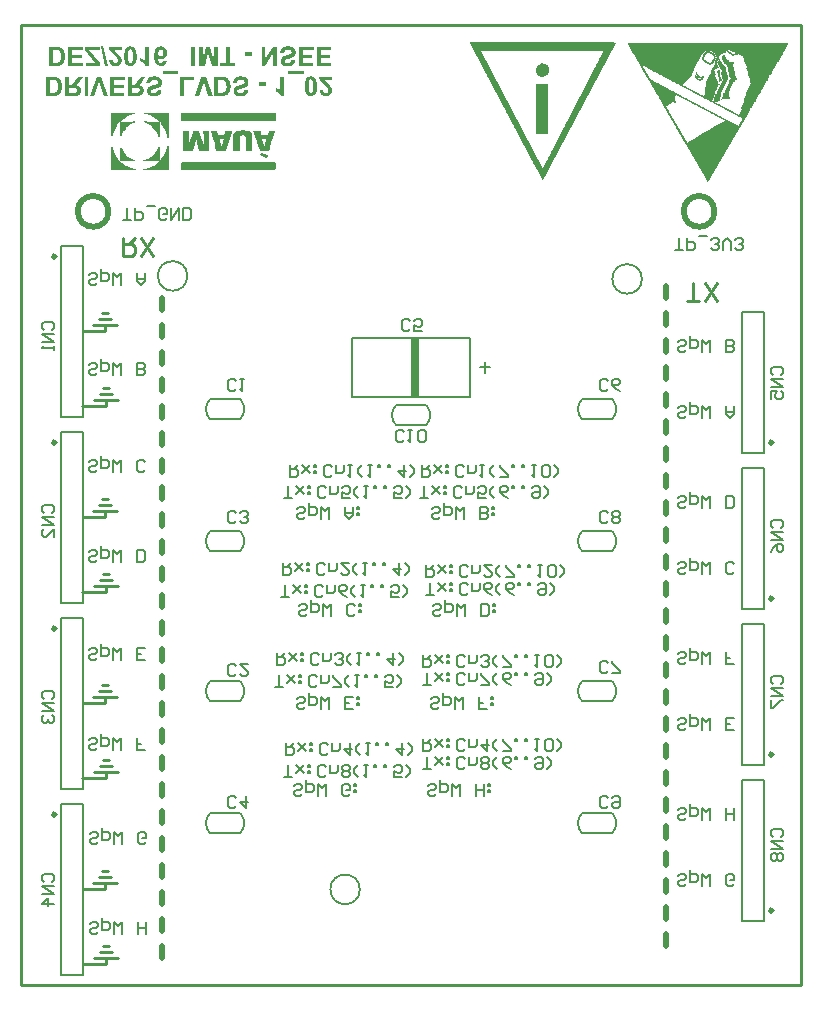
<source format=gbo>
G04 Layer_Color=32896*
%FSLAX25Y25*%
%MOIN*%
G70*
G01*
G75*
%ADD17C,0.01000*%
%ADD18C,0.02000*%
%ADD19C,0.02500*%
%ADD20C,0.01200*%
%ADD33C,0.00500*%
%ADD36C,0.00300*%
%ADD37C,0.00787*%
%ADD38C,0.00600*%
%ADD40R,0.00200X0.00100*%
%ADD41R,0.00400X0.00100*%
%ADD42R,0.00500X0.00100*%
%ADD43R,0.00600X0.00100*%
%ADD44R,0.00700X0.00100*%
%ADD45R,0.00900X0.00100*%
%ADD46R,0.01000X0.00100*%
%ADD47R,0.01100X0.00100*%
%ADD48R,0.01200X0.00100*%
%ADD49R,0.01300X0.00100*%
%ADD50R,0.01500X0.00100*%
%ADD51R,0.01600X0.00100*%
%ADD52R,0.01700X0.00100*%
%ADD53R,0.01800X0.00100*%
%ADD54R,0.01900X0.00100*%
%ADD55R,0.02000X0.00100*%
%ADD56R,0.02100X0.00100*%
%ADD57R,0.02300X0.00100*%
%ADD58R,0.02400X0.00100*%
%ADD59R,0.02500X0.00100*%
%ADD60R,0.02600X0.00100*%
%ADD61R,0.02700X0.00100*%
%ADD62R,0.02900X0.00100*%
%ADD63R,0.03100X0.00100*%
%ADD64R,0.03200X0.00100*%
%ADD65R,0.03300X0.00100*%
%ADD66R,0.03400X0.00100*%
%ADD67R,0.03500X0.00100*%
%ADD68R,0.03700X0.00100*%
%ADD69R,0.03800X0.00100*%
%ADD70R,0.03900X0.00100*%
%ADD71R,0.04000X0.00100*%
%ADD72R,0.04100X0.00100*%
%ADD73R,0.04200X0.00100*%
%ADD74R,0.04300X0.00100*%
%ADD75R,0.04500X0.00100*%
%ADD76R,0.04600X0.00100*%
%ADD77R,0.04700X0.00100*%
%ADD78R,0.04800X0.00100*%
%ADD79R,0.04900X0.00100*%
%ADD80R,0.05100X0.00100*%
%ADD81R,0.05200X0.00100*%
%ADD82R,0.05300X0.00100*%
%ADD83R,0.05400X0.00100*%
%ADD84R,0.05500X0.00100*%
%ADD85R,0.05600X0.00100*%
%ADD86R,0.05700X0.00100*%
%ADD87R,0.05900X0.00100*%
%ADD88R,0.06000X0.00100*%
%ADD89R,0.06100X0.00100*%
%ADD90R,0.06200X0.00100*%
%ADD91R,0.06300X0.00100*%
%ADD92R,0.06400X0.00100*%
%ADD93R,0.06500X0.00100*%
%ADD94R,0.06700X0.00100*%
%ADD95R,0.06800X0.00100*%
%ADD96R,0.06900X0.00100*%
%ADD97R,0.07000X0.00100*%
%ADD98R,0.07100X0.00100*%
%ADD99R,0.07300X0.00100*%
%ADD100R,0.07400X0.00100*%
%ADD101R,0.07500X0.00100*%
%ADD102R,0.07600X0.00100*%
%ADD103R,0.07700X0.00100*%
%ADD104R,0.07800X0.00100*%
%ADD105R,0.07900X0.00100*%
%ADD106R,0.08100X0.00100*%
%ADD107R,0.08200X0.00100*%
%ADD108R,0.08300X0.00100*%
%ADD109R,0.08400X0.00100*%
%ADD110R,0.08500X0.00100*%
%ADD111R,0.08700X0.00100*%
%ADD112R,0.08900X0.00100*%
%ADD113R,0.09000X0.00100*%
%ADD114R,0.09100X0.00100*%
%ADD115R,0.09200X0.00100*%
%ADD116R,0.09300X0.00100*%
%ADD117R,0.09500X0.00100*%
%ADD118R,0.09600X0.00100*%
%ADD119R,0.09700X0.00100*%
%ADD120R,0.09800X0.00100*%
%ADD121R,0.09900X0.00100*%
%ADD122R,0.10000X0.00100*%
%ADD123R,0.10100X0.00100*%
%ADD124R,0.10300X0.00100*%
%ADD125R,0.10400X0.00100*%
%ADD126R,0.10500X0.00100*%
%ADD127R,0.10600X0.00100*%
%ADD128R,0.10700X0.00100*%
%ADD129R,0.10900X0.00100*%
%ADD130R,0.11000X0.00100*%
%ADD131R,0.11100X0.00100*%
%ADD132R,0.11200X0.00100*%
%ADD133R,0.11300X0.00100*%
%ADD134R,0.11400X0.00100*%
%ADD135R,0.11500X0.00100*%
%ADD136R,0.11700X0.00100*%
%ADD137R,0.11800X0.00100*%
%ADD138R,0.11900X0.00100*%
%ADD139R,0.12000X0.00100*%
%ADD140R,0.12100X0.00100*%
%ADD141R,0.12200X0.00100*%
%ADD142R,0.12300X0.00100*%
%ADD143R,0.12500X0.00100*%
%ADD144R,0.12600X0.00100*%
%ADD145R,0.12700X0.00100*%
%ADD146R,0.12800X0.00100*%
%ADD147R,0.12900X0.00100*%
%ADD148R,0.13100X0.00100*%
%ADD149R,0.13200X0.00100*%
%ADD150R,0.13300X0.00100*%
%ADD151R,0.13400X0.00100*%
%ADD152R,0.13500X0.00100*%
%ADD153R,0.13600X0.00100*%
%ADD154R,0.13700X0.00100*%
%ADD155R,0.13900X0.00100*%
%ADD156R,0.14000X0.00100*%
%ADD157R,0.14100X0.00100*%
%ADD158R,0.14200X0.00100*%
%ADD159R,0.14300X0.00100*%
%ADD160R,0.14500X0.00100*%
%ADD161R,0.14700X0.00100*%
%ADD162R,0.14800X0.00100*%
%ADD163R,0.14900X0.00100*%
%ADD164R,0.14400X0.00100*%
%ADD165R,0.00300X0.00100*%
%ADD166R,0.13800X0.00100*%
%ADD167R,0.13000X0.00100*%
%ADD168R,0.10200X0.00100*%
%ADD169R,0.08800X0.00100*%
%ADD170R,0.08600X0.00100*%
%ADD171R,0.07200X0.00100*%
%ADD172R,0.00800X0.00100*%
%ADD173R,0.01400X0.00100*%
%ADD174R,0.02800X0.00100*%
%ADD175R,0.03000X0.00100*%
%ADD176R,0.03600X0.00100*%
%ADD177R,0.00100X0.00100*%
%ADD178R,0.02200X0.00100*%
%ADD179R,0.05800X0.00100*%
%ADD180R,0.06600X0.00100*%
%ADD181R,0.04400X0.00100*%
%ADD182R,0.08000X0.00100*%
%ADD183R,0.12400X0.00100*%
%ADD184R,0.15000X0.00100*%
%ADD185R,0.15300X0.00100*%
%ADD186R,0.15500X0.00100*%
%ADD187R,0.15700X0.00100*%
%ADD188R,0.15900X0.00100*%
%ADD189R,0.16200X0.00100*%
%ADD190R,0.16400X0.00100*%
%ADD191R,0.16700X0.00100*%
%ADD192R,0.16900X0.00100*%
%ADD193R,0.17200X0.00100*%
%ADD194R,0.17400X0.00100*%
%ADD195R,0.17700X0.00100*%
%ADD196R,0.17800X0.00100*%
%ADD197R,0.18100X0.00100*%
%ADD198R,0.18700X0.00100*%
%ADD199R,0.18800X0.00100*%
%ADD200R,0.19000X0.00100*%
%ADD201R,0.19100X0.00100*%
%ADD202R,0.19200X0.00100*%
%ADD203R,0.19300X0.00100*%
%ADD204R,0.19400X0.00100*%
%ADD205R,0.19600X0.00100*%
%ADD206R,0.10800X0.00100*%
%ADD207R,0.19800X0.00100*%
%ADD208R,0.19900X0.00100*%
%ADD209R,0.20000X0.00100*%
%ADD210R,0.20200X0.00100*%
%ADD211R,0.20400X0.00100*%
%ADD212R,0.11600X0.00100*%
%ADD213R,0.20600X0.00100*%
%ADD214R,0.20800X0.00100*%
%ADD215R,0.21000X0.00100*%
%ADD216R,0.21200X0.00100*%
%ADD217R,0.21300X0.00100*%
%ADD218R,0.21400X0.00100*%
%ADD219R,0.21500X0.00100*%
%ADD220R,0.21600X0.00100*%
%ADD221R,0.21700X0.00100*%
%ADD222R,0.21800X0.00100*%
%ADD223R,0.21900X0.00100*%
%ADD224R,0.22100X0.00100*%
%ADD225R,0.22300X0.00100*%
%ADD226R,0.22500X0.00100*%
%ADD227R,0.22700X0.00100*%
%ADD228R,0.22800X0.00100*%
%ADD229R,0.22900X0.00100*%
%ADD230R,0.23000X0.00100*%
%ADD231R,0.23200X0.00100*%
%ADD232R,0.15800X0.00100*%
%ADD233R,0.23300X0.00100*%
%ADD234R,0.16100X0.00100*%
%ADD235R,0.23500X0.00100*%
%ADD236R,0.16300X0.00100*%
%ADD237R,0.23700X0.00100*%
%ADD238R,0.16600X0.00100*%
%ADD239R,0.23800X0.00100*%
%ADD240R,0.16800X0.00100*%
%ADD241R,0.24000X0.00100*%
%ADD242R,0.24200X0.00100*%
%ADD243R,0.24500X0.00100*%
%ADD244R,0.24700X0.00100*%
%ADD245R,0.18000X0.00100*%
%ADD246R,0.25100X0.00100*%
%ADD247R,0.18200X0.00100*%
%ADD248R,0.31800X0.00100*%
%ADD249R,0.18500X0.00100*%
%ADD250R,0.32000X0.00100*%
%ADD251R,0.32200X0.00100*%
%ADD252R,0.51300X0.00100*%
%ADD253R,0.51500X0.00100*%
%ADD254R,0.51600X0.00100*%
%ADD255R,0.51700X0.00100*%
%ADD256R,0.51800X0.00100*%
%ADD257R,0.51900X0.00100*%
%ADD258R,0.52000X0.00100*%
%ADD259R,0.52100X0.00100*%
%ADD260R,0.52300X0.00100*%
%ADD261R,0.52400X0.00100*%
%ADD262R,0.52500X0.00100*%
%ADD263R,0.52600X0.00100*%
%ADD264R,0.52700X0.00100*%
%ADD265R,0.52800X0.00100*%
%ADD266R,0.52900X0.00100*%
%ADD267R,0.53100X0.00100*%
%ADD268R,0.53200X0.00100*%
%ADD269R,0.53300X0.00100*%
%ADD270R,0.53400X0.00100*%
%ADD271R,0.04100X0.16800*%
%ADD272R,0.46400X0.00100*%
%ADD273R,0.46500X0.00100*%
%ADD274R,0.46600X0.00100*%
%ADD275R,0.46700X0.00100*%
%ADD276R,0.46800X0.00100*%
%ADD277R,0.46900X0.00100*%
%ADD278R,0.47000X0.00100*%
%ADD279R,0.47200X0.00100*%
%ADD280R,0.47400X0.00100*%
%ADD281R,0.47600X0.00100*%
%ADD282R,0.47800X0.00100*%
%ADD283R,0.47900X0.00100*%
%ADD299C,0.01969*%
%ADD300R,0.02700X0.19685*%
G36*
X77002Y309959D02*
X74588D01*
Y311189D01*
X77002D01*
Y309959D01*
D02*
G37*
G36*
X46716Y313011D02*
X46874Y312993D01*
X47021Y312965D01*
X47160Y312928D01*
X47299Y312881D01*
X47419Y312835D01*
X47530Y312780D01*
X47632Y312724D01*
X47725Y312669D01*
X47798Y312613D01*
X47872Y312567D01*
X47928Y312521D01*
X47974Y312484D01*
X48002Y312456D01*
X48020Y312438D01*
X48030Y312428D01*
X48131Y312317D01*
X48224Y312188D01*
X48298Y312058D01*
X48363Y311929D01*
X48428Y311799D01*
X48474Y311670D01*
X48539Y311411D01*
X48566Y311300D01*
X48585Y311189D01*
X48594Y311096D01*
X48603Y311013D01*
X48612Y310939D01*
Y310893D01*
Y310856D01*
Y310846D01*
X48603Y310671D01*
X48585Y310513D01*
X48557Y310356D01*
X48529Y310217D01*
X48483Y310079D01*
X48437Y309959D01*
X48390Y309838D01*
X48335Y309736D01*
X48280Y309644D01*
X48233Y309561D01*
X48187Y309496D01*
X48141Y309431D01*
X48113Y309385D01*
X48085Y309357D01*
X48067Y309339D01*
X48057Y309330D01*
X47956Y309228D01*
X47845Y309135D01*
X47734Y309052D01*
X47623Y308987D01*
X47512Y308932D01*
X47401Y308886D01*
X47197Y308811D01*
X47105Y308784D01*
X47012Y308765D01*
X46938Y308756D01*
X46874Y308747D01*
X46818Y308737D01*
X46744D01*
X46615Y308747D01*
X46494Y308765D01*
X46383Y308784D01*
X46272Y308821D01*
X46078Y308913D01*
X45911Y309006D01*
X45782Y309107D01*
X45726Y309154D01*
X45680Y309200D01*
X45643Y309237D01*
X45616Y309256D01*
X45606Y309274D01*
X45597Y309283D01*
X45616Y309089D01*
X45634Y308904D01*
X45652Y308737D01*
X45680Y308590D01*
X45708Y308460D01*
X45736Y308340D01*
X45763Y308238D01*
X45801Y308145D01*
X45828Y308062D01*
X45847Y307997D01*
X45875Y307942D01*
X45893Y307905D01*
X45911Y307868D01*
X45930Y307850D01*
X45939Y307831D01*
X46041Y307711D01*
X46152Y307628D01*
X46263Y307563D01*
X46365Y307526D01*
X46457Y307498D01*
X46531Y307489D01*
X46578Y307480D01*
X46596D01*
X46698Y307489D01*
X46799Y307507D01*
X46883Y307535D01*
X46948Y307563D01*
X47003Y307600D01*
X47040Y307628D01*
X47068Y307646D01*
X47077Y307655D01*
X47142Y307729D01*
X47188Y307812D01*
X47234Y307905D01*
X47262Y307988D01*
X47280Y308071D01*
X47299Y308136D01*
X47308Y308173D01*
Y308192D01*
X48492Y308062D01*
X48428Y307785D01*
X48335Y307554D01*
X48233Y307350D01*
X48131Y307174D01*
X48030Y307045D01*
X47993Y306998D01*
X47947Y306952D01*
X47919Y306925D01*
X47891Y306897D01*
X47882Y306878D01*
X47872D01*
X47780Y306804D01*
X47688Y306739D01*
X47484Y306638D01*
X47280Y306564D01*
X47096Y306518D01*
X46929Y306481D01*
X46855Y306471D01*
X46790D01*
X46744Y306462D01*
X46670D01*
X46476Y306471D01*
X46300Y306499D01*
X46124Y306536D01*
X45967Y306582D01*
X45819Y306647D01*
X45671Y306712D01*
X45551Y306786D01*
X45430Y306851D01*
X45329Y306925D01*
X45236Y306998D01*
X45162Y307063D01*
X45098Y307128D01*
X45042Y307174D01*
X45005Y307211D01*
X44987Y307239D01*
X44977Y307248D01*
X44866Y307405D01*
X44765Y307581D01*
X44681Y307775D01*
X44607Y307970D01*
X44543Y308183D01*
X44487Y308395D01*
X44441Y308608D01*
X44413Y308811D01*
X44385Y309006D01*
X44367Y309191D01*
X44348Y309357D01*
X44339Y309505D01*
X44330Y309626D01*
Y309718D01*
Y309746D01*
Y309773D01*
Y309783D01*
Y309792D01*
X44339Y310106D01*
X44357Y310393D01*
X44385Y310662D01*
X44431Y310902D01*
X44478Y311133D01*
X44524Y311337D01*
X44579Y311512D01*
X44644Y311679D01*
X44700Y311818D01*
X44755Y311938D01*
X44802Y312040D01*
X44857Y312123D01*
X44894Y312188D01*
X44922Y312234D01*
X44940Y312262D01*
X44949Y312271D01*
X45070Y312401D01*
X45199Y312521D01*
X45329Y312622D01*
X45467Y312706D01*
X45597Y312780D01*
X45736Y312835D01*
X45865Y312891D01*
X45985Y312928D01*
X46106Y312955D01*
X46207Y312983D01*
X46309Y312993D01*
X46393Y313011D01*
X46457D01*
X46503Y313020D01*
X46550D01*
X46716Y313011D01*
D02*
G37*
G36*
X85299Y306499D02*
X84106D01*
Y310809D01*
X81460Y306499D01*
X80212D01*
Y312900D01*
X81405D01*
Y308682D01*
X84004Y312900D01*
X85299D01*
Y306499D01*
D02*
G37*
G36*
X42489Y306462D02*
X41490D01*
X41398Y306675D01*
X41277Y306869D01*
X41148Y307054D01*
X41018Y307202D01*
X40907Y307322D01*
X40806Y307415D01*
X40769Y307452D01*
X40741Y307480D01*
X40722Y307489D01*
X40713Y307498D01*
X40510Y307646D01*
X40315Y307775D01*
X40139Y307877D01*
X39982Y307951D01*
X39853Y308007D01*
X39760Y308053D01*
X39723Y308062D01*
X39696Y308071D01*
X39686Y308081D01*
X39677D01*
Y309191D01*
X40010Y309061D01*
X40306Y308923D01*
X40445Y308849D01*
X40574Y308765D01*
X40694Y308691D01*
X40806Y308617D01*
X40907Y308543D01*
X41000Y308478D01*
X41074Y308423D01*
X41138Y308367D01*
X41194Y308321D01*
X41231Y308294D01*
X41249Y308275D01*
X41259Y308266D01*
Y312900D01*
X42489D01*
Y306462D01*
D02*
G37*
G36*
X65477Y306499D02*
X63534D01*
X62396Y310874D01*
X61249Y306499D01*
X59316D01*
Y312900D01*
X60509D01*
Y307868D01*
X61767Y312900D01*
X63016D01*
X64274Y307868D01*
X64283Y312900D01*
X65477D01*
Y306499D01*
D02*
G37*
G36*
X33544Y311762D02*
X31102D01*
X31176Y311642D01*
X31260Y311540D01*
X31297Y311494D01*
X31324Y311457D01*
X31343Y311438D01*
X31352Y311429D01*
X31389Y311392D01*
X31426Y311346D01*
X31537Y311244D01*
X31657Y311124D01*
X31778Y311004D01*
X31898Y310893D01*
X31999Y310800D01*
X32037Y310763D01*
X32064Y310736D01*
X32083Y310726D01*
X32092Y310717D01*
X32296Y310523D01*
X32462Y310366D01*
X32601Y310217D01*
X32712Y310106D01*
X32795Y310014D01*
X32851Y309949D01*
X32888Y309903D01*
X32897Y309894D01*
X33017Y309736D01*
X33119Y309589D01*
X33202Y309450D01*
X33267Y309330D01*
X33322Y309228D01*
X33359Y309144D01*
X33378Y309098D01*
X33387Y309080D01*
X33443Y308932D01*
X33479Y308784D01*
X33507Y308645D01*
X33526Y308516D01*
X33535Y308414D01*
X33544Y308330D01*
Y308275D01*
Y308257D01*
X33535Y308118D01*
X33516Y307979D01*
X33498Y307850D01*
X33461Y307729D01*
X33369Y307517D01*
X33276Y307331D01*
X33220Y307248D01*
X33174Y307184D01*
X33128Y307119D01*
X33082Y307072D01*
X33045Y307035D01*
X33026Y306998D01*
X33008Y306989D01*
X32998Y306980D01*
X32897Y306888D01*
X32776Y306804D01*
X32666Y306739D01*
X32536Y306684D01*
X32296Y306592D01*
X32055Y306527D01*
X31944Y306508D01*
X31842Y306490D01*
X31750Y306481D01*
X31666Y306471D01*
X31602Y306462D01*
X31509D01*
X31352Y306471D01*
X31204Y306481D01*
X30917Y306527D01*
X30677Y306601D01*
X30566Y306638D01*
X30464Y306684D01*
X30371Y306721D01*
X30297Y306767D01*
X30224Y306804D01*
X30168Y306832D01*
X30122Y306869D01*
X30094Y306888D01*
X30075Y306897D01*
X30066Y306906D01*
X29965Y306998D01*
X29872Y307091D01*
X29789Y307202D01*
X29715Y307322D01*
X29604Y307563D01*
X29511Y307794D01*
X29484Y307914D01*
X29456Y308016D01*
X29428Y308108D01*
X29419Y308192D01*
X29400Y308266D01*
Y308312D01*
X29391Y308349D01*
Y308358D01*
X30612Y308478D01*
X30630Y308294D01*
X30667Y308136D01*
X30705Y307997D01*
X30751Y307896D01*
X30788Y307812D01*
X30825Y307757D01*
X30852Y307720D01*
X30862Y307711D01*
X30954Y307637D01*
X31056Y307581D01*
X31158Y307535D01*
X31260Y307507D01*
X31343Y307489D01*
X31417Y307480D01*
X31482D01*
X31620Y307489D01*
X31740Y307517D01*
X31842Y307554D01*
X31935Y307591D01*
X31999Y307628D01*
X32055Y307664D01*
X32083Y307692D01*
X32092Y307701D01*
X32166Y307794D01*
X32221Y307896D01*
X32258Y307997D01*
X32286Y308099D01*
X32305Y308192D01*
X32314Y308275D01*
Y308321D01*
Y308330D01*
Y308340D01*
X32305Y308478D01*
X32277Y308608D01*
X32231Y308737D01*
X32184Y308849D01*
X32138Y308950D01*
X32092Y309024D01*
X32064Y309070D01*
X32055Y309089D01*
X32018Y309144D01*
X31962Y309209D01*
X31888Y309293D01*
X31815Y309366D01*
X31648Y309542D01*
X31482Y309718D01*
X31315Y309885D01*
X31241Y309959D01*
X31167Y310014D01*
X31111Y310069D01*
X31075Y310106D01*
X31047Y310134D01*
X31038Y310143D01*
X30852Y310319D01*
X30686Y310486D01*
X30529Y310643D01*
X30390Y310782D01*
X30261Y310921D01*
X30149Y311050D01*
X30048Y311161D01*
X29965Y311272D01*
X29890Y311365D01*
X29826Y311448D01*
X29770Y311512D01*
X29733Y311577D01*
X29696Y311614D01*
X29678Y311651D01*
X29659Y311670D01*
Y311679D01*
X29539Y311892D01*
X29447Y312114D01*
X29373Y312317D01*
X29317Y312502D01*
X29280Y312669D01*
X29271Y312734D01*
X29261Y312789D01*
X29252Y312835D01*
X29243Y312872D01*
Y312891D01*
Y312900D01*
X33544D01*
Y311762D01*
D02*
G37*
G36*
X103466Y311818D02*
X99896D01*
Y310079D01*
X103105D01*
Y308997D01*
X99896D01*
Y307581D01*
X103346D01*
Y306499D01*
X98601D01*
Y312900D01*
X103466D01*
Y311818D01*
D02*
G37*
G36*
X97500D02*
X93929D01*
Y310079D01*
X97139D01*
Y308997D01*
X93929D01*
Y307581D01*
X97380D01*
Y306499D01*
X92634D01*
Y312900D01*
X97500D01*
Y311818D01*
D02*
G37*
G36*
X69528Y307581D02*
X71415D01*
Y306499D01*
X66337D01*
Y307581D01*
X68233D01*
Y312900D01*
X69528D01*
Y307581D01*
D02*
G37*
G36*
X58095Y306499D02*
X56800D01*
Y312900D01*
X58095D01*
Y306499D01*
D02*
G37*
G36*
X26366Y311818D02*
X22722D01*
X26228Y307507D01*
Y306499D01*
X21547D01*
Y307581D01*
X24535D01*
X21159Y311735D01*
Y312900D01*
X26366D01*
Y311818D01*
D02*
G37*
G36*
X20622D02*
X17052D01*
Y310079D01*
X20261D01*
Y308997D01*
X17052D01*
Y307581D01*
X20502D01*
Y306499D01*
X15756D01*
Y312900D01*
X20622D01*
Y311818D01*
D02*
G37*
G36*
X11973Y312891D02*
X12205Y312881D01*
X12399Y312863D01*
X12556Y312835D01*
X12686Y312807D01*
X12787Y312789D01*
X12815Y312780D01*
X12843D01*
X12852Y312771D01*
X12861D01*
X13065Y312697D01*
X13250Y312613D01*
X13398Y312530D01*
X13527Y312447D01*
X13629Y312373D01*
X13703Y312317D01*
X13749Y312280D01*
X13768Y312262D01*
X13925Y312086D01*
X14064Y311901D01*
X14184Y311707D01*
X14277Y311531D01*
X14351Y311365D01*
X14388Y311300D01*
X14406Y311244D01*
X14424Y311189D01*
X14443Y311152D01*
X14452Y311133D01*
Y311124D01*
X14517Y310902D01*
X14572Y310671D01*
X14609Y310449D01*
X14628Y310236D01*
X14637Y310134D01*
X14647Y310042D01*
Y309968D01*
X14656Y309894D01*
Y309838D01*
Y309801D01*
Y309773D01*
Y309764D01*
X14647Y309440D01*
X14619Y309154D01*
X14609Y309015D01*
X14591Y308895D01*
X14572Y308774D01*
X14554Y308673D01*
X14526Y308580D01*
X14508Y308497D01*
X14489Y308423D01*
X14480Y308367D01*
X14461Y308321D01*
X14452Y308284D01*
X14443Y308266D01*
Y308257D01*
X14360Y308034D01*
X14258Y307831D01*
X14156Y307655D01*
X14054Y307507D01*
X13971Y307387D01*
X13897Y307295D01*
X13851Y307239D01*
X13842Y307221D01*
X13833D01*
X13675Y307072D01*
X13518Y306952D01*
X13352Y306851D01*
X13204Y306767D01*
X13074Y306702D01*
X12963Y306656D01*
X12926Y306647D01*
X12898Y306638D01*
X12880Y306628D01*
X12870D01*
X12695Y306582D01*
X12501Y306555D01*
X12297Y306527D01*
X12103Y306518D01*
X11927Y306508D01*
X11853Y306499D01*
X9300D01*
Y312900D01*
X11723D01*
X11973Y312891D01*
D02*
G37*
G36*
X36615Y313011D02*
X36773Y312993D01*
X36930Y312955D01*
X37069Y312918D01*
X37198Y312872D01*
X37318Y312817D01*
X37420Y312752D01*
X37522Y312687D01*
X37605Y312632D01*
X37688Y312567D01*
X37753Y312511D01*
X37808Y312465D01*
X37846Y312428D01*
X37873Y312391D01*
X37892Y312373D01*
X37901Y312364D01*
X38012Y312206D01*
X38105Y312021D01*
X38197Y311827D01*
X38262Y311614D01*
X38326Y311402D01*
X38373Y311189D01*
X38419Y310967D01*
X38456Y310754D01*
X38475Y310550D01*
X38493Y310366D01*
X38511Y310190D01*
X38521Y310042D01*
X38530Y309922D01*
Y309829D01*
Y309792D01*
Y309764D01*
Y309755D01*
Y309746D01*
X38521Y309413D01*
X38502Y309107D01*
X38475Y308830D01*
X38428Y308571D01*
X38382Y308330D01*
X38336Y308118D01*
X38271Y307924D01*
X38216Y307757D01*
X38160Y307600D01*
X38105Y307480D01*
X38049Y307368D01*
X38003Y307276D01*
X37957Y307211D01*
X37929Y307165D01*
X37910Y307137D01*
X37901Y307128D01*
X37799Y307008D01*
X37688Y306906D01*
X37568Y306823D01*
X37448Y306739D01*
X37328Y306675D01*
X37207Y306628D01*
X37096Y306582D01*
X36976Y306545D01*
X36865Y306518D01*
X36773Y306499D01*
X36680Y306481D01*
X36606Y306471D01*
X36541Y306462D01*
X36449D01*
X36282Y306471D01*
X36125Y306490D01*
X35968Y306527D01*
X35829Y306564D01*
X35699Y306619D01*
X35579Y306675D01*
X35478Y306730D01*
X35376Y306795D01*
X35293Y306860D01*
X35209Y306915D01*
X35144Y306971D01*
X35098Y307026D01*
X35052Y307063D01*
X35024Y307100D01*
X35006Y307119D01*
X34997Y307128D01*
X34885Y307285D01*
X34793Y307470D01*
X34710Y307664D01*
X34636Y307868D01*
X34580Y308081D01*
X34525Y308303D01*
X34488Y308516D01*
X34451Y308728D01*
X34432Y308932D01*
X34414Y309117D01*
X34395Y309293D01*
X34386Y309440D01*
X34377Y309561D01*
Y309653D01*
Y309690D01*
Y309718D01*
Y309727D01*
Y309736D01*
X34386Y310069D01*
X34405Y310375D01*
X34432Y310662D01*
X34469Y310921D01*
X34506Y311152D01*
X34552Y311365D01*
X34608Y311549D01*
X34664Y311716D01*
X34710Y311855D01*
X34765Y311984D01*
X34811Y312086D01*
X34858Y312169D01*
X34885Y312225D01*
X34913Y312271D01*
X34932Y312299D01*
X34941Y312308D01*
X35052Y312438D01*
X35172Y312539D01*
X35293Y312641D01*
X35422Y312715D01*
X35542Y312789D01*
X35672Y312844D01*
X35792Y312891D01*
X35912Y312928D01*
X36023Y312965D01*
X36125Y312983D01*
X36217Y313002D01*
X36292Y313011D01*
X36356D01*
X36412Y313020D01*
X36449D01*
X36615Y313011D01*
D02*
G37*
G36*
X29030Y306388D02*
X28105D01*
X26524Y313011D01*
X27430D01*
X29030Y306388D01*
D02*
G37*
G36*
X89258Y313011D02*
X89526Y312983D01*
X89767Y312946D01*
X89869Y312928D01*
X89970Y312900D01*
X90054Y312881D01*
X90128Y312863D01*
X90193Y312844D01*
X90248Y312826D01*
X90294Y312807D01*
X90322Y312798D01*
X90341Y312789D01*
X90350D01*
X90553Y312687D01*
X90720Y312576D01*
X90877Y312465D01*
X90997Y312345D01*
X91090Y312243D01*
X91164Y312151D01*
X91201Y312095D01*
X91219Y312086D01*
Y312077D01*
X91321Y311892D01*
X91404Y311716D01*
X91460Y311540D01*
X91497Y311374D01*
X91515Y311244D01*
X91524Y311179D01*
X91534Y311133D01*
Y311096D01*
Y311069D01*
Y311050D01*
Y311041D01*
X91524Y310819D01*
X91497Y310625D01*
X91451Y310449D01*
X91404Y310301D01*
X91358Y310180D01*
X91312Y310097D01*
X91284Y310042D01*
X91275Y310023D01*
X91173Y309875D01*
X91053Y309746D01*
X90933Y309635D01*
X90821Y309542D01*
X90720Y309468D01*
X90636Y309413D01*
X90581Y309376D01*
X90572Y309366D01*
X90562D01*
X90470Y309320D01*
X90377Y309274D01*
X90156Y309191D01*
X89924Y309117D01*
X89702Y309043D01*
X89600Y309015D01*
X89499Y308987D01*
X89406Y308960D01*
X89332Y308941D01*
X89267Y308923D01*
X89221Y308913D01*
X89184Y308904D01*
X89175D01*
X89008Y308858D01*
X88860Y308821D01*
X88722Y308784D01*
X88592Y308747D01*
X88490Y308710D01*
X88389Y308673D01*
X88305Y308636D01*
X88231Y308608D01*
X88167Y308580D01*
X88121Y308553D01*
X88074Y308534D01*
X88046Y308516D01*
X88000Y308488D01*
X87991Y308478D01*
X87926Y308414D01*
X87880Y308349D01*
X87852Y308284D01*
X87834Y308220D01*
X87815Y308173D01*
X87806Y308127D01*
Y308099D01*
Y308090D01*
X87815Y307997D01*
X87834Y307924D01*
X87871Y307850D01*
X87908Y307794D01*
X87945Y307748D01*
X87982Y307720D01*
X88000Y307701D01*
X88010Y307692D01*
X88139Y307609D01*
X88278Y307554D01*
X88426Y307507D01*
X88564Y307480D01*
X88685Y307461D01*
X88787Y307452D01*
X88879D01*
X89073Y307461D01*
X89240Y307489D01*
X89378Y307526D01*
X89490Y307563D01*
X89582Y307600D01*
X89647Y307637D01*
X89684Y307664D01*
X89693Y307674D01*
X89785Y307766D01*
X89869Y307877D01*
X89934Y307988D01*
X89980Y308108D01*
X90017Y308210D01*
X90035Y308294D01*
X90054Y308358D01*
Y308367D01*
Y308377D01*
X91349Y308330D01*
X91339Y308164D01*
X91312Y308016D01*
X91275Y307868D01*
X91228Y307738D01*
X91182Y307609D01*
X91127Y307489D01*
X91071Y307387D01*
X91016Y307285D01*
X90951Y307202D01*
X90895Y307128D01*
X90840Y307063D01*
X90794Y307008D01*
X90757Y306971D01*
X90729Y306943D01*
X90711Y306925D01*
X90701Y306915D01*
X90581Y306823D01*
X90452Y306739D01*
X90313Y306665D01*
X90165Y306601D01*
X90017Y306555D01*
X89869Y306508D01*
X89573Y306444D01*
X89434Y306425D01*
X89314Y306406D01*
X89193Y306397D01*
X89092Y306388D01*
X89008Y306379D01*
X88898D01*
X88629Y306388D01*
X88389Y306416D01*
X88176Y306453D01*
X87991Y306490D01*
X87908Y306518D01*
X87834Y306536D01*
X87778Y306555D01*
X87723Y306573D01*
X87686Y306592D01*
X87658Y306601D01*
X87639Y306610D01*
X87630D01*
X87445Y306702D01*
X87288Y306804D01*
X87149Y306915D01*
X87038Y307017D01*
X86946Y307109D01*
X86890Y307184D01*
X86844Y307239D01*
X86835Y307248D01*
Y307258D01*
X86742Y307415D01*
X86677Y307581D01*
X86631Y307738D01*
X86603Y307877D01*
X86585Y307997D01*
X86567Y308090D01*
Y308127D01*
Y308155D01*
Y308164D01*
Y308173D01*
X86576Y308312D01*
X86594Y308451D01*
X86622Y308571D01*
X86659Y308691D01*
X86752Y308913D01*
X86862Y309107D01*
X86909Y309191D01*
X86964Y309256D01*
X87011Y309320D01*
X87057Y309376D01*
X87094Y309413D01*
X87121Y309440D01*
X87140Y309459D01*
X87149Y309468D01*
X87233Y309533D01*
X87334Y309598D01*
X87436Y309663D01*
X87556Y309718D01*
X87787Y309829D01*
X88028Y309922D01*
X88148Y309959D01*
X88250Y309996D01*
X88352Y310023D01*
X88435Y310051D01*
X88500Y310069D01*
X88555Y310088D01*
X88592Y310097D01*
X88601D01*
X88749Y310134D01*
X88879Y310171D01*
X88999Y310199D01*
X89110Y310227D01*
X89203Y310255D01*
X89286Y310273D01*
X89360Y310301D01*
X89425Y310319D01*
X89480Y310329D01*
X89526Y310347D01*
X89591Y310366D01*
X89628Y310384D01*
X89638D01*
X89758Y310430D01*
X89850Y310476D01*
X89934Y310523D01*
X89998Y310569D01*
X90044Y310606D01*
X90072Y310634D01*
X90091Y310652D01*
X90100Y310662D01*
X90146Y310726D01*
X90183Y310791D01*
X90202Y310856D01*
X90220Y310911D01*
X90229Y310967D01*
X90239Y311013D01*
Y311041D01*
Y311050D01*
X90229Y311179D01*
X90193Y311291D01*
X90137Y311402D01*
X90082Y311494D01*
X90017Y311568D01*
X89970Y311624D01*
X89934Y311661D01*
X89915Y311670D01*
X89785Y311753D01*
X89638Y311818D01*
X89480Y311864D01*
X89332Y311892D01*
X89193Y311910D01*
X89082Y311929D01*
X88981D01*
X88768Y311919D01*
X88583Y311882D01*
X88426Y311836D01*
X88287Y311781D01*
X88176Y311725D01*
X88102Y311679D01*
X88056Y311642D01*
X88037Y311633D01*
X87917Y311503D01*
X87824Y311365D01*
X87741Y311207D01*
X87686Y311050D01*
X87639Y310911D01*
X87603Y310800D01*
X87593Y310763D01*
Y310726D01*
X87584Y310708D01*
Y310699D01*
X86326Y310819D01*
X86354Y311013D01*
X86391Y311198D01*
X86446Y311374D01*
X86493Y311531D01*
X86557Y311679D01*
X86622Y311818D01*
X86687Y311938D01*
X86752Y312049D01*
X86816Y312141D01*
X86881Y312225D01*
X86936Y312299D01*
X86992Y312364D01*
X87029Y312410D01*
X87066Y312438D01*
X87085Y312456D01*
X87094Y312465D01*
X87223Y312567D01*
X87362Y312650D01*
X87510Y312724D01*
X87667Y312789D01*
X87815Y312835D01*
X87972Y312881D01*
X88278Y312946D01*
X88416Y312974D01*
X88546Y312993D01*
X88657Y313002D01*
X88759Y313011D01*
X88842Y313020D01*
X88962D01*
X89258Y313011D01*
D02*
G37*
G36*
X94186Y303871D02*
X89080D01*
Y304667D01*
X94186D01*
Y303871D01*
D02*
G37*
G36*
X52422D02*
X47317D01*
Y304667D01*
X52422D01*
Y303871D01*
D02*
G37*
G36*
X40601Y301651D02*
X40518Y301522D01*
X40435Y301392D01*
X40361Y301281D01*
X40286Y301180D01*
X40222Y301087D01*
X40166Y300994D01*
X40055Y300856D01*
X39972Y300745D01*
X39917Y300671D01*
X39870Y300624D01*
X39861Y300615D01*
X39759Y300504D01*
X39639Y300402D01*
X39528Y300319D01*
X39417Y300236D01*
X39325Y300171D01*
X39250Y300125D01*
X39195Y300088D01*
X39186Y300079D01*
X39176D01*
X39334Y300051D01*
X39472Y300014D01*
X39602Y299977D01*
X39731Y299931D01*
X39843Y299885D01*
X39944Y299838D01*
X40046Y299792D01*
X40129Y299736D01*
X40203Y299690D01*
X40268Y299644D01*
X40323Y299598D01*
X40361Y299561D01*
X40398Y299533D01*
X40425Y299505D01*
X40435Y299496D01*
X40444Y299487D01*
X40518Y299394D01*
X40582Y299302D01*
X40694Y299098D01*
X40767Y298904D01*
X40814Y298710D01*
X40851Y298543D01*
X40860Y298479D01*
Y298414D01*
X40869Y298368D01*
Y298321D01*
Y298303D01*
Y298293D01*
X40860Y298090D01*
X40823Y297896D01*
X40777Y297729D01*
X40731Y297581D01*
X40675Y297461D01*
X40629Y297369D01*
X40610Y297341D01*
X40592Y297313D01*
X40582Y297304D01*
Y297294D01*
X40472Y297137D01*
X40351Y297008D01*
X40231Y296906D01*
X40111Y296814D01*
X40000Y296758D01*
X39917Y296712D01*
X39861Y296684D01*
X39852Y296675D01*
X39843D01*
X39750Y296647D01*
X39648Y296619D01*
X39417Y296573D01*
X39167Y296545D01*
X38927Y296517D01*
X38807D01*
X38705Y296508D01*
X38603D01*
X38520Y296499D01*
X35634D01*
Y302900D01*
X36929D01*
Y300227D01*
X37345D01*
X37475Y300236D01*
X37585Y300245D01*
X37678Y300264D01*
X37752Y300273D01*
X37798Y300291D01*
X37826Y300301D01*
X37835D01*
X37909Y300338D01*
X37983Y300375D01*
X38048Y300421D01*
X38113Y300458D01*
X38159Y300504D01*
X38196Y300541D01*
X38214Y300560D01*
X38224Y300569D01*
X38261Y300615D01*
X38307Y300661D01*
X38409Y300800D01*
X38520Y300948D01*
X38640Y301115D01*
X38742Y301263D01*
X38788Y301337D01*
X38825Y301392D01*
X38862Y301438D01*
X38890Y301476D01*
X38899Y301503D01*
X38908Y301513D01*
X39833Y302900D01*
X41387D01*
X40601Y301651D01*
D02*
G37*
G36*
X19724D02*
X19640Y301522D01*
X19557Y301392D01*
X19483Y301281D01*
X19409Y301180D01*
X19344Y301087D01*
X19289Y300994D01*
X19178Y300856D01*
X19095Y300745D01*
X19039Y300671D01*
X18993Y300624D01*
X18984Y300615D01*
X18882Y300504D01*
X18762Y300402D01*
X18651Y300319D01*
X18540Y300236D01*
X18447Y300171D01*
X18373Y300125D01*
X18318Y300088D01*
X18308Y300079D01*
X18299D01*
X18456Y300051D01*
X18595Y300014D01*
X18725Y299977D01*
X18854Y299931D01*
X18965Y299885D01*
X19067Y299838D01*
X19169Y299792D01*
X19252Y299736D01*
X19326Y299690D01*
X19391Y299644D01*
X19446Y299598D01*
X19483Y299561D01*
X19520Y299533D01*
X19548Y299505D01*
X19557Y299496D01*
X19567Y299487D01*
X19640Y299394D01*
X19705Y299302D01*
X19816Y299098D01*
X19890Y298904D01*
X19937Y298710D01*
X19974Y298543D01*
X19983Y298479D01*
Y298414D01*
X19992Y298368D01*
Y298321D01*
Y298303D01*
Y298293D01*
X19983Y298090D01*
X19946Y297896D01*
X19899Y297729D01*
X19853Y297581D01*
X19798Y297461D01*
X19751Y297369D01*
X19733Y297341D01*
X19715Y297313D01*
X19705Y297304D01*
Y297294D01*
X19594Y297137D01*
X19474Y297008D01*
X19354Y296906D01*
X19233Y296814D01*
X19123Y296758D01*
X19039Y296712D01*
X18984Y296684D01*
X18974Y296675D01*
X18965D01*
X18873Y296647D01*
X18771Y296619D01*
X18540Y296573D01*
X18290Y296545D01*
X18049Y296517D01*
X17929D01*
X17828Y296508D01*
X17726D01*
X17642Y296499D01*
X14757D01*
Y302900D01*
X16051D01*
Y300227D01*
X16468D01*
X16597Y300236D01*
X16708Y300245D01*
X16801Y300264D01*
X16875Y300273D01*
X16921Y300291D01*
X16949Y300301D01*
X16958D01*
X17032Y300338D01*
X17106Y300375D01*
X17171Y300421D01*
X17235Y300458D01*
X17282Y300504D01*
X17319Y300541D01*
X17337Y300560D01*
X17346Y300569D01*
X17383Y300615D01*
X17430Y300661D01*
X17531Y300800D01*
X17642Y300948D01*
X17763Y301115D01*
X17864Y301263D01*
X17911Y301337D01*
X17948Y301392D01*
X17985Y301438D01*
X18012Y301476D01*
X18022Y301503D01*
X18031Y301513D01*
X18956Y302900D01*
X20510D01*
X19724Y301651D01*
D02*
G37*
G36*
X81634Y299958D02*
X79220D01*
Y301189D01*
X81634D01*
Y299958D01*
D02*
G37*
G36*
X87702Y296462D02*
X86703D01*
X86611Y296675D01*
X86490Y296869D01*
X86361Y297054D01*
X86231Y297202D01*
X86120Y297322D01*
X86019Y297415D01*
X85982Y297452D01*
X85954Y297480D01*
X85935Y297489D01*
X85926Y297498D01*
X85723Y297646D01*
X85528Y297776D01*
X85352Y297877D01*
X85195Y297951D01*
X85066Y298007D01*
X84973Y298053D01*
X84936Y298062D01*
X84908Y298072D01*
X84899Y298081D01*
X84890D01*
Y299191D01*
X85223Y299061D01*
X85519Y298922D01*
X85658Y298849D01*
X85787Y298765D01*
X85908Y298691D01*
X86019Y298617D01*
X86120Y298543D01*
X86213Y298479D01*
X86287Y298423D01*
X86352Y298368D01*
X86407Y298321D01*
X86444Y298293D01*
X86462Y298275D01*
X86472Y298266D01*
Y302900D01*
X87702D01*
Y296462D01*
D02*
G37*
G36*
X103640Y301762D02*
X101198D01*
X101272Y301642D01*
X101355Y301540D01*
X101392Y301494D01*
X101420Y301457D01*
X101438Y301438D01*
X101447Y301429D01*
X101485Y301392D01*
X101522Y301346D01*
X101632Y301244D01*
X101753Y301124D01*
X101873Y301004D01*
X101993Y300893D01*
X102095Y300800D01*
X102132Y300763D01*
X102160Y300735D01*
X102178Y300726D01*
X102188Y300717D01*
X102391Y300523D01*
X102558Y300365D01*
X102696Y300218D01*
X102807Y300107D01*
X102891Y300014D01*
X102946Y299949D01*
X102983Y299903D01*
X102992Y299894D01*
X103112Y299736D01*
X103214Y299588D01*
X103297Y299450D01*
X103362Y299329D01*
X103418Y299228D01*
X103455Y299145D01*
X103473Y299098D01*
X103482Y299080D01*
X103538Y298932D01*
X103575Y298784D01*
X103603Y298645D01*
X103621Y298516D01*
X103630Y298414D01*
X103640Y298330D01*
Y298275D01*
Y298256D01*
X103630Y298118D01*
X103612Y297979D01*
X103594Y297849D01*
X103557Y297729D01*
X103464Y297516D01*
X103372Y297332D01*
X103316Y297248D01*
X103270Y297183D01*
X103224Y297119D01*
X103177Y297073D01*
X103140Y297036D01*
X103122Y296999D01*
X103103Y296989D01*
X103094Y296980D01*
X102992Y296887D01*
X102872Y296804D01*
X102761Y296740D01*
X102631Y296684D01*
X102391Y296591D01*
X102150Y296527D01*
X102040Y296508D01*
X101938Y296490D01*
X101845Y296480D01*
X101762Y296471D01*
X101697Y296462D01*
X101605D01*
X101447Y296471D01*
X101300Y296480D01*
X101013Y296527D01*
X100772Y296601D01*
X100661Y296638D01*
X100559Y296684D01*
X100467Y296721D01*
X100393Y296767D01*
X100319Y296804D01*
X100264Y296832D01*
X100217Y296869D01*
X100189Y296887D01*
X100171Y296897D01*
X100162Y296906D01*
X100060Y296999D01*
X99967Y297091D01*
X99884Y297202D01*
X99810Y297322D01*
X99699Y297563D01*
X99607Y297794D01*
X99579Y297914D01*
X99551Y298016D01*
X99524Y298109D01*
X99514Y298192D01*
X99496Y298266D01*
Y298312D01*
X99487Y298349D01*
Y298358D01*
X100707Y298479D01*
X100726Y298293D01*
X100763Y298136D01*
X100800Y297997D01*
X100846Y297896D01*
X100883Y297813D01*
X100920Y297757D01*
X100948Y297720D01*
X100957Y297711D01*
X101050Y297637D01*
X101152Y297581D01*
X101253Y297535D01*
X101355Y297507D01*
X101438Y297489D01*
X101512Y297480D01*
X101577D01*
X101716Y297489D01*
X101836Y297516D01*
X101938Y297553D01*
X102030Y297590D01*
X102095Y297627D01*
X102150Y297664D01*
X102178Y297692D01*
X102188Y297702D01*
X102261Y297794D01*
X102317Y297896D01*
X102354Y297997D01*
X102382Y298099D01*
X102400Y298192D01*
X102410Y298275D01*
Y298321D01*
Y298330D01*
Y298340D01*
X102400Y298479D01*
X102373Y298608D01*
X102326Y298738D01*
X102280Y298849D01*
X102234Y298950D01*
X102188Y299024D01*
X102160Y299071D01*
X102150Y299089D01*
X102113Y299145D01*
X102058Y299209D01*
X101984Y299292D01*
X101910Y299366D01*
X101743Y299542D01*
X101577Y299718D01*
X101410Y299885D01*
X101337Y299958D01*
X101262Y300014D01*
X101207Y300069D01*
X101170Y300107D01*
X101142Y300134D01*
X101133Y300144D01*
X100948Y300319D01*
X100782Y300486D01*
X100624Y300643D01*
X100486Y300782D01*
X100356Y300921D01*
X100245Y301050D01*
X100143Y301161D01*
X100060Y301272D01*
X99986Y301364D01*
X99921Y301448D01*
X99866Y301513D01*
X99829Y301577D01*
X99792Y301614D01*
X99773Y301651D01*
X99755Y301670D01*
Y301679D01*
X99634Y301892D01*
X99542Y302114D01*
X99468Y302317D01*
X99413Y302502D01*
X99375Y302669D01*
X99366Y302733D01*
X99357Y302789D01*
X99348Y302835D01*
X99339Y302872D01*
Y302891D01*
Y302900D01*
X103640D01*
Y301762D01*
D02*
G37*
G36*
X57575Y301818D02*
X54356D01*
Y296545D01*
X53061D01*
Y302900D01*
X57575D01*
Y301818D01*
D02*
G37*
G36*
X67139Y302891D02*
X67370Y302882D01*
X67565Y302863D01*
X67722Y302835D01*
X67852Y302807D01*
X67953Y302789D01*
X67981Y302780D01*
X68009D01*
X68018Y302770D01*
X68027D01*
X68231Y302696D01*
X68416Y302613D01*
X68564Y302530D01*
X68693Y302447D01*
X68795Y302373D01*
X68869Y302317D01*
X68915Y302280D01*
X68934Y302262D01*
X69091Y302086D01*
X69230Y301901D01*
X69350Y301707D01*
X69442Y301531D01*
X69516Y301364D01*
X69554Y301300D01*
X69572Y301244D01*
X69591Y301189D01*
X69609Y301152D01*
X69618Y301133D01*
Y301124D01*
X69683Y300902D01*
X69739Y300671D01*
X69775Y300449D01*
X69794Y300236D01*
X69803Y300134D01*
X69813Y300042D01*
Y299968D01*
X69822Y299894D01*
Y299838D01*
Y299801D01*
Y299774D01*
Y299764D01*
X69813Y299441D01*
X69785Y299154D01*
X69775Y299015D01*
X69757Y298895D01*
X69739Y298775D01*
X69720Y298673D01*
X69692Y298580D01*
X69674Y298497D01*
X69655Y298423D01*
X69646Y298368D01*
X69627Y298321D01*
X69618Y298284D01*
X69609Y298266D01*
Y298256D01*
X69526Y298035D01*
X69424Y297831D01*
X69322Y297655D01*
X69221Y297507D01*
X69137Y297387D01*
X69063Y297294D01*
X69017Y297239D01*
X69008Y297220D01*
X68998D01*
X68841Y297073D01*
X68684Y296952D01*
X68518Y296850D01*
X68370Y296767D01*
X68240Y296703D01*
X68129Y296656D01*
X68092Y296647D01*
X68064Y296638D01*
X68046Y296628D01*
X68037D01*
X67861Y296582D01*
X67667Y296554D01*
X67463Y296527D01*
X67269Y296517D01*
X67093Y296508D01*
X67019Y296499D01*
X64466D01*
Y302900D01*
X66890D01*
X67139Y302891D01*
D02*
G37*
G36*
X63809Y296499D02*
X62431D01*
X60868Y301235D01*
X59240Y296499D01*
X57843D01*
X60137Y302900D01*
X61534D01*
X63809Y296499D01*
D02*
G37*
G36*
X34533Y301818D02*
X30962D01*
Y300079D01*
X34172D01*
Y298996D01*
X30962D01*
Y297581D01*
X34413D01*
Y296499D01*
X29667D01*
Y302900D01*
X34533D01*
Y301818D01*
D02*
G37*
G36*
X29011Y296499D02*
X27632D01*
X26069Y301235D01*
X24441Y296499D01*
X23044D01*
X25339Y302900D01*
X26735D01*
X29011Y296499D01*
D02*
G37*
G36*
X22462D02*
X21167D01*
Y302900D01*
X22462D01*
Y296499D01*
D02*
G37*
G36*
X10973Y302891D02*
X11204Y302882D01*
X11399Y302863D01*
X11556Y302835D01*
X11686Y302807D01*
X11787Y302789D01*
X11815Y302780D01*
X11843D01*
X11852Y302770D01*
X11861D01*
X12065Y302696D01*
X12250Y302613D01*
X12398Y302530D01*
X12527Y302447D01*
X12629Y302373D01*
X12703Y302317D01*
X12749Y302280D01*
X12768Y302262D01*
X12925Y302086D01*
X13064Y301901D01*
X13184Y301707D01*
X13276Y301531D01*
X13351Y301364D01*
X13387Y301300D01*
X13406Y301244D01*
X13424Y301189D01*
X13443Y301152D01*
X13452Y301133D01*
Y301124D01*
X13517Y300902D01*
X13573Y300671D01*
X13610Y300449D01*
X13628Y300236D01*
X13637Y300134D01*
X13646Y300042D01*
Y299968D01*
X13656Y299894D01*
Y299838D01*
Y299801D01*
Y299774D01*
Y299764D01*
X13646Y299441D01*
X13619Y299154D01*
X13610Y299015D01*
X13591Y298895D01*
X13573Y298775D01*
X13554Y298673D01*
X13526Y298580D01*
X13508Y298497D01*
X13489Y298423D01*
X13480Y298368D01*
X13462Y298321D01*
X13452Y298284D01*
X13443Y298266D01*
Y298256D01*
X13360Y298035D01*
X13258Y297831D01*
X13156Y297655D01*
X13055Y297507D01*
X12971Y297387D01*
X12897Y297294D01*
X12851Y297239D01*
X12842Y297220D01*
X12833D01*
X12675Y297073D01*
X12518Y296952D01*
X12352Y296850D01*
X12203Y296767D01*
X12074Y296703D01*
X11963Y296656D01*
X11926Y296647D01*
X11898Y296638D01*
X11880Y296628D01*
X11870D01*
X11695Y296582D01*
X11501Y296554D01*
X11297Y296527D01*
X11103Y296517D01*
X10927Y296508D01*
X10853Y296499D01*
X8300D01*
Y302900D01*
X10723D01*
X10973Y302891D01*
D02*
G37*
G36*
X96758Y303011D02*
X96915Y302993D01*
X97072Y302956D01*
X97211Y302919D01*
X97341Y302872D01*
X97461Y302817D01*
X97562Y302752D01*
X97664Y302687D01*
X97747Y302632D01*
X97831Y302567D01*
X97895Y302512D01*
X97951Y302465D01*
X97988Y302428D01*
X98016Y302391D01*
X98034Y302373D01*
X98044Y302363D01*
X98154Y302206D01*
X98247Y302021D01*
X98339Y301827D01*
X98404Y301614D01*
X98469Y301401D01*
X98515Y301189D01*
X98562Y300967D01*
X98598Y300754D01*
X98617Y300551D01*
X98636Y300365D01*
X98654Y300190D01*
X98663Y300042D01*
X98672Y299921D01*
Y299829D01*
Y299792D01*
Y299764D01*
Y299755D01*
Y299746D01*
X98663Y299413D01*
X98645Y299108D01*
X98617Y298830D01*
X98571Y298571D01*
X98524Y298330D01*
X98478Y298118D01*
X98413Y297923D01*
X98358Y297757D01*
X98303Y297600D01*
X98247Y297480D01*
X98191Y297369D01*
X98145Y297276D01*
X98099Y297211D01*
X98071Y297165D01*
X98053Y297137D01*
X98044Y297128D01*
X97942Y297008D01*
X97831Y296906D01*
X97711Y296823D01*
X97590Y296740D01*
X97470Y296675D01*
X97350Y296628D01*
X97239Y296582D01*
X97119Y296545D01*
X97008Y296517D01*
X96915Y296499D01*
X96823Y296480D01*
X96749Y296471D01*
X96684Y296462D01*
X96591D01*
X96425Y296471D01*
X96267Y296490D01*
X96110Y296527D01*
X95972Y296564D01*
X95842Y296619D01*
X95722Y296675D01*
X95620Y296730D01*
X95518Y296795D01*
X95435Y296860D01*
X95352Y296915D01*
X95287Y296971D01*
X95241Y297026D01*
X95195Y297063D01*
X95167Y297100D01*
X95148Y297119D01*
X95139Y297128D01*
X95028Y297285D01*
X94936Y297470D01*
X94852Y297664D01*
X94778Y297868D01*
X94723Y298081D01*
X94667Y298303D01*
X94630Y298516D01*
X94593Y298728D01*
X94575Y298932D01*
X94556Y299117D01*
X94538Y299292D01*
X94529Y299441D01*
X94519Y299561D01*
Y299653D01*
Y299690D01*
Y299718D01*
Y299727D01*
Y299736D01*
X94529Y300069D01*
X94547Y300375D01*
X94575Y300661D01*
X94612Y300921D01*
X94649Y301152D01*
X94695Y301364D01*
X94750Y301550D01*
X94806Y301716D01*
X94852Y301855D01*
X94908Y301984D01*
X94954Y302086D01*
X95000Y302169D01*
X95028Y302225D01*
X95056Y302271D01*
X95074Y302299D01*
X95083Y302308D01*
X95195Y302437D01*
X95315Y302539D01*
X95435Y302641D01*
X95565Y302715D01*
X95685Y302789D01*
X95814Y302845D01*
X95934Y302891D01*
X96055Y302928D01*
X96166Y302965D01*
X96267Y302983D01*
X96360Y303002D01*
X96434Y303011D01*
X96499D01*
X96554Y303020D01*
X96591D01*
X96758Y303011D01*
D02*
G37*
G36*
X73513D02*
X73781Y302983D01*
X74021Y302946D01*
X74123Y302928D01*
X74225Y302900D01*
X74308Y302882D01*
X74382Y302863D01*
X74447Y302845D01*
X74502Y302826D01*
X74549Y302807D01*
X74576Y302798D01*
X74595Y302789D01*
X74604D01*
X74808Y302687D01*
X74974Y302576D01*
X75131Y302465D01*
X75252Y302345D01*
X75344Y302243D01*
X75418Y302151D01*
X75455Y302095D01*
X75473Y302086D01*
Y302077D01*
X75575Y301892D01*
X75659Y301716D01*
X75714Y301540D01*
X75751Y301374D01*
X75770Y301244D01*
X75779Y301180D01*
X75788Y301133D01*
Y301096D01*
Y301068D01*
Y301050D01*
Y301041D01*
X75779Y300819D01*
X75751Y300624D01*
X75705Y300449D01*
X75659Y300301D01*
X75612Y300181D01*
X75566Y300097D01*
X75538Y300042D01*
X75529Y300023D01*
X75427Y299875D01*
X75307Y299746D01*
X75187Y299635D01*
X75076Y299542D01*
X74974Y299468D01*
X74891Y299413D01*
X74835Y299376D01*
X74826Y299366D01*
X74817D01*
X74724Y299320D01*
X74632Y299274D01*
X74410Y299191D01*
X74178Y299117D01*
X73957Y299043D01*
X73855Y299015D01*
X73753Y298987D01*
X73660Y298959D01*
X73586Y298941D01*
X73522Y298922D01*
X73475Y298913D01*
X73439Y298904D01*
X73429D01*
X73263Y298858D01*
X73115Y298821D01*
X72976Y298784D01*
X72847Y298747D01*
X72745Y298710D01*
X72643Y298673D01*
X72560Y298636D01*
X72486Y298608D01*
X72421Y298580D01*
X72375Y298552D01*
X72329Y298534D01*
X72301Y298516D01*
X72255Y298488D01*
X72245Y298479D01*
X72180Y298414D01*
X72134Y298349D01*
X72106Y298284D01*
X72088Y298219D01*
X72070Y298173D01*
X72060Y298127D01*
Y298099D01*
Y298090D01*
X72070Y297997D01*
X72088Y297923D01*
X72125Y297849D01*
X72162Y297794D01*
X72199Y297748D01*
X72236Y297720D01*
X72255Y297702D01*
X72264Y297692D01*
X72393Y297609D01*
X72532Y297553D01*
X72680Y297507D01*
X72819Y297480D01*
X72939Y297461D01*
X73041Y297452D01*
X73133D01*
X73327Y297461D01*
X73494Y297489D01*
X73633Y297526D01*
X73744Y297563D01*
X73836Y297600D01*
X73901Y297637D01*
X73938Y297664D01*
X73947Y297674D01*
X74040Y297766D01*
X74123Y297877D01*
X74188Y297988D01*
X74234Y298109D01*
X74271Y298210D01*
X74290Y298293D01*
X74308Y298358D01*
Y298368D01*
Y298377D01*
X75603Y298330D01*
X75594Y298164D01*
X75566Y298016D01*
X75529Y297868D01*
X75483Y297739D01*
X75437Y297609D01*
X75381Y297489D01*
X75326Y297387D01*
X75270Y297285D01*
X75205Y297202D01*
X75150Y297128D01*
X75094Y297063D01*
X75048Y297008D01*
X75011Y296971D01*
X74983Y296943D01*
X74965Y296924D01*
X74955Y296915D01*
X74835Y296823D01*
X74706Y296740D01*
X74567Y296666D01*
X74419Y296601D01*
X74271Y296554D01*
X74123Y296508D01*
X73827Y296444D01*
X73688Y296425D01*
X73568Y296407D01*
X73448Y296397D01*
X73346Y296388D01*
X73263Y296379D01*
X73152D01*
X72883Y296388D01*
X72643Y296416D01*
X72430Y296453D01*
X72245Y296490D01*
X72162Y296517D01*
X72088Y296536D01*
X72032Y296554D01*
X71977Y296573D01*
X71940Y296591D01*
X71912Y296601D01*
X71894Y296610D01*
X71885D01*
X71700Y296703D01*
X71542Y296804D01*
X71403Y296915D01*
X71293Y297017D01*
X71200Y297110D01*
X71144Y297183D01*
X71098Y297239D01*
X71089Y297248D01*
Y297257D01*
X70996Y297415D01*
X70932Y297581D01*
X70885Y297739D01*
X70858Y297877D01*
X70839Y297997D01*
X70821Y298090D01*
Y298127D01*
Y298155D01*
Y298164D01*
Y298173D01*
X70830Y298312D01*
X70849Y298451D01*
X70876Y298571D01*
X70913Y298691D01*
X71006Y298913D01*
X71117Y299108D01*
X71163Y299191D01*
X71219Y299255D01*
X71265Y299320D01*
X71311Y299376D01*
X71348Y299413D01*
X71376Y299441D01*
X71394Y299459D01*
X71403Y299468D01*
X71487Y299533D01*
X71588Y299598D01*
X71690Y299662D01*
X71811Y299718D01*
X72042Y299829D01*
X72282Y299921D01*
X72403Y299958D01*
X72504Y299995D01*
X72606Y300023D01*
X72689Y300051D01*
X72754Y300069D01*
X72809Y300088D01*
X72847Y300097D01*
X72856D01*
X73004Y300134D01*
X73133Y300171D01*
X73254Y300199D01*
X73365Y300227D01*
X73457Y300255D01*
X73540Y300273D01*
X73614Y300301D01*
X73679Y300319D01*
X73734Y300328D01*
X73781Y300347D01*
X73845Y300365D01*
X73883Y300384D01*
X73892D01*
X74012Y300430D01*
X74104Y300477D01*
X74188Y300523D01*
X74252Y300569D01*
X74299Y300606D01*
X74326Y300634D01*
X74345Y300652D01*
X74354Y300661D01*
X74401Y300726D01*
X74437Y300791D01*
X74456Y300856D01*
X74475Y300911D01*
X74484Y300967D01*
X74493Y301013D01*
Y301041D01*
Y301050D01*
X74484Y301180D01*
X74447Y301290D01*
X74391Y301401D01*
X74336Y301494D01*
X74271Y301568D01*
X74225Y301624D01*
X74188Y301660D01*
X74169Y301670D01*
X74040Y301753D01*
X73892Y301818D01*
X73734Y301864D01*
X73586Y301892D01*
X73448Y301910D01*
X73337Y301929D01*
X73235D01*
X73022Y301920D01*
X72837Y301883D01*
X72680Y301836D01*
X72541Y301781D01*
X72430Y301725D01*
X72356Y301679D01*
X72310Y301642D01*
X72291Y301633D01*
X72171Y301503D01*
X72079Y301364D01*
X71996Y301207D01*
X71940Y301050D01*
X71894Y300911D01*
X71857Y300800D01*
X71847Y300763D01*
Y300726D01*
X71838Y300708D01*
Y300698D01*
X70580Y300819D01*
X70608Y301013D01*
X70645Y301198D01*
X70701Y301374D01*
X70747Y301531D01*
X70811Y301679D01*
X70876Y301818D01*
X70941Y301938D01*
X71006Y302049D01*
X71070Y302141D01*
X71135Y302225D01*
X71191Y302299D01*
X71246Y302363D01*
X71283Y302410D01*
X71320Y302437D01*
X71339Y302456D01*
X71348Y302465D01*
X71478Y302567D01*
X71616Y302650D01*
X71764Y302724D01*
X71921Y302789D01*
X72070Y302835D01*
X72227Y302882D01*
X72532Y302946D01*
X72671Y302974D01*
X72800Y302993D01*
X72911Y303002D01*
X73013Y303011D01*
X73096Y303020D01*
X73216D01*
X73513Y303011D01*
D02*
G37*
G36*
X44680D02*
X44949Y302983D01*
X45189Y302946D01*
X45291Y302928D01*
X45393Y302900D01*
X45476Y302882D01*
X45550Y302863D01*
X45614Y302845D01*
X45670Y302826D01*
X45716Y302807D01*
X45744Y302798D01*
X45763Y302789D01*
X45772D01*
X45975Y302687D01*
X46142Y302576D01*
X46299Y302465D01*
X46419Y302345D01*
X46512Y302243D01*
X46586Y302151D01*
X46623Y302095D01*
X46641Y302086D01*
Y302077D01*
X46743Y301892D01*
X46826Y301716D01*
X46882Y301540D01*
X46919Y301374D01*
X46937Y301244D01*
X46946Y301180D01*
X46956Y301133D01*
Y301096D01*
Y301068D01*
Y301050D01*
Y301041D01*
X46946Y300819D01*
X46919Y300624D01*
X46872Y300449D01*
X46826Y300301D01*
X46780Y300181D01*
X46734Y300097D01*
X46706Y300042D01*
X46697Y300023D01*
X46595Y299875D01*
X46475Y299746D01*
X46354Y299635D01*
X46244Y299542D01*
X46142Y299468D01*
X46058Y299413D01*
X46003Y299376D01*
X45994Y299366D01*
X45985D01*
X45892Y299320D01*
X45799Y299274D01*
X45577Y299191D01*
X45346Y299117D01*
X45124Y299043D01*
X45022Y299015D01*
X44921Y298987D01*
X44828Y298959D01*
X44754Y298941D01*
X44690Y298922D01*
X44643Y298913D01*
X44606Y298904D01*
X44597D01*
X44431Y298858D01*
X44282Y298821D01*
X44144Y298784D01*
X44014Y298747D01*
X43913Y298710D01*
X43811Y298673D01*
X43727Y298636D01*
X43654Y298608D01*
X43589Y298580D01*
X43543Y298552D01*
X43496Y298534D01*
X43468Y298516D01*
X43422Y298488D01*
X43413Y298479D01*
X43348Y298414D01*
X43302Y298349D01*
X43274Y298284D01*
X43256Y298219D01*
X43237Y298173D01*
X43228Y298127D01*
Y298099D01*
Y298090D01*
X43237Y297997D01*
X43256Y297923D01*
X43293Y297849D01*
X43330Y297794D01*
X43367Y297748D01*
X43404Y297720D01*
X43422Y297702D01*
X43431Y297692D01*
X43561Y297609D01*
X43700Y297553D01*
X43848Y297507D01*
X43986Y297480D01*
X44107Y297461D01*
X44208Y297452D01*
X44301D01*
X44495Y297461D01*
X44662Y297489D01*
X44800Y297526D01*
X44912Y297563D01*
X45004Y297600D01*
X45069Y297637D01*
X45106Y297664D01*
X45115Y297674D01*
X45208Y297766D01*
X45291Y297877D01*
X45355Y297988D01*
X45402Y298109D01*
X45439Y298210D01*
X45457Y298293D01*
X45476Y298358D01*
Y298368D01*
Y298377D01*
X46771Y298330D01*
X46762Y298164D01*
X46734Y298016D01*
X46697Y297868D01*
X46650Y297739D01*
X46604Y297609D01*
X46549Y297489D01*
X46493Y297387D01*
X46438Y297285D01*
X46373Y297202D01*
X46317Y297128D01*
X46262Y297063D01*
X46216Y297008D01*
X46179Y296971D01*
X46151Y296943D01*
X46132Y296924D01*
X46123Y296915D01*
X46003Y296823D01*
X45873Y296740D01*
X45735Y296666D01*
X45587Y296601D01*
X45439Y296554D01*
X45291Y296508D01*
X44995Y296444D01*
X44856Y296425D01*
X44736Y296407D01*
X44616Y296397D01*
X44514Y296388D01*
X44431Y296379D01*
X44319D01*
X44051Y296388D01*
X43811Y296416D01*
X43598Y296453D01*
X43413Y296490D01*
X43330Y296517D01*
X43256Y296536D01*
X43200Y296554D01*
X43145Y296573D01*
X43108Y296591D01*
X43080Y296601D01*
X43062Y296610D01*
X43052D01*
X42867Y296703D01*
X42710Y296804D01*
X42571Y296915D01*
X42460Y297017D01*
X42368Y297110D01*
X42312Y297183D01*
X42266Y297239D01*
X42257Y297248D01*
Y297257D01*
X42164Y297415D01*
X42099Y297581D01*
X42053Y297739D01*
X42026Y297877D01*
X42007Y297997D01*
X41989Y298090D01*
Y298127D01*
Y298155D01*
Y298164D01*
Y298173D01*
X41998Y298312D01*
X42016Y298451D01*
X42044Y298571D01*
X42081Y298691D01*
X42173Y298913D01*
X42285Y299108D01*
X42331Y299191D01*
X42386Y299255D01*
X42432Y299320D01*
X42479Y299376D01*
X42516Y299413D01*
X42544Y299441D01*
X42562Y299459D01*
X42571Y299468D01*
X42654Y299533D01*
X42756Y299598D01*
X42858Y299662D01*
X42978Y299718D01*
X43209Y299829D01*
X43450Y299921D01*
X43570Y299958D01*
X43672Y299995D01*
X43774Y300023D01*
X43857Y300051D01*
X43922Y300069D01*
X43977Y300088D01*
X44014Y300097D01*
X44023D01*
X44172Y300134D01*
X44301Y300171D01*
X44421Y300199D01*
X44532Y300227D01*
X44625Y300255D01*
X44708Y300273D01*
X44782Y300301D01*
X44847Y300319D01*
X44902Y300328D01*
X44949Y300347D01*
X45013Y300365D01*
X45050Y300384D01*
X45059D01*
X45180Y300430D01*
X45272Y300477D01*
X45355Y300523D01*
X45420Y300569D01*
X45467Y300606D01*
X45494Y300634D01*
X45513Y300652D01*
X45522Y300661D01*
X45568Y300726D01*
X45605Y300791D01*
X45624Y300856D01*
X45642Y300911D01*
X45652Y300967D01*
X45661Y301013D01*
Y301041D01*
Y301050D01*
X45652Y301180D01*
X45614Y301290D01*
X45559Y301401D01*
X45504Y301494D01*
X45439Y301568D01*
X45393Y301624D01*
X45355Y301660D01*
X45337Y301670D01*
X45208Y301753D01*
X45059Y301818D01*
X44902Y301864D01*
X44754Y301892D01*
X44616Y301910D01*
X44504Y301929D01*
X44403D01*
X44190Y301920D01*
X44005Y301883D01*
X43848Y301836D01*
X43709Y301781D01*
X43598Y301725D01*
X43524Y301679D01*
X43478Y301642D01*
X43459Y301633D01*
X43339Y301503D01*
X43246Y301364D01*
X43163Y301207D01*
X43108Y301050D01*
X43062Y300911D01*
X43025Y300800D01*
X43015Y300763D01*
Y300726D01*
X43006Y300708D01*
Y300698D01*
X41748Y300819D01*
X41776Y301013D01*
X41813Y301198D01*
X41868Y301374D01*
X41914Y301531D01*
X41979Y301679D01*
X42044Y301818D01*
X42109Y301938D01*
X42173Y302049D01*
X42238Y302141D01*
X42303Y302225D01*
X42358Y302299D01*
X42414Y302363D01*
X42451Y302410D01*
X42488Y302437D01*
X42507Y302456D01*
X42516Y302465D01*
X42645Y302567D01*
X42784Y302650D01*
X42932Y302724D01*
X43089Y302789D01*
X43237Y302835D01*
X43395Y302882D01*
X43700Y302946D01*
X43839Y302974D01*
X43968Y302993D01*
X44079Y303002D01*
X44181Y303011D01*
X44264Y303020D01*
X44384D01*
X44680Y303011D01*
D02*
G37*
G36*
X173900Y268400D02*
X149600Y314200D01*
X198200D01*
X173900Y268400D01*
D02*
G37*
%LPC*%
G36*
X46661Y312003D02*
X46605D01*
X46476Y311984D01*
X46356Y311947D01*
X46254Y311901D01*
X46161Y311836D01*
X46087Y311781D01*
X46022Y311725D01*
X45985Y311688D01*
X45976Y311679D01*
X45884Y311549D01*
X45819Y311402D01*
X45773Y311244D01*
X45745Y311096D01*
X45726Y310958D01*
X45708Y310856D01*
Y310809D01*
Y310782D01*
Y310763D01*
Y310754D01*
X45717Y310560D01*
X45745Y310393D01*
X45782Y310255D01*
X45828Y310134D01*
X45875Y310051D01*
X45911Y309986D01*
X45939Y309940D01*
X45948Y309931D01*
X46041Y309838D01*
X46143Y309764D01*
X46244Y309718D01*
X46337Y309681D01*
X46420Y309663D01*
X46494Y309644D01*
X46550D01*
X46679Y309653D01*
X46799Y309690D01*
X46901Y309736D01*
X46994Y309792D01*
X47068Y309847D01*
X47114Y309894D01*
X47151Y309931D01*
X47160Y309940D01*
X47243Y310060D01*
X47308Y310208D01*
X47345Y310366D01*
X47382Y310513D01*
X47401Y310652D01*
X47410Y310763D01*
Y310800D01*
Y310837D01*
Y310856D01*
Y310865D01*
X47401Y311078D01*
X47373Y311263D01*
X47336Y311411D01*
X47299Y311531D01*
X47253Y311624D01*
X47216Y311688D01*
X47188Y311735D01*
X47179Y311744D01*
X47086Y311827D01*
X46994Y311892D01*
X46892Y311938D01*
X46809Y311966D01*
X46725Y311984D01*
X46661Y312003D01*
D02*
G37*
G36*
X11733Y311818D02*
X10595D01*
Y307581D01*
X11437D01*
X11557Y307591D01*
X11668D01*
X11761Y307600D01*
X11844D01*
X11927Y307609D01*
X11992D01*
X12094Y307628D01*
X12167Y307637D01*
X12214Y307646D01*
X12223D01*
X12353Y307683D01*
X12464Y307729D01*
X12565Y307775D01*
X12658Y307831D01*
X12722Y307877D01*
X12778Y307914D01*
X12806Y307942D01*
X12815Y307951D01*
X12898Y308044D01*
X12972Y308145D01*
X13037Y308247D01*
X13092Y308340D01*
X13129Y308432D01*
X13157Y308506D01*
X13176Y308553D01*
X13185Y308562D01*
Y308571D01*
X13231Y308737D01*
X13268Y308913D01*
X13287Y309107D01*
X13305Y309293D01*
X13315Y309450D01*
X13324Y309524D01*
Y309589D01*
Y309635D01*
Y309672D01*
Y309700D01*
Y309709D01*
X13315Y309968D01*
X13305Y310208D01*
X13277Y310402D01*
X13259Y310569D01*
X13231Y310708D01*
X13222Y310763D01*
X13204Y310800D01*
X13194Y310837D01*
Y310865D01*
X13185Y310874D01*
Y310883D01*
X13129Y311032D01*
X13083Y311161D01*
X13018Y311263D01*
X12972Y311346D01*
X12926Y311411D01*
X12889Y311457D01*
X12861Y311485D01*
X12852Y311494D01*
X12769Y311559D01*
X12686Y311614D01*
X12602Y311661D01*
X12519Y311698D01*
X12445Y311725D01*
X12389Y311744D01*
X12353Y311762D01*
X12334D01*
X12232Y311781D01*
X12112Y311790D01*
X11982Y311808D01*
X11853D01*
X11733Y311818D01*
D02*
G37*
G36*
X36486Y312003D02*
X36449D01*
X36366Y311994D01*
X36292Y311984D01*
X36227Y311957D01*
X36171Y311929D01*
X36125Y311910D01*
X36088Y311882D01*
X36070Y311873D01*
X36060Y311864D01*
X36005Y311799D01*
X35949Y311716D01*
X35903Y311624D01*
X35857Y311531D01*
X35829Y311448D01*
X35801Y311374D01*
X35792Y311328D01*
X35783Y311309D01*
X35764Y311216D01*
X35746Y311115D01*
X35727Y311004D01*
X35718Y310883D01*
X35699Y310625D01*
X35690Y310366D01*
X35681Y310245D01*
Y310125D01*
X35672Y310023D01*
Y309931D01*
Y309857D01*
Y309792D01*
Y309755D01*
Y309746D01*
Y309542D01*
X35681Y309348D01*
Y309181D01*
X35690Y309015D01*
X35699Y308876D01*
X35709Y308737D01*
X35718Y308627D01*
X35737Y308516D01*
X35746Y308423D01*
X35755Y308349D01*
X35764Y308284D01*
X35774Y308229D01*
X35783Y308192D01*
Y308155D01*
X35792Y308145D01*
Y308136D01*
X35829Y308007D01*
X35875Y307896D01*
X35912Y307812D01*
X35958Y307738D01*
X35996Y307692D01*
X36023Y307655D01*
X36042Y307637D01*
X36051Y307628D01*
X36116Y307581D01*
X36190Y307544D01*
X36255Y307517D01*
X36319Y307498D01*
X36366Y307489D01*
X36412Y307480D01*
X36449D01*
X36532Y307489D01*
X36606Y307498D01*
X36671Y307526D01*
X36726Y307554D01*
X36773Y307581D01*
X36810Y307600D01*
X36828Y307618D01*
X36837Y307628D01*
X36893Y307692D01*
X36948Y307775D01*
X36994Y307868D01*
X37041Y307961D01*
X37069Y308053D01*
X37096Y308127D01*
X37106Y308173D01*
X37115Y308183D01*
Y308192D01*
X37133Y308275D01*
X37152Y308377D01*
X37170Y308497D01*
X37189Y308617D01*
X37207Y308867D01*
X37216Y309126D01*
X37226Y309246D01*
Y309366D01*
X37235Y309468D01*
Y309561D01*
Y309635D01*
Y309700D01*
Y309736D01*
Y309746D01*
Y309949D01*
X37226Y310143D01*
Y310319D01*
X37216Y310476D01*
X37207Y310625D01*
X37198Y310754D01*
X37179Y310874D01*
X37170Y310976D01*
X37161Y311069D01*
X37143Y311142D01*
X37133Y311207D01*
X37124Y311263D01*
X37115Y311300D01*
Y311337D01*
X37106Y311346D01*
Y311355D01*
X37069Y311485D01*
X37022Y311586D01*
X36976Y311679D01*
X36939Y311744D01*
X36902Y311799D01*
X36865Y311836D01*
X36847Y311855D01*
X36837Y311864D01*
X36773Y311910D01*
X36708Y311947D01*
X36643Y311966D01*
X36578Y311984D01*
X36532Y311994D01*
X36486Y312003D01*
D02*
G37*
G36*
X38187Y299209D02*
X36929D01*
Y297581D01*
X38409D01*
X38492Y297590D01*
X38695D01*
X38779Y297600D01*
X38834D01*
X38862Y297609D01*
X38871D01*
X38982Y297637D01*
X39084Y297674D01*
X39167Y297711D01*
X39232Y297757D01*
X39287Y297803D01*
X39334Y297831D01*
X39352Y297859D01*
X39362Y297868D01*
X39417Y297942D01*
X39463Y298035D01*
X39491Y298118D01*
X39519Y298201D01*
X39528Y298275D01*
X39537Y298330D01*
Y298368D01*
Y298386D01*
X39528Y298488D01*
X39519Y298580D01*
X39491Y298663D01*
X39472Y298738D01*
X39445Y298793D01*
X39417Y298830D01*
X39408Y298858D01*
X39399Y298867D01*
X39343Y298932D01*
X39287Y298987D01*
X39167Y299071D01*
X39121Y299098D01*
X39075Y299117D01*
X39047Y299135D01*
X39038D01*
X38991Y299145D01*
X38917Y299163D01*
X38844Y299172D01*
X38760Y299182D01*
X38566Y299191D01*
X38372Y299200D01*
X38187Y299209D01*
D02*
G37*
G36*
X17310D02*
X16051D01*
Y297581D01*
X17531D01*
X17615Y297590D01*
X17818D01*
X17901Y297600D01*
X17957D01*
X17985Y297609D01*
X17994D01*
X18105Y297637D01*
X18207Y297674D01*
X18290Y297711D01*
X18355Y297757D01*
X18410Y297803D01*
X18456Y297831D01*
X18475Y297859D01*
X18484Y297868D01*
X18540Y297942D01*
X18586Y298035D01*
X18614Y298118D01*
X18642Y298201D01*
X18651Y298275D01*
X18660Y298330D01*
Y298368D01*
Y298386D01*
X18651Y298488D01*
X18642Y298580D01*
X18614Y298663D01*
X18595Y298738D01*
X18567Y298793D01*
X18540Y298830D01*
X18530Y298858D01*
X18521Y298867D01*
X18466Y298932D01*
X18410Y298987D01*
X18290Y299071D01*
X18244Y299098D01*
X18198Y299117D01*
X18170Y299135D01*
X18160D01*
X18114Y299145D01*
X18040Y299163D01*
X17966Y299172D01*
X17883Y299182D01*
X17689Y299191D01*
X17494Y299200D01*
X17310Y299209D01*
D02*
G37*
G36*
X66899Y301818D02*
X65761D01*
Y297581D01*
X66603D01*
X66723Y297590D01*
X66834D01*
X66926Y297600D01*
X67010D01*
X67093Y297609D01*
X67158D01*
X67260Y297627D01*
X67334Y297637D01*
X67380Y297646D01*
X67389D01*
X67519Y297683D01*
X67629Y297729D01*
X67731Y297776D01*
X67824Y297831D01*
X67888Y297877D01*
X67944Y297914D01*
X67972Y297942D01*
X67981Y297951D01*
X68064Y298044D01*
X68138Y298146D01*
X68203Y298247D01*
X68259Y298340D01*
X68296Y298432D01*
X68323Y298506D01*
X68342Y298552D01*
X68351Y298562D01*
Y298571D01*
X68397Y298738D01*
X68434Y298913D01*
X68453Y299108D01*
X68471Y299292D01*
X68480Y299450D01*
X68490Y299524D01*
Y299588D01*
Y299635D01*
Y299672D01*
Y299699D01*
Y299709D01*
X68480Y299968D01*
X68471Y300208D01*
X68444Y300402D01*
X68425Y300569D01*
X68397Y300708D01*
X68388Y300763D01*
X68370Y300800D01*
X68360Y300837D01*
Y300865D01*
X68351Y300874D01*
Y300884D01*
X68296Y301031D01*
X68249Y301161D01*
X68185Y301263D01*
X68138Y301346D01*
X68092Y301411D01*
X68055Y301457D01*
X68027Y301485D01*
X68018Y301494D01*
X67935Y301559D01*
X67852Y301614D01*
X67768Y301660D01*
X67685Y301697D01*
X67611Y301725D01*
X67555Y301744D01*
X67519Y301762D01*
X67500D01*
X67398Y301781D01*
X67278Y301790D01*
X67149Y301809D01*
X67019D01*
X66899Y301818D01*
D02*
G37*
G36*
X10733D02*
X9595D01*
Y297581D01*
X10437D01*
X10557Y297590D01*
X10668D01*
X10761Y297600D01*
X10844D01*
X10927Y297609D01*
X10992D01*
X11094Y297627D01*
X11168Y297637D01*
X11214Y297646D01*
X11223D01*
X11353Y297683D01*
X11463Y297729D01*
X11565Y297776D01*
X11658Y297831D01*
X11722Y297877D01*
X11778Y297914D01*
X11806Y297942D01*
X11815Y297951D01*
X11898Y298044D01*
X11972Y298146D01*
X12037Y298247D01*
X12093Y298340D01*
X12129Y298432D01*
X12157Y298506D01*
X12176Y298552D01*
X12185Y298562D01*
Y298571D01*
X12231Y298738D01*
X12268Y298913D01*
X12287Y299108D01*
X12305Y299292D01*
X12314Y299450D01*
X12324Y299524D01*
Y299588D01*
Y299635D01*
Y299672D01*
Y299699D01*
Y299709D01*
X12314Y299968D01*
X12305Y300208D01*
X12278Y300402D01*
X12259Y300569D01*
X12231Y300708D01*
X12222Y300763D01*
X12203Y300800D01*
X12194Y300837D01*
Y300865D01*
X12185Y300874D01*
Y300884D01*
X12129Y301031D01*
X12083Y301161D01*
X12019Y301263D01*
X11972Y301346D01*
X11926Y301411D01*
X11889Y301457D01*
X11861Y301485D01*
X11852Y301494D01*
X11769Y301559D01*
X11686Y301614D01*
X11602Y301660D01*
X11519Y301697D01*
X11445Y301725D01*
X11389Y301744D01*
X11353Y301762D01*
X11334D01*
X11232Y301781D01*
X11112Y301790D01*
X10983Y301809D01*
X10853D01*
X10733Y301818D01*
D02*
G37*
G36*
X96628Y302003D02*
X96591D01*
X96508Y301993D01*
X96434Y301984D01*
X96369Y301957D01*
X96314Y301929D01*
X96267Y301910D01*
X96231Y301883D01*
X96212Y301873D01*
X96203Y301864D01*
X96147Y301799D01*
X96092Y301716D01*
X96046Y301624D01*
X95999Y301531D01*
X95972Y301448D01*
X95944Y301374D01*
X95934Y301327D01*
X95925Y301309D01*
X95907Y301217D01*
X95888Y301115D01*
X95870Y301004D01*
X95860Y300884D01*
X95842Y300624D01*
X95833Y300365D01*
X95824Y300245D01*
Y300125D01*
X95814Y300023D01*
Y299931D01*
Y299857D01*
Y299792D01*
Y299755D01*
Y299746D01*
Y299542D01*
X95824Y299348D01*
Y299182D01*
X95833Y299015D01*
X95842Y298876D01*
X95851Y298738D01*
X95860Y298626D01*
X95879Y298516D01*
X95888Y298423D01*
X95898Y298349D01*
X95907Y298284D01*
X95916Y298229D01*
X95925Y298192D01*
Y298155D01*
X95934Y298146D01*
Y298136D01*
X95972Y298007D01*
X96018Y297896D01*
X96055Y297813D01*
X96101Y297739D01*
X96138Y297692D01*
X96166Y297655D01*
X96184Y297637D01*
X96193Y297627D01*
X96258Y297581D01*
X96332Y297544D01*
X96397Y297516D01*
X96462Y297498D01*
X96508Y297489D01*
X96554Y297480D01*
X96591D01*
X96675Y297489D01*
X96749Y297498D01*
X96813Y297526D01*
X96869Y297553D01*
X96915Y297581D01*
X96952Y297600D01*
X96970Y297618D01*
X96980Y297627D01*
X97035Y297692D01*
X97091Y297776D01*
X97137Y297868D01*
X97183Y297960D01*
X97211Y298053D01*
X97239Y298127D01*
X97248Y298173D01*
X97257Y298183D01*
Y298192D01*
X97276Y298275D01*
X97294Y298377D01*
X97313Y298497D01*
X97331Y298617D01*
X97350Y298867D01*
X97359Y299126D01*
X97368Y299246D01*
Y299366D01*
X97378Y299468D01*
Y299561D01*
Y299635D01*
Y299699D01*
Y299736D01*
Y299746D01*
Y299949D01*
X97368Y300144D01*
Y300319D01*
X97359Y300477D01*
X97350Y300624D01*
X97341Y300754D01*
X97322Y300874D01*
X97313Y300976D01*
X97303Y301068D01*
X97285Y301143D01*
X97276Y301207D01*
X97267Y301263D01*
X97257Y301300D01*
Y301337D01*
X97248Y301346D01*
Y301355D01*
X97211Y301485D01*
X97165Y301587D01*
X97119Y301679D01*
X97082Y301744D01*
X97044Y301799D01*
X97008Y301836D01*
X96989Y301855D01*
X96980Y301864D01*
X96915Y301910D01*
X96850Y301947D01*
X96785Y301966D01*
X96721Y301984D01*
X96675Y301993D01*
X96628Y302003D01*
D02*
G37*
G36*
X194430Y311400D02*
X153370D01*
X173900Y272300D01*
X194430Y311400D01*
D02*
G37*
%LPD*%
D17*
X27000Y38000D02*
X29000D01*
X26000Y36000D02*
X30000D01*
X24000Y34000D02*
X32000D01*
X20543Y32000D02*
X28000D01*
Y34000D01*
X28228Y7000D02*
Y9000D01*
X20500Y7000D02*
X28228D01*
X24228Y9000D02*
X32228D01*
X26228Y11000D02*
X30228D01*
X27228Y13000D02*
X29228D01*
X27185Y75000D02*
X29185D01*
X26185Y73000D02*
X30185D01*
X24185Y71000D02*
X32185D01*
X20457Y69000D02*
X28185D01*
Y71000D01*
X27957Y94000D02*
Y96000D01*
X20500Y94000D02*
X27957D01*
X23957Y96000D02*
X31957D01*
X25957Y98000D02*
X29957D01*
X26957Y100000D02*
X28957D01*
X27185Y137000D02*
X29185D01*
X26185Y135000D02*
X30185D01*
X24185Y133000D02*
X32185D01*
X20457Y131000D02*
X28185D01*
Y133000D01*
X27957Y156000D02*
Y158000D01*
X20500Y156000D02*
X27957D01*
X23957Y158000D02*
X31957D01*
X25957Y160000D02*
X29957D01*
X26957Y162000D02*
X28957D01*
X27185Y199000D02*
X29185D01*
X26185Y197000D02*
X30185D01*
X24185Y195000D02*
X32185D01*
X20457Y193000D02*
X28185D01*
Y195000D01*
X27957Y218000D02*
Y220000D01*
X20500Y218000D02*
X27957D01*
X23957Y220000D02*
X31957D01*
X25957Y222000D02*
X29957D01*
X26957Y224000D02*
X28957D01*
X34000Y249000D02*
Y243002D01*
X36999D01*
X37999Y244002D01*
Y246001D01*
X36999Y247001D01*
X34000D01*
X35999D02*
X37999Y249000D01*
X39998Y243002D02*
X43997Y249000D01*
Y243002D02*
X39998Y249000D01*
X222000Y228002D02*
X225999D01*
X223999D01*
Y234000D01*
X227998Y228002D02*
X231997Y234000D01*
Y228002D02*
X227998Y234000D01*
X0Y0D02*
X260000D01*
Y320000D01*
X0D02*
X260000D01*
X0Y0D02*
Y320000D01*
D18*
X47000Y225000D02*
Y229000D01*
Y216000D02*
Y220000D01*
Y207000D02*
Y211000D01*
Y198000D02*
Y202000D01*
Y189000D02*
Y193000D01*
Y144000D02*
Y148000D01*
Y153000D02*
Y157000D01*
Y162000D02*
Y166000D01*
Y171000D02*
Y175000D01*
Y180000D02*
Y184000D01*
Y99000D02*
Y103000D01*
Y108000D02*
Y112000D01*
Y117000D02*
Y121000D01*
Y126000D02*
Y130000D01*
Y135000D02*
Y139000D01*
Y54000D02*
Y58000D01*
Y63000D02*
Y67000D01*
Y72000D02*
Y76000D01*
Y81000D02*
Y85000D01*
Y90000D02*
Y94000D01*
Y9000D02*
Y13000D01*
Y18000D02*
Y22000D01*
Y27000D02*
Y31000D01*
Y36000D02*
Y40000D01*
Y45000D02*
Y49000D01*
X215000D02*
Y53000D01*
Y40000D02*
Y44000D01*
Y31000D02*
Y35000D01*
Y22000D02*
Y26000D01*
Y13000D02*
Y17000D01*
Y94000D02*
Y98000D01*
Y85000D02*
Y89000D01*
Y76000D02*
Y80000D01*
Y67000D02*
Y71000D01*
Y58000D02*
Y62000D01*
Y139000D02*
Y143000D01*
Y130000D02*
Y134000D01*
Y121000D02*
Y125000D01*
Y112000D02*
Y116000D01*
Y103000D02*
Y107000D01*
Y184000D02*
Y188000D01*
Y175000D02*
Y179000D01*
Y166000D02*
Y170000D01*
Y157000D02*
Y161000D01*
Y148000D02*
Y152000D01*
Y193000D02*
Y197000D01*
Y202000D02*
Y206000D01*
Y211000D02*
Y215000D01*
Y220000D02*
Y224000D01*
Y229000D02*
Y233000D01*
D19*
X174800Y305100D02*
G03*
X174800Y305100I-1000J0D01*
G01*
D20*
X11500Y243000D02*
G03*
X11500Y243000I-500J0D01*
G01*
Y181000D02*
G03*
X11500Y181000I-500J0D01*
G01*
Y119000D02*
G03*
X11500Y119000I-500J0D01*
G01*
Y57000D02*
G03*
X11500Y57000I-500J0D01*
G01*
X250500Y181000D02*
G03*
X250500Y181000I-500J0D01*
G01*
Y129000D02*
G03*
X250500Y129000I-500J0D01*
G01*
Y77000D02*
G03*
X250500Y77000I-500J0D01*
G01*
Y25000D02*
G03*
X250500Y25000I-500J0D01*
G01*
D33*
X206921Y235500D02*
G03*
X206921Y235500I-4921J0D01*
G01*
X55421Y236500D02*
G03*
X55421Y236500I-4921J0D01*
G01*
X112921Y32000D02*
G03*
X112921Y32000I-4921J0D01*
G01*
D36*
X30000Y272100D02*
X38100D01*
X40800D02*
X48900D01*
X53400D02*
X84300D01*
X30000Y272400D02*
X36900D01*
X42000D02*
X48900D01*
X53400D02*
X84600D01*
X30000Y272700D02*
X36000D01*
X42900D02*
X48900D01*
X53400D02*
X84600D01*
X30000Y273000D02*
X35400D01*
X43500D02*
X48900D01*
X53400D02*
X84600D01*
X30000Y273300D02*
X34800D01*
X44100D02*
X48900D01*
X53400D02*
X84600D01*
X30000Y273600D02*
X34200D01*
X44700D02*
X48900D01*
X53400D02*
X84600D01*
X30000Y273900D02*
X33900D01*
X45000D02*
X48900D01*
X53400D02*
X84600D01*
X30000Y274200D02*
X33600D01*
X45300D02*
X48900D01*
X53400D02*
X84600D01*
X30000Y274500D02*
X33000D01*
X45600D02*
X48900D01*
X53700D02*
X84300D01*
X30000Y274800D02*
X32700D01*
X45900D02*
X48900D01*
X30000Y275100D02*
X32400D01*
X33000D02*
X37800D01*
X40800D02*
X45900D01*
X46200D02*
X48900D01*
X30000Y275400D02*
X32100D01*
X33000D02*
X36900D01*
X41700D02*
X45900D01*
X46500D02*
X48900D01*
X30000Y275700D02*
X32100D01*
X33000D02*
X36300D01*
X42600D02*
X45900D01*
X46800D02*
X48900D01*
X30000Y276000D02*
X31800D01*
X33000D02*
X35700D01*
X42900D02*
X45900D01*
X47100D02*
X48900D01*
X30000Y276300D02*
X31500D01*
X33000D02*
X35400D01*
X43500D02*
X45900D01*
X47400D02*
X48900D01*
X81300D02*
X81600D01*
X30000Y276600D02*
X31200D01*
X33000D02*
X35100D01*
X43800D02*
X45900D01*
X47400D02*
X48900D01*
X80700D02*
X81900D01*
X30000Y276900D02*
X31200D01*
X33000D02*
X34800D01*
X44100D02*
X45900D01*
X47700D02*
X48900D01*
X80100D02*
X81900D01*
X30000Y277200D02*
X30900D01*
X33000D02*
X34500D01*
X44400D02*
X45900D01*
X47700D02*
X48900D01*
X79800D02*
X81300D01*
X30000Y277500D02*
X30900D01*
X33000D02*
X34200D01*
X44700D02*
X45900D01*
X48000D02*
X48900D01*
X80100D02*
X80400D01*
X30000Y277800D02*
X30600D01*
X33000D02*
X33900D01*
X44700D02*
X45900D01*
X48000D02*
X48900D01*
X30000Y278100D02*
X30600D01*
X33000D02*
X33900D01*
X45000D02*
X45900D01*
X48300D02*
X48900D01*
X30000Y278400D02*
X30600D01*
X33000D02*
X33600D01*
X45300D02*
X45900D01*
X48300D02*
X48900D01*
X54000D02*
X57000D01*
X59400D02*
X62400D01*
X65100D02*
X68100D01*
X70800D02*
X72600D01*
X75000D02*
X76800D01*
X79500D02*
X82200D01*
X30000Y278700D02*
X30300D01*
X33000D02*
X33600D01*
X45300D02*
X45900D01*
X48300D02*
X48900D01*
X54000D02*
X57000D01*
X59400D02*
X62400D01*
X65100D02*
X68100D01*
X70800D02*
X72600D01*
X75000D02*
X76800D01*
X79500D02*
X82500D01*
X30000Y279000D02*
X30300D01*
X33000D02*
X33300D01*
X45600D02*
X45900D01*
X48600D02*
X48900D01*
X54000D02*
X57000D01*
X59400D02*
X62400D01*
X65100D02*
X68100D01*
X70800D02*
X72600D01*
X75000D02*
X76800D01*
X79200D02*
X82500D01*
X30000Y279300D02*
X30300D01*
X33000D02*
X33300D01*
X45600D02*
X45900D01*
X48600D02*
X48900D01*
X54000D02*
X57300D01*
X59100D02*
X62400D01*
X64800D02*
X68400D01*
X70800D02*
X72600D01*
X75000D02*
X76800D01*
X79200D02*
X82500D01*
X30000Y279600D02*
X30300D01*
X45600D02*
X45900D01*
X48600D02*
X48900D01*
X54000D02*
X57300D01*
X59100D02*
X62400D01*
X64800D02*
X68400D01*
X70800D02*
X72600D01*
X75000D02*
X76800D01*
X79200D02*
X82800D01*
X48600Y279900D02*
X48900D01*
X54000D02*
X57300D01*
X59100D02*
X62400D01*
X64800D02*
X66600D01*
X66900D02*
X68400D01*
X70800D02*
X72600D01*
X75000D02*
X76800D01*
X78900D02*
X80700D01*
X81000D02*
X82800D01*
X54000Y280200D02*
X55500D01*
X55800D02*
X57600D01*
X59100D02*
X60600D01*
X60900D02*
X62400D01*
X64500D02*
X66300D01*
X66900D02*
X68700D01*
X70800D02*
X72600D01*
X75000D02*
X76800D01*
X78900D02*
X80700D01*
X81300D02*
X82800D01*
X54000Y280500D02*
X55500D01*
X56100D02*
X57600D01*
X58800D02*
X60600D01*
X60900D02*
X62400D01*
X64500D02*
X66300D01*
X66900D02*
X68700D01*
X70800D02*
X72600D01*
X75000D02*
X76800D01*
X78900D02*
X80700D01*
X81300D02*
X83100D01*
X54000Y280800D02*
X55500D01*
X56100D02*
X57600D01*
X58800D02*
X60300D01*
X60900D02*
X62400D01*
X64500D02*
X66300D01*
X67200D02*
X68700D01*
X70800D02*
X72600D01*
X75000D02*
X76800D01*
X78600D02*
X80400D01*
X81300D02*
X83100D01*
X54000Y281100D02*
X55500D01*
X56100D02*
X57600D01*
X58800D02*
X60300D01*
X60900D02*
X62400D01*
X64500D02*
X66000D01*
X67200D02*
X69000D01*
X70800D02*
X72600D01*
X75000D02*
X76800D01*
X78600D02*
X80400D01*
X81300D02*
X83100D01*
X54000Y281400D02*
X55500D01*
X56400D02*
X57900D01*
X58500D02*
X60300D01*
X60900D02*
X62400D01*
X64200D02*
X66000D01*
X67200D02*
X69000D01*
X70800D02*
X72600D01*
X75000D02*
X76800D01*
X78600D02*
X80400D01*
X81600D02*
X83100D01*
X54000Y281700D02*
X55500D01*
X56400D02*
X57900D01*
X58500D02*
X60000D01*
X60900D02*
X62400D01*
X64200D02*
X66000D01*
X67200D02*
X69000D01*
X70800D02*
X72600D01*
X75000D02*
X76800D01*
X78600D02*
X80100D01*
X81600D02*
X83400D01*
X54000Y282000D02*
X55500D01*
X56400D02*
X57900D01*
X58500D02*
X60000D01*
X60900D02*
X62400D01*
X64200D02*
X66000D01*
X67500D02*
X69000D01*
X70800D02*
X72600D01*
X75000D02*
X76800D01*
X78300D02*
X80100D01*
X81600D02*
X83400D01*
X54000Y282300D02*
X55500D01*
X56700D02*
X60000D01*
X60900D02*
X62400D01*
X63900D02*
X65700D01*
X67500D02*
X69300D01*
X70800D02*
X72600D01*
X75000D02*
X76800D01*
X78300D02*
X80100D01*
X81900D02*
X83400D01*
X54000Y282600D02*
X55800D01*
X56700D02*
X59700D01*
X60900D02*
X62400D01*
X63900D02*
X69300D01*
X70800D02*
X72600D01*
X75000D02*
X76800D01*
X78300D02*
X83700D01*
X48600Y282900D02*
X48900D01*
X54000D02*
X55800D01*
X56700D02*
X59700D01*
X60900D02*
X62400D01*
X63900D02*
X69300D01*
X70800D02*
X72600D01*
X75000D02*
X76800D01*
X78000D02*
X83700D01*
X45600Y283200D02*
X45900D01*
X48600D02*
X48900D01*
X54000D02*
X55800D01*
X57000D02*
X59700D01*
X60900D02*
X62400D01*
X63600D02*
X69600D01*
X70800D02*
X72600D01*
X74700D02*
X76800D01*
X78000D02*
X83700D01*
X30000Y283500D02*
X30300D01*
X33000D02*
X33300D01*
X45600D02*
X45900D01*
X48600D02*
X48900D01*
X54000D02*
X55800D01*
X57000D02*
X59400D01*
X60900D02*
X62400D01*
X63600D02*
X69600D01*
X70800D02*
X73200D01*
X74400D02*
X76500D01*
X78000D02*
X84000D01*
X30000Y283800D02*
X30300D01*
X33000D02*
X33300D01*
X45600D02*
X45900D01*
X48600D02*
X48900D01*
X54000D02*
X55800D01*
X57000D02*
X59400D01*
X60900D02*
X62400D01*
X63600D02*
X65400D01*
X67800D02*
X69600D01*
X70800D02*
X76500D01*
X77700D02*
X79800D01*
X82200D02*
X84000D01*
X30000Y284100D02*
X30300D01*
X33000D02*
X33300D01*
X45300D02*
X45900D01*
X48300D02*
X48900D01*
X54000D02*
X55800D01*
X57300D02*
X59400D01*
X60600D02*
X62400D01*
X63600D02*
X65400D01*
X68100D02*
X69900D01*
X71100D02*
X76500D01*
X77700D02*
X79500D01*
X82200D02*
X84000D01*
X30000Y284400D02*
X30600D01*
X33000D02*
X33600D01*
X45300D02*
X45900D01*
X48300D02*
X48900D01*
X54000D02*
X55800D01*
X57300D02*
X59100D01*
X60600D02*
X62400D01*
X63300D02*
X65100D01*
X68100D02*
X69900D01*
X71400D02*
X76200D01*
X77700D02*
X79500D01*
X82500D02*
X84300D01*
X30000Y284700D02*
X30600D01*
X33000D02*
X33600D01*
X45000D02*
X45900D01*
X48300D02*
X48900D01*
X54000D02*
X55800D01*
X57300D02*
X59100D01*
X60600D02*
X62400D01*
X63300D02*
X65100D01*
X68100D02*
X69900D01*
X71700D02*
X75900D01*
X77400D02*
X79500D01*
X82500D02*
X84300D01*
X30000Y285000D02*
X30600D01*
X33000D02*
X33900D01*
X45000D02*
X45900D01*
X48000D02*
X48900D01*
X73200D02*
X74400D01*
X30000Y285300D02*
X30900D01*
X33000D02*
X34200D01*
X44700D02*
X45900D01*
X48000D02*
X48900D01*
X30000Y285600D02*
X30900D01*
X33000D02*
X34500D01*
X44400D02*
X45900D01*
X48000D02*
X48900D01*
X30000Y285900D02*
X31200D01*
X33000D02*
X34500D01*
X44100D02*
X45900D01*
X47700D02*
X48900D01*
X30000Y286200D02*
X31200D01*
X33000D02*
X34800D01*
X43800D02*
X45900D01*
X47400D02*
X48900D01*
X30000Y286500D02*
X31500D01*
X33000D02*
X35400D01*
X43500D02*
X45900D01*
X47400D02*
X48900D01*
X30000Y286800D02*
X31800D01*
X33000D02*
X35700D01*
X43200D02*
X45900D01*
X47100D02*
X48900D01*
X30000Y287100D02*
X31800D01*
X33000D02*
X36000D01*
X42600D02*
X45900D01*
X46800D02*
X48900D01*
X30000Y287400D02*
X32100D01*
X33000D02*
X36600D01*
X42000D02*
X45900D01*
X46800D02*
X48900D01*
X30000Y287700D02*
X32400D01*
X33000D02*
X37500D01*
X41400D02*
X45900D01*
X46500D02*
X48900D01*
X30000Y288000D02*
X32700D01*
X37200D02*
X37500D01*
X41100D02*
X41700D01*
X46200D02*
X48900D01*
X30000Y288300D02*
X33000D01*
X45900D02*
X48900D01*
X30000Y288600D02*
X33300D01*
X45600D02*
X48900D01*
X53400D02*
X84600D01*
X30000Y288900D02*
X33600D01*
X45300D02*
X48900D01*
X53400D02*
X84600D01*
X30000Y289200D02*
X34200D01*
X44700D02*
X48900D01*
X53400D02*
X84600D01*
X30000Y289500D02*
X34500D01*
X44400D02*
X48900D01*
X53400D02*
X84600D01*
X30000Y289800D02*
X35100D01*
X43800D02*
X48900D01*
X53400D02*
X84600D01*
X30000Y290100D02*
X35700D01*
X43200D02*
X48900D01*
X53400D02*
X84600D01*
X30000Y290400D02*
X36600D01*
X42300D02*
X48900D01*
X53400D02*
X84600D01*
X30000Y290700D02*
X37800D01*
X41100D02*
X48900D01*
X53400D02*
X84600D01*
D37*
X62900Y195346D02*
G03*
X63100Y188654I3447J-3246D01*
G01*
X72900Y188654D02*
G03*
X73100Y195346I-3246J3447D01*
G01*
X124900Y193347D02*
G03*
X125100Y186653I3447J-3246D01*
G01*
X134900Y186653D02*
G03*
X135100Y193346I-3246J3447D01*
G01*
X62900Y151347D02*
G03*
X63100Y144653I3447J-3246D01*
G01*
X72900Y144653D02*
G03*
X73100Y151346I-3246J3447D01*
G01*
X62900Y101347D02*
G03*
X63100Y94653I3447J-3246D01*
G01*
X72900Y94653D02*
G03*
X73100Y101346I-3246J3447D01*
G01*
X62900Y57346D02*
G03*
X63100Y50653I3447J-3246D01*
G01*
X72900Y50653D02*
G03*
X73100Y57346I-3246J3447D01*
G01*
X186900Y195346D02*
G03*
X187100Y188654I3447J-3246D01*
G01*
X196900Y188654D02*
G03*
X197100Y195346I-3246J3447D01*
G01*
X186900Y151347D02*
G03*
X187100Y144653I3447J-3246D01*
G01*
X196900Y144653D02*
G03*
X197100Y151346I-3246J3447D01*
G01*
X186900Y101347D02*
G03*
X187100Y94653I3447J-3246D01*
G01*
X196900Y94653D02*
G03*
X197100Y101346I-3246J3447D01*
G01*
X186900Y57346D02*
G03*
X187100Y50653I3447J-3246D01*
G01*
X196900Y50653D02*
G03*
X197100Y57346I-3246J3447D01*
G01*
X240457Y177457D02*
Y224543D01*
X247543D01*
Y177457D02*
Y224543D01*
X240457Y177457D02*
X247543D01*
X240457Y125457D02*
Y172543D01*
X247543D01*
Y125457D02*
Y172543D01*
X240457Y125457D02*
X247543D01*
X240457Y73457D02*
Y120543D01*
X247543D01*
Y73457D02*
Y120543D01*
X240457Y73457D02*
X247543D01*
X240457Y21457D02*
Y68543D01*
X247543D01*
Y21457D02*
Y68543D01*
X240457Y21457D02*
X247543D01*
X20543Y3457D02*
Y60543D01*
X13457Y3457D02*
X20543D01*
X13457D02*
Y60543D01*
X20543D01*
Y65457D02*
Y122543D01*
X13457Y65457D02*
X20543D01*
X13457D02*
Y122543D01*
X20543D01*
Y127457D02*
Y184543D01*
X13457Y127457D02*
X20543D01*
X13457D02*
Y184543D01*
X20543D01*
Y189457D02*
Y246543D01*
X13457Y189457D02*
X20543D01*
X13457D02*
Y246543D01*
X20543D01*
X63100Y188654D02*
X72900D01*
X62900Y195346D02*
X73100D01*
X110413Y196158D02*
Y215843D01*
X149587Y196158D02*
Y215843D01*
X110413Y196158D02*
X149587D01*
X110413Y215843D02*
X149587D01*
X125100Y186653D02*
X134900D01*
X124900Y193347D02*
X135100D01*
X63100Y144653D02*
X72900D01*
X62900Y151347D02*
X73100D01*
X63100Y94653D02*
X72900D01*
X62900Y101347D02*
X73100D01*
X63100Y50653D02*
X72900D01*
X62900Y57346D02*
X73100D01*
X187100Y188654D02*
X196900D01*
X186900Y195346D02*
X197100D01*
X187100Y144653D02*
X196900D01*
X186900Y151347D02*
X197100D01*
X187100Y94653D02*
X196900D01*
X186900Y101347D02*
X197100D01*
X187100Y50653D02*
X196900D01*
X186900Y57346D02*
X197100D01*
X154713Y207674D02*
Y204300D01*
X156400Y205987D02*
X153026D01*
D38*
X250668Y49334D02*
X250001Y50001D01*
Y51334D01*
X250668Y52000D01*
X253334D01*
X254000Y51334D01*
Y50001D01*
X253334Y49334D01*
X254000Y48001D02*
X250001D01*
X254000Y45336D01*
X250001D01*
X250668Y44003D02*
X250001Y43336D01*
Y42003D01*
X250668Y41337D01*
X251334D01*
X252001Y42003D01*
X252667Y41337D01*
X253334D01*
X254000Y42003D01*
Y43336D01*
X253334Y44003D01*
X252667D01*
X252001Y43336D01*
X251334Y44003D01*
X250668D01*
X252001Y43336D02*
Y42003D01*
X250668Y100334D02*
X250001Y101001D01*
Y102334D01*
X250668Y103000D01*
X253334D01*
X254000Y102334D01*
Y101001D01*
X253334Y100334D01*
X254000Y99001D02*
X250001D01*
X254000Y96336D01*
X250001D01*
Y95003D02*
Y92337D01*
X250668D01*
X253334Y95003D01*
X254000D01*
X250668Y152334D02*
X250001Y153001D01*
Y154333D01*
X250668Y155000D01*
X253334D01*
X254000Y154333D01*
Y153001D01*
X253334Y152334D01*
X254000Y151001D02*
X250001D01*
X254000Y148336D01*
X250001D01*
Y144337D02*
X250668Y145670D01*
X252001Y147003D01*
X253334D01*
X254000Y146336D01*
Y145003D01*
X253334Y144337D01*
X252667D01*
X252001Y145003D01*
Y147003D01*
X250668Y203334D02*
X250001Y204001D01*
Y205334D01*
X250668Y206000D01*
X253334D01*
X254000Y205334D01*
Y204001D01*
X253334Y203334D01*
X254000Y202001D02*
X250001D01*
X254000Y199336D01*
X250001D01*
Y195337D02*
Y198003D01*
X252001D01*
X251334Y196670D01*
Y196003D01*
X252001Y195337D01*
X253334D01*
X254000Y196003D01*
Y197336D01*
X253334Y198003D01*
X7668Y34334D02*
X7001Y35001D01*
Y36334D01*
X7668Y37000D01*
X10334D01*
X11000Y36334D01*
Y35001D01*
X10334Y34334D01*
X11000Y33001D02*
X7001D01*
X11000Y30336D01*
X7001D01*
X11000Y27003D02*
X7001D01*
X9001Y29003D01*
Y26337D01*
X7668Y95334D02*
X7001Y96001D01*
Y97334D01*
X7668Y98000D01*
X10334D01*
X11000Y97334D01*
Y96001D01*
X10334Y95334D01*
X11000Y94001D02*
X7001D01*
X11000Y91335D01*
X7001D01*
X7668Y90003D02*
X7001Y89336D01*
Y88003D01*
X7668Y87337D01*
X8334D01*
X9001Y88003D01*
Y88670D01*
Y88003D01*
X9667Y87337D01*
X10334D01*
X11000Y88003D01*
Y89336D01*
X10334Y90003D01*
X7668Y157334D02*
X7001Y158001D01*
Y159334D01*
X7668Y160000D01*
X10334D01*
X11000Y159334D01*
Y158001D01*
X10334Y157334D01*
X11000Y156001D02*
X7001D01*
X11000Y153335D01*
X7001D01*
X11000Y149337D02*
Y152003D01*
X8334Y149337D01*
X7668D01*
X7001Y150003D01*
Y151336D01*
X7668Y152003D01*
Y218334D02*
X7001Y219001D01*
Y220334D01*
X7668Y221000D01*
X10334D01*
X11000Y220334D01*
Y219001D01*
X10334Y218334D01*
X11000Y217001D02*
X7001D01*
X11000Y214335D01*
X7001D01*
X11000Y213003D02*
Y211670D01*
Y212336D01*
X7001D01*
X7668Y213003D01*
X71666Y198668D02*
X70999Y198001D01*
X69666D01*
X69000Y198668D01*
Y201333D01*
X69666Y202000D01*
X70999D01*
X71666Y201333D01*
X72999Y202000D02*
X74332D01*
X73665D01*
Y198001D01*
X72999Y198668D01*
X71666Y103668D02*
X70999Y103001D01*
X69666D01*
X69000Y103668D01*
Y106333D01*
X69666Y107000D01*
X70999D01*
X71666Y106333D01*
X75665Y107000D02*
X72999D01*
X75665Y104334D01*
Y103668D01*
X74998Y103001D01*
X73665D01*
X72999Y103668D01*
X71666Y154668D02*
X70999Y154001D01*
X69666D01*
X69000Y154668D01*
Y157334D01*
X69666Y158000D01*
X70999D01*
X71666Y157334D01*
X72999Y154668D02*
X73665Y154001D01*
X74998D01*
X75665Y154668D01*
Y155334D01*
X74998Y156001D01*
X74332D01*
X74998D01*
X75665Y156667D01*
Y157334D01*
X74998Y158000D01*
X73665D01*
X72999Y157334D01*
X71666Y59668D02*
X70999Y59001D01*
X69666D01*
X69000Y59668D01*
Y62334D01*
X69666Y63000D01*
X70999D01*
X71666Y62334D01*
X74998Y63000D02*
Y59001D01*
X72999Y61001D01*
X75665D01*
X129666Y218668D02*
X128999Y218001D01*
X127666D01*
X127000Y218668D01*
Y221334D01*
X127666Y222000D01*
X128999D01*
X129666Y221334D01*
X133665Y218001D02*
X130999D01*
Y220001D01*
X132332Y219334D01*
X132998D01*
X133665Y220001D01*
Y221334D01*
X132998Y222000D01*
X131665D01*
X130999Y221334D01*
X195666Y198668D02*
X194999Y198001D01*
X193667D01*
X193000Y198668D01*
Y201333D01*
X193667Y202000D01*
X194999D01*
X195666Y201333D01*
X199664Y198001D02*
X198332Y198668D01*
X196999Y200001D01*
Y201333D01*
X197665Y202000D01*
X198998D01*
X199664Y201333D01*
Y200667D01*
X198998Y200001D01*
X196999D01*
X195666Y104668D02*
X194999Y104001D01*
X193667D01*
X193000Y104668D01*
Y107334D01*
X193667Y108000D01*
X194999D01*
X195666Y107334D01*
X196999Y104001D02*
X199664D01*
Y104668D01*
X196999Y107334D01*
Y108000D01*
X195666Y154668D02*
X194999Y154001D01*
X193667D01*
X193000Y154668D01*
Y157334D01*
X193667Y158000D01*
X194999D01*
X195666Y157334D01*
X196999Y154668D02*
X197665Y154001D01*
X198998D01*
X199664Y154668D01*
Y155334D01*
X198998Y156001D01*
X199664Y156667D01*
Y157334D01*
X198998Y158000D01*
X197665D01*
X196999Y157334D01*
Y156667D01*
X197665Y156001D01*
X196999Y155334D01*
Y154668D01*
X197665Y156001D02*
X198998D01*
X195666Y59668D02*
X194999Y59001D01*
X193667D01*
X193000Y59668D01*
Y62334D01*
X193667Y63000D01*
X194999D01*
X195666Y62334D01*
X196999D02*
X197665Y63000D01*
X198998D01*
X199664Y62334D01*
Y59668D01*
X198998Y59001D01*
X197665D01*
X196999Y59668D01*
Y60334D01*
X197665Y61001D01*
X199664D01*
X127666Y181668D02*
X126999Y181001D01*
X125666D01*
X125000Y181668D01*
Y184334D01*
X125666Y185000D01*
X126999D01*
X127666Y184334D01*
X128999Y185000D02*
X130332D01*
X129665D01*
Y181001D01*
X128999Y181668D01*
X132331D02*
X132997Y181001D01*
X134330D01*
X134997Y181668D01*
Y184334D01*
X134330Y185000D01*
X132997D01*
X132331Y184334D01*
Y181668D01*
X34000Y255001D02*
X36666D01*
X35333D01*
Y259000D01*
X37999D02*
Y255001D01*
X39998D01*
X40664Y255668D01*
Y257001D01*
X39998Y257667D01*
X37999D01*
X41997Y259666D02*
X44663D01*
X48662Y255668D02*
X47995Y255001D01*
X46663D01*
X45996Y255668D01*
Y258334D01*
X46663Y259000D01*
X47995D01*
X48662Y258334D01*
Y257001D01*
X47329D01*
X49995Y259000D02*
Y255001D01*
X52661Y259000D01*
Y255001D01*
X53994D02*
Y259000D01*
X55993D01*
X56659Y258334D01*
Y255668D01*
X55993Y255001D01*
X53994D01*
X218100Y245101D02*
X220766D01*
X219433D01*
Y249100D01*
X222099D02*
Y245101D01*
X224098D01*
X224764Y245768D01*
Y247101D01*
X224098Y247767D01*
X222099D01*
X226097Y249766D02*
X228763D01*
X230096Y245768D02*
X230763Y245101D01*
X232096D01*
X232762Y245768D01*
Y246434D01*
X232096Y247101D01*
X231429D01*
X232096D01*
X232762Y247767D01*
Y248434D01*
X232096Y249100D01*
X230763D01*
X230096Y248434D01*
X234095Y245101D02*
Y247767D01*
X235428Y249100D01*
X236761Y247767D01*
Y245101D01*
X238094Y245768D02*
X238760Y245101D01*
X240093D01*
X240759Y245768D01*
Y246434D01*
X240093Y247101D01*
X239426D01*
X240093D01*
X240759Y247767D01*
Y248434D01*
X240093Y249100D01*
X238760D01*
X238094Y248434D01*
X134000Y82000D02*
Y78001D01*
X135999D01*
X136666Y78668D01*
Y80001D01*
X135999Y80667D01*
X134000D01*
X135333D02*
X136666Y82000D01*
X137999Y79334D02*
X140665Y82000D01*
X139332Y80667D01*
X140665Y79334D01*
X137999Y82000D01*
X141997Y79334D02*
X142664D01*
Y80001D01*
X141997D01*
Y79334D01*
Y81334D02*
X142664D01*
Y82000D01*
X141997D01*
Y81334D01*
X147995Y78668D02*
X147329Y78001D01*
X145996D01*
X145330Y78668D01*
Y81334D01*
X145996Y82000D01*
X147329D01*
X147995Y81334D01*
X149328Y82000D02*
Y79334D01*
X151328D01*
X151994Y80001D01*
Y82000D01*
X155326D02*
Y78001D01*
X153327Y80001D01*
X155993D01*
X158659Y82000D02*
X157326Y80667D01*
Y79334D01*
X158659Y78001D01*
X160658D02*
X163324D01*
Y78668D01*
X160658Y81334D01*
Y82000D01*
X164657D02*
Y81334D01*
X165323D01*
Y82000D01*
X164657D01*
X167989D02*
Y81334D01*
X168656D01*
Y82000D01*
X167989D01*
X171321D02*
X172654D01*
X171988D01*
Y78001D01*
X171321Y78668D01*
X174654D02*
X175320Y78001D01*
X176653D01*
X177319Y78668D01*
Y81334D01*
X176653Y82000D01*
X175320D01*
X174654Y81334D01*
Y78668D01*
X178652Y82000D02*
X179985Y80667D01*
Y79334D01*
X178652Y78001D01*
X134000Y72001D02*
X136666D01*
X135333D01*
Y76000D01*
X137999Y73334D02*
X140665Y76000D01*
X139332Y74667D01*
X140665Y73334D01*
X137999Y76000D01*
X141997Y73334D02*
X142664D01*
Y74001D01*
X141997D01*
Y73334D01*
Y75334D02*
X142664D01*
Y76000D01*
X141997D01*
Y75334D01*
X147995Y72668D02*
X147329Y72001D01*
X145996D01*
X145330Y72668D01*
Y75334D01*
X145996Y76000D01*
X147329D01*
X147995Y75334D01*
X149328Y76000D02*
Y73334D01*
X151328D01*
X151994Y74001D01*
Y76000D01*
X153327Y72668D02*
X153994Y72001D01*
X155326D01*
X155993Y72668D01*
Y73334D01*
X155326Y74001D01*
X155993Y74667D01*
Y75334D01*
X155326Y76000D01*
X153994D01*
X153327Y75334D01*
Y74667D01*
X153994Y74001D01*
X153327Y73334D01*
Y72668D01*
X153994Y74001D02*
X155326D01*
X158659Y76000D02*
X157326Y74667D01*
Y73334D01*
X158659Y72001D01*
X163324D02*
X161991Y72668D01*
X160658Y74001D01*
Y75334D01*
X161325Y76000D01*
X162657D01*
X163324Y75334D01*
Y74667D01*
X162657Y74001D01*
X160658D01*
X164657Y76000D02*
Y75334D01*
X165323D01*
Y76000D01*
X164657D01*
X167989D02*
Y75334D01*
X168656D01*
Y76000D01*
X167989D01*
X171321Y75334D02*
X171988Y76000D01*
X173321D01*
X173987Y75334D01*
Y72668D01*
X173321Y72001D01*
X171988D01*
X171321Y72668D01*
Y73334D01*
X171988Y74001D01*
X173987D01*
X175320Y76000D02*
X176653Y74667D01*
Y73334D01*
X175320Y72001D01*
X134000Y110000D02*
Y106001D01*
X135999D01*
X136666Y106668D01*
Y108001D01*
X135999Y108667D01*
X134000D01*
X135333D02*
X136666Y110000D01*
X137999Y107334D02*
X140665Y110000D01*
X139332Y108667D01*
X140665Y107334D01*
X137999Y110000D01*
X141997Y107334D02*
X142664D01*
Y108001D01*
X141997D01*
Y107334D01*
Y109334D02*
X142664D01*
Y110000D01*
X141997D01*
Y109334D01*
X147995Y106668D02*
X147329Y106001D01*
X145996D01*
X145330Y106668D01*
Y109334D01*
X145996Y110000D01*
X147329D01*
X147995Y109334D01*
X149328Y110000D02*
Y107334D01*
X151328D01*
X151994Y108001D01*
Y110000D01*
X153327Y106668D02*
X153994Y106001D01*
X155326D01*
X155993Y106668D01*
Y107334D01*
X155326Y108001D01*
X154660D01*
X155326D01*
X155993Y108667D01*
Y109334D01*
X155326Y110000D01*
X153994D01*
X153327Y109334D01*
X158659Y110000D02*
X157326Y108667D01*
Y107334D01*
X158659Y106001D01*
X160658D02*
X163324D01*
Y106668D01*
X160658Y109334D01*
Y110000D01*
X164657D02*
Y109334D01*
X165323D01*
Y110000D01*
X164657D01*
X167989D02*
Y109334D01*
X168656D01*
Y110000D01*
X167989D01*
X171321D02*
X172654D01*
X171988D01*
Y106001D01*
X171321Y106668D01*
X174654D02*
X175320Y106001D01*
X176653D01*
X177319Y106668D01*
Y109334D01*
X176653Y110000D01*
X175320D01*
X174654Y109334D01*
Y106668D01*
X178652Y110000D02*
X179985Y108667D01*
Y107334D01*
X178652Y106001D01*
X134000Y100001D02*
X136666D01*
X135333D01*
Y104000D01*
X137999Y101334D02*
X140665Y104000D01*
X139332Y102667D01*
X140665Y101334D01*
X137999Y104000D01*
X141997Y101334D02*
X142664D01*
Y102001D01*
X141997D01*
Y101334D01*
Y103333D02*
X142664D01*
Y104000D01*
X141997D01*
Y103333D01*
X147995Y100668D02*
X147329Y100001D01*
X145996D01*
X145330Y100668D01*
Y103333D01*
X145996Y104000D01*
X147329D01*
X147995Y103333D01*
X149328Y104000D02*
Y101334D01*
X151328D01*
X151994Y102001D01*
Y104000D01*
X153327Y100001D02*
X155993D01*
Y100668D01*
X153327Y103333D01*
Y104000D01*
X158659D02*
X157326Y102667D01*
Y101334D01*
X158659Y100001D01*
X163324D02*
X161991Y100668D01*
X160658Y102001D01*
Y103333D01*
X161325Y104000D01*
X162657D01*
X163324Y103333D01*
Y102667D01*
X162657Y102001D01*
X160658D01*
X164657Y104000D02*
Y103333D01*
X165323D01*
Y104000D01*
X164657D01*
X167989D02*
Y103333D01*
X168656D01*
Y104000D01*
X167989D01*
X171321Y103333D02*
X171988Y104000D01*
X173321D01*
X173987Y103333D01*
Y100668D01*
X173321Y100001D01*
X171988D01*
X171321Y100668D01*
Y101334D01*
X171988Y102001D01*
X173987D01*
X175320Y104000D02*
X176653Y102667D01*
Y101334D01*
X175320Y100001D01*
X87600Y69601D02*
X90266D01*
X88933D01*
Y73600D01*
X91599Y70934D02*
X94265Y73600D01*
X92932Y72267D01*
X94265Y70934D01*
X91599Y73600D01*
X95597Y70934D02*
X96264D01*
Y71601D01*
X95597D01*
Y70934D01*
Y72934D02*
X96264D01*
Y73600D01*
X95597D01*
Y72934D01*
X101595Y70268D02*
X100929Y69601D01*
X99596D01*
X98930Y70268D01*
Y72934D01*
X99596Y73600D01*
X100929D01*
X101595Y72934D01*
X102928Y73600D02*
Y70934D01*
X104928D01*
X105594Y71601D01*
Y73600D01*
X106927Y70268D02*
X107594Y69601D01*
X108926D01*
X109593Y70268D01*
Y70934D01*
X108926Y71601D01*
X109593Y72267D01*
Y72934D01*
X108926Y73600D01*
X107594D01*
X106927Y72934D01*
Y72267D01*
X107594Y71601D01*
X106927Y70934D01*
Y70268D01*
X107594Y71601D02*
X108926D01*
X112259Y73600D02*
X110926Y72267D01*
Y70934D01*
X112259Y69601D01*
X114258Y73600D02*
X115591D01*
X114925D01*
Y69601D01*
X114258Y70268D01*
X117590Y73600D02*
Y72934D01*
X118257D01*
Y73600D01*
X117590D01*
X120923D02*
Y72934D01*
X121589D01*
Y73600D01*
X120923D01*
X126921Y69601D02*
X124255D01*
Y71601D01*
X125588Y70934D01*
X126254D01*
X126921Y71601D01*
Y72934D01*
X126254Y73600D01*
X124921D01*
X124255Y72934D01*
X128254Y73600D02*
X129587Y72267D01*
Y70934D01*
X128254Y69601D01*
X88200Y80800D02*
Y76801D01*
X90199D01*
X90866Y77468D01*
Y78801D01*
X90199Y79467D01*
X88200D01*
X89533D02*
X90866Y80800D01*
X92199Y78134D02*
X94864Y80800D01*
X93532Y79467D01*
X94864Y78134D01*
X92199Y80800D01*
X96197Y78134D02*
X96864D01*
Y78801D01*
X96197D01*
Y78134D01*
Y80134D02*
X96864D01*
Y80800D01*
X96197D01*
Y80134D01*
X102196Y77468D02*
X101529Y76801D01*
X100196D01*
X99530Y77468D01*
Y80134D01*
X100196Y80800D01*
X101529D01*
X102196Y80134D01*
X103528Y80800D02*
Y78134D01*
X105528D01*
X106194Y78801D01*
Y80800D01*
X109526D02*
Y76801D01*
X107527Y78801D01*
X110193D01*
X112859Y80800D02*
X111526Y79467D01*
Y78134D01*
X112859Y76801D01*
X114858Y80800D02*
X116191D01*
X115524D01*
Y76801D01*
X114858Y77468D01*
X118190Y80800D02*
Y80134D01*
X118857D01*
Y80800D01*
X118190D01*
X121523D02*
Y80134D01*
X122189D01*
Y80800D01*
X121523D01*
X126854D02*
Y76801D01*
X124855Y78801D01*
X127521D01*
X128854Y80800D02*
X130186Y79467D01*
Y78134D01*
X128854Y76801D01*
X84600Y99601D02*
X87266D01*
X85933D01*
Y103600D01*
X88599Y100934D02*
X91264Y103600D01*
X89932Y102267D01*
X91264Y100934D01*
X88599Y103600D01*
X92597Y100934D02*
X93264D01*
Y101601D01*
X92597D01*
Y100934D01*
Y102934D02*
X93264D01*
Y103600D01*
X92597D01*
Y102934D01*
X98595Y100268D02*
X97929Y99601D01*
X96596D01*
X95930Y100268D01*
Y102934D01*
X96596Y103600D01*
X97929D01*
X98595Y102934D01*
X99928Y103600D02*
Y100934D01*
X101928D01*
X102594Y101601D01*
Y103600D01*
X103927Y99601D02*
X106593D01*
Y100268D01*
X103927Y102934D01*
Y103600D01*
X109259D02*
X107926Y102267D01*
Y100934D01*
X109259Y99601D01*
X111258Y103600D02*
X112591D01*
X111925D01*
Y99601D01*
X111258Y100268D01*
X114590Y103600D02*
Y102934D01*
X115257D01*
Y103600D01*
X114590D01*
X117923D02*
Y102934D01*
X118589D01*
Y103600D01*
X117923D01*
X123921Y99601D02*
X121255D01*
Y101601D01*
X122588Y100934D01*
X123254D01*
X123921Y101601D01*
Y102934D01*
X123254Y103600D01*
X121921D01*
X121255Y102934D01*
X125254Y103600D02*
X126586Y102267D01*
Y100934D01*
X125254Y99601D01*
X85200Y110800D02*
Y106801D01*
X87199D01*
X87866Y107468D01*
Y108801D01*
X87199Y109467D01*
X85200D01*
X86533D02*
X87866Y110800D01*
X89199Y108134D02*
X91865Y110800D01*
X90532Y109467D01*
X91865Y108134D01*
X89199Y110800D01*
X93197Y108134D02*
X93864D01*
Y108801D01*
X93197D01*
Y108134D01*
Y110134D02*
X93864D01*
Y110800D01*
X93197D01*
Y110134D01*
X99195Y107468D02*
X98529Y106801D01*
X97196D01*
X96530Y107468D01*
Y110134D01*
X97196Y110800D01*
X98529D01*
X99195Y110134D01*
X100528Y110800D02*
Y108134D01*
X102528D01*
X103194Y108801D01*
Y110800D01*
X104527Y107468D02*
X105194Y106801D01*
X106526D01*
X107193Y107468D01*
Y108134D01*
X106526Y108801D01*
X105860D01*
X106526D01*
X107193Y109467D01*
Y110134D01*
X106526Y110800D01*
X105194D01*
X104527Y110134D01*
X109859Y110800D02*
X108526Y109467D01*
Y108134D01*
X109859Y106801D01*
X111858Y110800D02*
X113191D01*
X112524D01*
Y106801D01*
X111858Y107468D01*
X115190Y110800D02*
Y110134D01*
X115857D01*
Y110800D01*
X115190D01*
X118523D02*
Y110134D01*
X119189D01*
Y110800D01*
X118523D01*
X123854D02*
Y106801D01*
X121855Y108801D01*
X124521D01*
X125854Y110800D02*
X127187Y109467D01*
Y108134D01*
X125854Y106801D01*
X135000Y130001D02*
X137666D01*
X136333D01*
Y134000D01*
X138999Y131334D02*
X141665Y134000D01*
X140332Y132667D01*
X141665Y131334D01*
X138999Y134000D01*
X142997Y131334D02*
X143664D01*
Y132001D01*
X142997D01*
Y131334D01*
Y133334D02*
X143664D01*
Y134000D01*
X142997D01*
Y133334D01*
X148995Y130668D02*
X148329Y130001D01*
X146996D01*
X146330Y130668D01*
Y133334D01*
X146996Y134000D01*
X148329D01*
X148995Y133334D01*
X150328Y134000D02*
Y131334D01*
X152328D01*
X152994Y132001D01*
Y134000D01*
X156993Y130001D02*
X155660Y130668D01*
X154327Y132001D01*
Y133334D01*
X154994Y134000D01*
X156326D01*
X156993Y133334D01*
Y132667D01*
X156326Y132001D01*
X154327D01*
X159659Y134000D02*
X158326Y132667D01*
Y131334D01*
X159659Y130001D01*
X164324D02*
X162991Y130668D01*
X161658Y132001D01*
Y133334D01*
X162325Y134000D01*
X163657D01*
X164324Y133334D01*
Y132667D01*
X163657Y132001D01*
X161658D01*
X165657Y134000D02*
Y133334D01*
X166323D01*
Y134000D01*
X165657D01*
X168989D02*
Y133334D01*
X169656D01*
Y134000D01*
X168989D01*
X172321Y133334D02*
X172988Y134000D01*
X174321D01*
X174987Y133334D01*
Y130668D01*
X174321Y130001D01*
X172988D01*
X172321Y130668D01*
Y131334D01*
X172988Y132001D01*
X174987D01*
X176320Y134000D02*
X177653Y132667D01*
Y131334D01*
X176320Y130001D01*
X135000Y140000D02*
Y136001D01*
X136999D01*
X137666Y136668D01*
Y138001D01*
X136999Y138667D01*
X135000D01*
X136333D02*
X137666Y140000D01*
X138999Y137334D02*
X141665Y140000D01*
X140332Y138667D01*
X141665Y137334D01*
X138999Y140000D01*
X142997Y137334D02*
X143664D01*
Y138001D01*
X142997D01*
Y137334D01*
Y139333D02*
X143664D01*
Y140000D01*
X142997D01*
Y139333D01*
X148995Y136668D02*
X148329Y136001D01*
X146996D01*
X146330Y136668D01*
Y139333D01*
X146996Y140000D01*
X148329D01*
X148995Y139333D01*
X150328Y140000D02*
Y137334D01*
X152328D01*
X152994Y138001D01*
Y140000D01*
X156993D02*
X154327D01*
X156993Y137334D01*
Y136668D01*
X156326Y136001D01*
X154994D01*
X154327Y136668D01*
X159659Y140000D02*
X158326Y138667D01*
Y137334D01*
X159659Y136001D01*
X161658D02*
X164324D01*
Y136668D01*
X161658Y139333D01*
Y140000D01*
X165657D02*
Y139333D01*
X166323D01*
Y140000D01*
X165657D01*
X168989D02*
Y139333D01*
X169656D01*
Y140000D01*
X168989D01*
X172321D02*
X173654D01*
X172988D01*
Y136001D01*
X172321Y136668D01*
X175654D02*
X176320Y136001D01*
X177653D01*
X178319Y136668D01*
Y139333D01*
X177653Y140000D01*
X176320D01*
X175654Y139333D01*
Y136668D01*
X179652Y140000D02*
X180985Y138667D01*
Y137334D01*
X179652Y136001D01*
X87200Y140800D02*
Y136801D01*
X89199D01*
X89866Y137468D01*
Y138801D01*
X89199Y139467D01*
X87200D01*
X88533D02*
X89866Y140800D01*
X91199Y138134D02*
X93865Y140800D01*
X92532Y139467D01*
X93865Y138134D01*
X91199Y140800D01*
X95197Y138134D02*
X95864D01*
Y138801D01*
X95197D01*
Y138134D01*
Y140134D02*
X95864D01*
Y140800D01*
X95197D01*
Y140134D01*
X101196Y137468D02*
X100529Y136801D01*
X99196D01*
X98530Y137468D01*
Y140134D01*
X99196Y140800D01*
X100529D01*
X101196Y140134D01*
X102528Y140800D02*
Y138134D01*
X104528D01*
X105194Y138801D01*
Y140800D01*
X109193D02*
X106527D01*
X109193Y138134D01*
Y137468D01*
X108526Y136801D01*
X107194D01*
X106527Y137468D01*
X111859Y140800D02*
X110526Y139467D01*
Y138134D01*
X111859Y136801D01*
X113858Y140800D02*
X115191D01*
X114524D01*
Y136801D01*
X113858Y137468D01*
X117190Y140800D02*
Y140134D01*
X117857D01*
Y140800D01*
X117190D01*
X120523D02*
Y140134D01*
X121189D01*
Y140800D01*
X120523D01*
X125854D02*
Y136801D01*
X123855Y138801D01*
X126521D01*
X127854Y140800D02*
X129186Y139467D01*
Y138134D01*
X127854Y136801D01*
X86600Y129601D02*
X89266D01*
X87933D01*
Y133600D01*
X90599Y130934D02*
X93265Y133600D01*
X91932Y132267D01*
X93265Y130934D01*
X90599Y133600D01*
X94597Y130934D02*
X95264D01*
Y131601D01*
X94597D01*
Y130934D01*
Y132933D02*
X95264D01*
Y133600D01*
X94597D01*
Y132933D01*
X100595Y130268D02*
X99929Y129601D01*
X98596D01*
X97930Y130268D01*
Y132933D01*
X98596Y133600D01*
X99929D01*
X100595Y132933D01*
X101928Y133600D02*
Y130934D01*
X103928D01*
X104594Y131601D01*
Y133600D01*
X108593Y129601D02*
X107260Y130268D01*
X105927Y131601D01*
Y132933D01*
X106594Y133600D01*
X107926D01*
X108593Y132933D01*
Y132267D01*
X107926Y131601D01*
X105927D01*
X111259Y133600D02*
X109926Y132267D01*
Y130934D01*
X111259Y129601D01*
X113258Y133600D02*
X114591D01*
X113925D01*
Y129601D01*
X113258Y130268D01*
X116590Y133600D02*
Y132933D01*
X117257D01*
Y133600D01*
X116590D01*
X119923D02*
Y132933D01*
X120589D01*
Y133600D01*
X119923D01*
X125921Y129601D02*
X123255D01*
Y131601D01*
X124588Y130934D01*
X125254D01*
X125921Y131601D01*
Y132933D01*
X125254Y133600D01*
X123921D01*
X123255Y132933D01*
X127254Y133600D02*
X128586Y132267D01*
Y130934D01*
X127254Y129601D01*
X94666Y156168D02*
X93999Y155501D01*
X92666D01*
X92000Y156168D01*
Y156834D01*
X92666Y157501D01*
X93999D01*
X94666Y158167D01*
Y158834D01*
X93999Y159500D01*
X92666D01*
X92000Y158834D01*
X95999Y160833D02*
Y156834D01*
X97998D01*
X98664Y157501D01*
Y158834D01*
X97998Y159500D01*
X95999D01*
X99997Y155501D02*
Y159500D01*
X101330Y158167D01*
X102663Y159500D01*
Y155501D01*
X107995Y159500D02*
Y156834D01*
X109328Y155501D01*
X110661Y156834D01*
Y159500D01*
Y157501D01*
X107995D01*
X111994Y156834D02*
X112660D01*
Y157501D01*
X111994D01*
Y156834D01*
Y158834D02*
X112660D01*
Y159500D01*
X111994D01*
Y158834D01*
X87500Y162501D02*
X90166D01*
X88833D01*
Y166500D01*
X91499Y163834D02*
X94165Y166500D01*
X92832Y165167D01*
X94165Y163834D01*
X91499Y166500D01*
X95497Y163834D02*
X96164D01*
Y164501D01*
X95497D01*
Y163834D01*
Y165833D02*
X96164D01*
Y166500D01*
X95497D01*
Y165833D01*
X101496Y163168D02*
X100829Y162501D01*
X99496D01*
X98830Y163168D01*
Y165833D01*
X99496Y166500D01*
X100829D01*
X101496Y165833D01*
X102828Y166500D02*
Y163834D01*
X104828D01*
X105494Y164501D01*
Y166500D01*
X109493Y162501D02*
X106827D01*
Y164501D01*
X108160Y163834D01*
X108826D01*
X109493Y164501D01*
Y165833D01*
X108826Y166500D01*
X107494D01*
X106827Y165833D01*
X112159Y166500D02*
X110826Y165167D01*
Y163834D01*
X112159Y162501D01*
X114158Y166500D02*
X115491D01*
X114824D01*
Y162501D01*
X114158Y163168D01*
X117490Y166500D02*
Y165833D01*
X118157D01*
Y166500D01*
X117490D01*
X120823D02*
Y165833D01*
X121489D01*
Y166500D01*
X120823D01*
X126821Y162501D02*
X124155D01*
Y164501D01*
X125488Y163834D01*
X126154D01*
X126821Y164501D01*
Y165833D01*
X126154Y166500D01*
X124821D01*
X124155Y165833D01*
X128154Y166500D02*
X129487Y165167D01*
Y163834D01*
X128154Y162501D01*
X89500Y173500D02*
Y169501D01*
X91499D01*
X92166Y170168D01*
Y171501D01*
X91499Y172167D01*
X89500D01*
X90833D02*
X92166Y173500D01*
X93499Y170834D02*
X96165Y173500D01*
X94832Y172167D01*
X96165Y170834D01*
X93499Y173500D01*
X97497Y170834D02*
X98164D01*
Y171501D01*
X97497D01*
Y170834D01*
Y172834D02*
X98164D01*
Y173500D01*
X97497D01*
Y172834D01*
X103496Y170168D02*
X102829Y169501D01*
X101496D01*
X100830Y170168D01*
Y172834D01*
X101496Y173500D01*
X102829D01*
X103496Y172834D01*
X104828Y173500D02*
Y170834D01*
X106828D01*
X107494Y171501D01*
Y173500D01*
X108827D02*
X110160D01*
X109494D01*
Y169501D01*
X108827Y170168D01*
X113492Y173500D02*
X112159Y172167D01*
Y170834D01*
X113492Y169501D01*
X115492Y173500D02*
X116824D01*
X116158D01*
Y169501D01*
X115492Y170168D01*
X118824Y173500D02*
Y172834D01*
X119490D01*
Y173500D01*
X118824D01*
X122156D02*
Y172834D01*
X122823D01*
Y173500D01*
X122156D01*
X127488D02*
Y169501D01*
X125488Y171501D01*
X128154D01*
X129487Y173500D02*
X130820Y172167D01*
Y170834D01*
X129487Y169501D01*
X133500Y173500D02*
Y169501D01*
X135499D01*
X136166Y170168D01*
Y171501D01*
X135499Y172167D01*
X133500D01*
X134833D02*
X136166Y173500D01*
X137499Y170834D02*
X140164Y173500D01*
X138832Y172167D01*
X140164Y170834D01*
X137499Y173500D01*
X141497Y170834D02*
X142164D01*
Y171501D01*
X141497D01*
Y170834D01*
Y172834D02*
X142164D01*
Y173500D01*
X141497D01*
Y172834D01*
X147495Y170168D02*
X146829Y169501D01*
X145496D01*
X144830Y170168D01*
Y172834D01*
X145496Y173500D01*
X146829D01*
X147495Y172834D01*
X148828Y173500D02*
Y170834D01*
X150828D01*
X151494Y171501D01*
Y173500D01*
X152827D02*
X154160D01*
X153494D01*
Y169501D01*
X152827Y170168D01*
X157492Y173500D02*
X156159Y172167D01*
Y170834D01*
X157492Y169501D01*
X159492D02*
X162157D01*
Y170168D01*
X159492Y172834D01*
Y173500D01*
X163490D02*
Y172834D01*
X164157D01*
Y173500D01*
X163490D01*
X166823D02*
Y172834D01*
X167489D01*
Y173500D01*
X166823D01*
X170155D02*
X171488D01*
X170821D01*
Y169501D01*
X170155Y170168D01*
X173487D02*
X174154Y169501D01*
X175487D01*
X176153Y170168D01*
Y172834D01*
X175487Y173500D01*
X174154D01*
X173487Y172834D01*
Y170168D01*
X177486Y173500D02*
X178819Y172167D01*
Y170834D01*
X177486Y169501D01*
X133000Y162501D02*
X135666D01*
X134333D01*
Y166500D01*
X136999Y163834D02*
X139664Y166500D01*
X138332Y165167D01*
X139664Y163834D01*
X136999Y166500D01*
X140997Y163834D02*
X141664D01*
Y164501D01*
X140997D01*
Y163834D01*
Y165833D02*
X141664D01*
Y166500D01*
X140997D01*
Y165833D01*
X146995Y163168D02*
X146329Y162501D01*
X144996D01*
X144330Y163168D01*
Y165833D01*
X144996Y166500D01*
X146329D01*
X146995Y165833D01*
X148328Y166500D02*
Y163834D01*
X150328D01*
X150994Y164501D01*
Y166500D01*
X154993Y162501D02*
X152327D01*
Y164501D01*
X153660Y163834D01*
X154326D01*
X154993Y164501D01*
Y165833D01*
X154326Y166500D01*
X152994D01*
X152327Y165833D01*
X157659Y166500D02*
X156326Y165167D01*
Y163834D01*
X157659Y162501D01*
X162324D02*
X160991Y163168D01*
X159658Y164501D01*
Y165833D01*
X160325Y166500D01*
X161657D01*
X162324Y165833D01*
Y165167D01*
X161657Y164501D01*
X159658D01*
X163657Y166500D02*
Y165833D01*
X164323D01*
Y166500D01*
X163657D01*
X166989D02*
Y165833D01*
X167656D01*
Y166500D01*
X166989D01*
X170321Y165833D02*
X170988Y166500D01*
X172321D01*
X172987Y165833D01*
Y163168D01*
X172321Y162501D01*
X170988D01*
X170321Y163168D01*
Y163834D01*
X170988Y164501D01*
X172987D01*
X174320Y166500D02*
X175653Y165167D01*
Y163834D01*
X174320Y162501D01*
X139666Y156168D02*
X138999Y155501D01*
X137666D01*
X137000Y156168D01*
Y156834D01*
X137666Y157501D01*
X138999D01*
X139666Y158167D01*
Y158834D01*
X138999Y159500D01*
X137666D01*
X137000Y158834D01*
X140999Y160833D02*
Y156834D01*
X142998D01*
X143665Y157501D01*
Y158834D01*
X142998Y159500D01*
X140999D01*
X144997Y155501D02*
Y159500D01*
X146330Y158167D01*
X147663Y159500D01*
Y155501D01*
X152995D02*
Y159500D01*
X154994D01*
X155661Y158834D01*
Y158167D01*
X154994Y157501D01*
X152995D01*
X154994D01*
X155661Y156834D01*
Y156168D01*
X154994Y155501D01*
X152995D01*
X156994Y156834D02*
X157660D01*
Y157501D01*
X156994D01*
Y156834D01*
Y158834D02*
X157660D01*
Y159500D01*
X156994D01*
Y158834D01*
X95466Y123668D02*
X94799Y123001D01*
X93466D01*
X92800Y123668D01*
Y124334D01*
X93466Y125001D01*
X94799D01*
X95466Y125667D01*
Y126333D01*
X94799Y127000D01*
X93466D01*
X92800Y126333D01*
X96799Y128333D02*
Y124334D01*
X98798D01*
X99464Y125001D01*
Y126333D01*
X98798Y127000D01*
X96799D01*
X100797Y123001D02*
Y127000D01*
X102130Y125667D01*
X103463Y127000D01*
Y123001D01*
X111461Y123668D02*
X110794Y123001D01*
X109461D01*
X108795Y123668D01*
Y126333D01*
X109461Y127000D01*
X110794D01*
X111461Y126333D01*
X112794Y124334D02*
X113460D01*
Y125001D01*
X112794D01*
Y124334D01*
Y126333D02*
X113460D01*
Y127000D01*
X112794D01*
Y126333D01*
X140066Y123968D02*
X139399Y123301D01*
X138066D01*
X137400Y123968D01*
Y124634D01*
X138066Y125301D01*
X139399D01*
X140066Y125967D01*
Y126634D01*
X139399Y127300D01*
X138066D01*
X137400Y126634D01*
X141399Y128633D02*
Y124634D01*
X143398D01*
X144064Y125301D01*
Y126634D01*
X143398Y127300D01*
X141399D01*
X145397Y123301D02*
Y127300D01*
X146730Y125967D01*
X148063Y127300D01*
Y123301D01*
X153395D02*
Y127300D01*
X155394D01*
X156061Y126634D01*
Y123968D01*
X155394Y123301D01*
X153395D01*
X157394Y124634D02*
X158060D01*
Y125301D01*
X157394D01*
Y124634D01*
Y126634D02*
X158060D01*
Y127300D01*
X157394D01*
Y126634D01*
X94566Y92968D02*
X93899Y92301D01*
X92566D01*
X91900Y92968D01*
Y93634D01*
X92566Y94301D01*
X93899D01*
X94566Y94967D01*
Y95634D01*
X93899Y96300D01*
X92566D01*
X91900Y95634D01*
X95899Y97633D02*
Y93634D01*
X97898D01*
X98564Y94301D01*
Y95634D01*
X97898Y96300D01*
X95899D01*
X99897Y92301D02*
Y96300D01*
X101230Y94967D01*
X102563Y96300D01*
Y92301D01*
X110561D02*
X107895D01*
Y96300D01*
X110561D01*
X107895Y94301D02*
X109228D01*
X111894Y93634D02*
X112560D01*
Y94301D01*
X111894D01*
Y93634D01*
Y95634D02*
X112560D01*
Y96300D01*
X111894D01*
Y95634D01*
X139366Y92768D02*
X138699Y92101D01*
X137366D01*
X136700Y92768D01*
Y93434D01*
X137366Y94101D01*
X138699D01*
X139366Y94767D01*
Y95434D01*
X138699Y96100D01*
X137366D01*
X136700Y95434D01*
X140699Y97433D02*
Y93434D01*
X142698D01*
X143365Y94101D01*
Y95434D01*
X142698Y96100D01*
X140699D01*
X144697Y92101D02*
Y96100D01*
X146030Y94767D01*
X147363Y96100D01*
Y92101D01*
X155361D02*
X152695D01*
Y94101D01*
X154028D01*
X152695D01*
Y96100D01*
X156694Y93434D02*
X157360D01*
Y94101D01*
X156694D01*
Y93434D01*
Y95434D02*
X157360D01*
Y96100D01*
X156694D01*
Y95434D01*
X93666Y63868D02*
X92999Y63201D01*
X91666D01*
X91000Y63868D01*
Y64534D01*
X91666Y65201D01*
X92999D01*
X93666Y65867D01*
Y66534D01*
X92999Y67200D01*
X91666D01*
X91000Y66534D01*
X94999Y68533D02*
Y64534D01*
X96998D01*
X97664Y65201D01*
Y66534D01*
X96998Y67200D01*
X94999D01*
X98997Y63201D02*
Y67200D01*
X100330Y65867D01*
X101663Y67200D01*
Y63201D01*
X109661Y63868D02*
X108994Y63201D01*
X107661D01*
X106995Y63868D01*
Y66534D01*
X107661Y67200D01*
X108994D01*
X109661Y66534D01*
Y65201D01*
X108328D01*
X110994Y64534D02*
X111660D01*
Y65201D01*
X110994D01*
Y64534D01*
Y66534D02*
X111660D01*
Y67200D01*
X110994D01*
Y66534D01*
X138466Y63868D02*
X137799Y63201D01*
X136467D01*
X135800Y63868D01*
Y64534D01*
X136467Y65201D01*
X137799D01*
X138466Y65867D01*
Y66534D01*
X137799Y67200D01*
X136467D01*
X135800Y66534D01*
X139799Y68533D02*
Y64534D01*
X141798D01*
X142464Y65201D01*
Y66534D01*
X141798Y67200D01*
X139799D01*
X143797Y63201D02*
Y67200D01*
X145130Y65867D01*
X146463Y67200D01*
Y63201D01*
X151795D02*
Y67200D01*
Y65201D01*
X154461D01*
Y63201D01*
Y67200D01*
X155794Y64534D02*
X156460D01*
Y65201D01*
X155794D01*
Y64534D01*
Y66534D02*
X156460D01*
Y67200D01*
X155794D01*
Y66534D01*
X25166Y234168D02*
X24499Y233501D01*
X23167D01*
X22500Y234168D01*
Y234834D01*
X23167Y235501D01*
X24499D01*
X25166Y236167D01*
Y236834D01*
X24499Y237500D01*
X23167D01*
X22500Y236834D01*
X26499Y238833D02*
Y234834D01*
X28498D01*
X29164Y235501D01*
Y236834D01*
X28498Y237500D01*
X26499D01*
X30497Y233501D02*
Y237500D01*
X31830Y236167D01*
X33163Y237500D01*
Y233501D01*
X38495Y237500D02*
Y234834D01*
X39828Y233501D01*
X41161Y234834D01*
Y237500D01*
Y235501D01*
X38495D01*
X25166Y204168D02*
X24499Y203501D01*
X23167D01*
X22500Y204168D01*
Y204834D01*
X23167Y205501D01*
X24499D01*
X25166Y206167D01*
Y206834D01*
X24499Y207500D01*
X23167D01*
X22500Y206834D01*
X26499Y208833D02*
Y204834D01*
X28498D01*
X29164Y205501D01*
Y206834D01*
X28498Y207500D01*
X26499D01*
X30497Y203501D02*
Y207500D01*
X31830Y206167D01*
X33163Y207500D01*
Y203501D01*
X38495D02*
Y207500D01*
X40494D01*
X41161Y206834D01*
Y206167D01*
X40494Y205501D01*
X38495D01*
X40494D01*
X41161Y204834D01*
Y204168D01*
X40494Y203501D01*
X38495D01*
X25166Y141668D02*
X24499Y141001D01*
X23167D01*
X22500Y141668D01*
Y142334D01*
X23167Y143001D01*
X24499D01*
X25166Y143667D01*
Y144334D01*
X24499Y145000D01*
X23167D01*
X22500Y144334D01*
X26499Y146333D02*
Y142334D01*
X28498D01*
X29164Y143001D01*
Y144334D01*
X28498Y145000D01*
X26499D01*
X30497Y141001D02*
Y145000D01*
X31830Y143667D01*
X33163Y145000D01*
Y141001D01*
X38495D02*
Y145000D01*
X40494D01*
X41161Y144334D01*
Y141668D01*
X40494Y141001D01*
X38495D01*
X25166Y171668D02*
X24499Y171001D01*
X23167D01*
X22500Y171668D01*
Y172334D01*
X23167Y173001D01*
X24499D01*
X25166Y173667D01*
Y174334D01*
X24499Y175000D01*
X23167D01*
X22500Y174334D01*
X26499Y176333D02*
Y172334D01*
X28498D01*
X29164Y173001D01*
Y174334D01*
X28498Y175000D01*
X26499D01*
X30497Y171001D02*
Y175000D01*
X31830Y173667D01*
X33163Y175000D01*
Y171001D01*
X41161Y171668D02*
X40494Y171001D01*
X39161D01*
X38495Y171668D01*
Y174334D01*
X39161Y175000D01*
X40494D01*
X41161Y174334D01*
X25166Y79168D02*
X24499Y78501D01*
X23167D01*
X22500Y79168D01*
Y79834D01*
X23167Y80501D01*
X24499D01*
X25166Y81167D01*
Y81834D01*
X24499Y82500D01*
X23167D01*
X22500Y81834D01*
X26499Y83833D02*
Y79834D01*
X28498D01*
X29164Y80501D01*
Y81834D01*
X28498Y82500D01*
X26499D01*
X30497Y78501D02*
Y82500D01*
X31830Y81167D01*
X33163Y82500D01*
Y78501D01*
X41161D02*
X38495D01*
Y80501D01*
X39828D01*
X38495D01*
Y82500D01*
X25166Y109168D02*
X24499Y108501D01*
X23167D01*
X22500Y109168D01*
Y109834D01*
X23167Y110501D01*
X24499D01*
X25166Y111167D01*
Y111834D01*
X24499Y112500D01*
X23167D01*
X22500Y111834D01*
X26499Y113833D02*
Y109834D01*
X28498D01*
X29164Y110501D01*
Y111834D01*
X28498Y112500D01*
X26499D01*
X30497Y108501D02*
Y112500D01*
X31830Y111167D01*
X33163Y112500D01*
Y108501D01*
X41161D02*
X38495D01*
Y112500D01*
X41161D01*
X38495Y110501D02*
X39828D01*
X25666Y17668D02*
X24999Y17001D01*
X23666D01*
X23000Y17668D01*
Y18334D01*
X23666Y19001D01*
X24999D01*
X25666Y19667D01*
Y20334D01*
X24999Y21000D01*
X23666D01*
X23000Y20334D01*
X26999Y22333D02*
Y18334D01*
X28998D01*
X29664Y19001D01*
Y20334D01*
X28998Y21000D01*
X26999D01*
X30997Y17001D02*
Y21000D01*
X32330Y19667D01*
X33663Y21000D01*
Y17001D01*
X38995D02*
Y21000D01*
Y19001D01*
X41661D01*
Y17001D01*
Y21000D01*
X25666Y47668D02*
X24999Y47001D01*
X23666D01*
X23000Y47668D01*
Y48334D01*
X23666Y49001D01*
X24999D01*
X25666Y49667D01*
Y50334D01*
X24999Y51000D01*
X23666D01*
X23000Y50334D01*
X26999Y52333D02*
Y48334D01*
X28998D01*
X29664Y49001D01*
Y50334D01*
X28998Y51000D01*
X26999D01*
X30997Y47001D02*
Y51000D01*
X32330Y49667D01*
X33663Y51000D01*
Y47001D01*
X41661Y47668D02*
X40994Y47001D01*
X39661D01*
X38995Y47668D01*
Y50334D01*
X39661Y51000D01*
X40994D01*
X41661Y50334D01*
Y49001D01*
X40328D01*
X221666Y189668D02*
X220999Y189001D01*
X219666D01*
X219000Y189668D01*
Y190334D01*
X219666Y191001D01*
X220999D01*
X221666Y191667D01*
Y192333D01*
X220999Y193000D01*
X219666D01*
X219000Y192333D01*
X222999Y194333D02*
Y190334D01*
X224998D01*
X225664Y191001D01*
Y192333D01*
X224998Y193000D01*
X222999D01*
X226997Y189001D02*
Y193000D01*
X228330Y191667D01*
X229663Y193000D01*
Y189001D01*
X234995Y193000D02*
Y190334D01*
X236328Y189001D01*
X237661Y190334D01*
Y193000D01*
Y191001D01*
X234995D01*
X221666Y211668D02*
X220999Y211001D01*
X219666D01*
X219000Y211668D01*
Y212334D01*
X219666Y213001D01*
X220999D01*
X221666Y213667D01*
Y214334D01*
X220999Y215000D01*
X219666D01*
X219000Y214334D01*
X222999Y216333D02*
Y212334D01*
X224998D01*
X225664Y213001D01*
Y214334D01*
X224998Y215000D01*
X222999D01*
X226997Y211001D02*
Y215000D01*
X228330Y213667D01*
X229663Y215000D01*
Y211001D01*
X234995D02*
Y215000D01*
X236994D01*
X237661Y214334D01*
Y213667D01*
X236994Y213001D01*
X234995D01*
X236994D01*
X237661Y212334D01*
Y211668D01*
X236994Y211001D01*
X234995D01*
X221666Y159668D02*
X220999Y159001D01*
X219666D01*
X219000Y159668D01*
Y160334D01*
X219666Y161001D01*
X220999D01*
X221666Y161667D01*
Y162334D01*
X220999Y163000D01*
X219666D01*
X219000Y162334D01*
X222999Y164333D02*
Y160334D01*
X224998D01*
X225664Y161001D01*
Y162334D01*
X224998Y163000D01*
X222999D01*
X226997Y159001D02*
Y163000D01*
X228330Y161667D01*
X229663Y163000D01*
Y159001D01*
X234995D02*
Y163000D01*
X236994D01*
X237661Y162334D01*
Y159668D01*
X236994Y159001D01*
X234995D01*
X221666Y137668D02*
X220999Y137001D01*
X219666D01*
X219000Y137668D01*
Y138334D01*
X219666Y139001D01*
X220999D01*
X221666Y139667D01*
Y140333D01*
X220999Y141000D01*
X219666D01*
X219000Y140333D01*
X222999Y142333D02*
Y138334D01*
X224998D01*
X225664Y139001D01*
Y140333D01*
X224998Y141000D01*
X222999D01*
X226997Y137001D02*
Y141000D01*
X228330Y139667D01*
X229663Y141000D01*
Y137001D01*
X237661Y137668D02*
X236994Y137001D01*
X235661D01*
X234995Y137668D01*
Y140333D01*
X235661Y141000D01*
X236994D01*
X237661Y140333D01*
X221666Y107668D02*
X220999Y107001D01*
X219666D01*
X219000Y107668D01*
Y108334D01*
X219666Y109001D01*
X220999D01*
X221666Y109667D01*
Y110334D01*
X220999Y111000D01*
X219666D01*
X219000Y110334D01*
X222999Y112333D02*
Y108334D01*
X224998D01*
X225664Y109001D01*
Y110334D01*
X224998Y111000D01*
X222999D01*
X226997Y107001D02*
Y111000D01*
X228330Y109667D01*
X229663Y111000D01*
Y107001D01*
X237661D02*
X234995D01*
Y109001D01*
X236328D01*
X234995D01*
Y111000D01*
X221666Y85668D02*
X220999Y85001D01*
X219666D01*
X219000Y85668D01*
Y86334D01*
X219666Y87001D01*
X220999D01*
X221666Y87667D01*
Y88334D01*
X220999Y89000D01*
X219666D01*
X219000Y88334D01*
X222999Y90333D02*
Y86334D01*
X224998D01*
X225664Y87001D01*
Y88334D01*
X224998Y89000D01*
X222999D01*
X226997Y85001D02*
Y89000D01*
X228330Y87667D01*
X229663Y89000D01*
Y85001D01*
X237661D02*
X234995D01*
Y89000D01*
X237661D01*
X234995Y87001D02*
X236328D01*
X221666Y55668D02*
X220999Y55001D01*
X219666D01*
X219000Y55668D01*
Y56334D01*
X219666Y57001D01*
X220999D01*
X221666Y57667D01*
Y58334D01*
X220999Y59000D01*
X219666D01*
X219000Y58334D01*
X222999Y60333D02*
Y56334D01*
X224998D01*
X225664Y57001D01*
Y58334D01*
X224998Y59000D01*
X222999D01*
X226997Y55001D02*
Y59000D01*
X228330Y57667D01*
X229663Y59000D01*
Y55001D01*
X234995D02*
Y59000D01*
Y57001D01*
X237661D01*
Y55001D01*
Y59000D01*
X221666Y33668D02*
X220999Y33001D01*
X219666D01*
X219000Y33668D01*
Y34334D01*
X219666Y35001D01*
X220999D01*
X221666Y35667D01*
Y36334D01*
X220999Y37000D01*
X219666D01*
X219000Y36334D01*
X222999Y38333D02*
Y34334D01*
X224998D01*
X225664Y35001D01*
Y36334D01*
X224998Y37000D01*
X222999D01*
X226997Y33001D02*
Y37000D01*
X228330Y35667D01*
X229663Y37000D01*
Y33001D01*
X237661Y33668D02*
X236994Y33001D01*
X235661D01*
X234995Y33668D01*
Y36334D01*
X235661Y37000D01*
X236994D01*
X237661Y36334D01*
Y35001D01*
X236328D01*
D40*
X173900Y268450D02*
D03*
X228981Y267939D02*
D03*
X218082Y294039D02*
D03*
X231782Y294339D02*
D03*
X238482Y301839D02*
D03*
X226982Y302139D02*
D03*
X224982Y303239D02*
D03*
X225382Y304039D02*
D03*
X229682Y306739D02*
D03*
X234182Y309839D02*
D03*
D41*
X173900Y268650D02*
D03*
X228981Y268039D02*
D03*
X221682Y280639D02*
D03*
X221582Y280839D02*
D03*
X221482Y280939D02*
D03*
Y281039D02*
D03*
X221382Y281139D02*
D03*
Y281239D02*
D03*
X221282Y281339D02*
D03*
X221182Y281539D02*
D03*
X221082Y281639D02*
D03*
Y281739D02*
D03*
X220982Y281839D02*
D03*
Y281939D02*
D03*
X220882Y282039D02*
D03*
X220782Y282139D02*
D03*
Y282239D02*
D03*
X220682Y282339D02*
D03*
Y282439D02*
D03*
X220582Y282539D02*
D03*
X220482Y282739D02*
D03*
X220382Y282839D02*
D03*
Y282939D02*
D03*
X220282Y283039D02*
D03*
Y283139D02*
D03*
X220182Y283239D02*
D03*
X220082Y283439D02*
D03*
X219982Y283539D02*
D03*
Y283639D02*
D03*
X219882Y283739D02*
D03*
Y283839D02*
D03*
X219782Y283939D02*
D03*
X219682Y284039D02*
D03*
Y284139D02*
D03*
X219582Y284239D02*
D03*
Y284339D02*
D03*
X219482Y284439D02*
D03*
X219382Y284639D02*
D03*
X219282Y284739D02*
D03*
Y284839D02*
D03*
X219182Y284939D02*
D03*
Y285039D02*
D03*
X219082Y285139D02*
D03*
X218982Y285339D02*
D03*
X218882Y285439D02*
D03*
Y285539D02*
D03*
X218782Y285639D02*
D03*
X218682Y285839D02*
D03*
X218582Y285939D02*
D03*
Y286039D02*
D03*
X218482Y286139D02*
D03*
X239482Y286239D02*
D03*
X218482D02*
D03*
X239482Y286339D02*
D03*
X218382D02*
D03*
X239582Y286439D02*
D03*
X239682Y286539D02*
D03*
X218282D02*
D03*
X239682Y286639D02*
D03*
X218182D02*
D03*
X239782Y286739D02*
D03*
X218182D02*
D03*
X239782Y286839D02*
D03*
X218082D02*
D03*
X239882Y286939D02*
D03*
X218082D02*
D03*
X217982Y287039D02*
D03*
X239982Y287139D02*
D03*
X217882D02*
D03*
X240082Y287239D02*
D03*
X217882D02*
D03*
X240082Y287339D02*
D03*
X217782D02*
D03*
X240182Y287439D02*
D03*
X217782D02*
D03*
X240182Y287539D02*
D03*
X217682D02*
D03*
X240282Y287639D02*
D03*
X217582Y287739D02*
D03*
X240382Y287839D02*
D03*
X217482D02*
D03*
X240482Y287939D02*
D03*
X217482D02*
D03*
X240482Y288039D02*
D03*
X217382D02*
D03*
X240582Y288139D02*
D03*
X217382D02*
D03*
X217282Y288239D02*
D03*
X240682Y288339D02*
D03*
X240782Y288439D02*
D03*
X217182D02*
D03*
X240782Y288539D02*
D03*
X217082D02*
D03*
Y288639D02*
D03*
X216982Y288739D02*
D03*
Y288839D02*
D03*
X216882Y288939D02*
D03*
X216782Y289039D02*
D03*
Y289139D02*
D03*
X216682Y289239D02*
D03*
Y289339D02*
D03*
X216582Y289439D02*
D03*
X216482Y289639D02*
D03*
X216382Y289739D02*
D03*
Y289839D02*
D03*
X216282Y289939D02*
D03*
Y290039D02*
D03*
X216182Y290139D02*
D03*
X216082Y290339D02*
D03*
X215982Y290439D02*
D03*
Y290539D02*
D03*
X215882Y290639D02*
D03*
X215782Y290839D02*
D03*
X215682Y290939D02*
D03*
Y291039D02*
D03*
X215582Y291139D02*
D03*
Y291239D02*
D03*
X215482Y291339D02*
D03*
X215382Y291539D02*
D03*
X215282Y291639D02*
D03*
Y291739D02*
D03*
X215182Y291839D02*
D03*
Y291939D02*
D03*
X215082Y292039D02*
D03*
X214982Y292139D02*
D03*
Y292239D02*
D03*
X214882Y292339D02*
D03*
Y292439D02*
D03*
X214782Y292539D02*
D03*
X214682Y292739D02*
D03*
X218082Y294139D02*
D03*
X231782Y294439D02*
D03*
X233882Y295339D02*
D03*
X236082Y295539D02*
D03*
X233182Y301339D02*
D03*
X209382Y301839D02*
D03*
Y301939D02*
D03*
X226982Y302039D02*
D03*
X209282D02*
D03*
X209182Y302139D02*
D03*
Y302239D02*
D03*
X225182Y302339D02*
D03*
X209082D02*
D03*
X225082Y302439D02*
D03*
X209082D02*
D03*
X208982Y302539D02*
D03*
X224982Y302739D02*
D03*
X208882D02*
D03*
X208782Y302839D02*
D03*
X225682Y302939D02*
D03*
X208782D02*
D03*
X225582Y303039D02*
D03*
X208682D02*
D03*
X225482Y303139D02*
D03*
X208682D02*
D03*
X225482Y303239D02*
D03*
X208582D02*
D03*
X225382Y303339D02*
D03*
Y303439D02*
D03*
X208482D02*
D03*
X208382Y303539D02*
D03*
Y303639D02*
D03*
X208282Y303739D02*
D03*
Y303839D02*
D03*
X208182Y303939D02*
D03*
X208082Y304039D02*
D03*
Y304139D02*
D03*
X207982Y304239D02*
D03*
Y304339D02*
D03*
X207882Y304439D02*
D03*
X207782Y304639D02*
D03*
X207682Y304739D02*
D03*
Y304839D02*
D03*
X232782Y304939D02*
D03*
X207582D02*
D03*
Y305039D02*
D03*
X207482Y305139D02*
D03*
X207382Y305239D02*
D03*
Y305339D02*
D03*
X207282Y305439D02*
D03*
Y305539D02*
D03*
X207182Y305639D02*
D03*
X207082Y305839D02*
D03*
X206982Y305939D02*
D03*
Y306039D02*
D03*
X206882Y306139D02*
D03*
Y306239D02*
D03*
X206782Y306339D02*
D03*
X206682Y306539D02*
D03*
X206582Y306639D02*
D03*
Y306739D02*
D03*
X229982Y307039D02*
D03*
X230082Y307139D02*
D03*
X230182Y307239D02*
D03*
X230282Y307439D02*
D03*
X231682Y307539D02*
D03*
X230382D02*
D03*
X231682Y307639D02*
D03*
X230482D02*
D03*
X231682Y307739D02*
D03*
X230482D02*
D03*
X230582Y307839D02*
D03*
X230682Y307939D02*
D03*
X231782Y308039D02*
D03*
X230682D02*
D03*
X230782Y308139D02*
D03*
X231882Y308239D02*
D03*
X230882D02*
D03*
X231982Y308339D02*
D03*
X230882D02*
D03*
X230982Y308439D02*
D03*
X227282Y308539D02*
D03*
X231082Y308639D02*
D03*
X231182Y308739D02*
D03*
Y308839D02*
D03*
X231282Y308939D02*
D03*
X227282D02*
D03*
X227382Y309139D02*
D03*
Y309239D02*
D03*
X231282Y309339D02*
D03*
X227482D02*
D03*
Y309439D02*
D03*
X231182Y309639D02*
D03*
X227582D02*
D03*
X234182Y309739D02*
D03*
X231082D02*
D03*
X227682D02*
D03*
Y309839D02*
D03*
X227782Y309939D02*
D03*
Y310039D02*
D03*
X227882Y310139D02*
D03*
X227982Y310239D02*
D03*
Y310339D02*
D03*
X228082Y310439D02*
D03*
X228182Y310539D02*
D03*
D42*
X173850Y268750D02*
D03*
X229031Y268139D02*
D03*
X240932Y288639D02*
D03*
Y288739D02*
D03*
X217832Y294539D02*
D03*
X230332Y295139D02*
D03*
X233132Y301439D02*
D03*
X209532Y301739D02*
D03*
X225432Y302039D02*
D03*
X225332Y302139D02*
D03*
X225232Y302239D02*
D03*
X227232Y302739D02*
D03*
X231632Y307239D02*
D03*
Y307339D02*
D03*
X230232D02*
D03*
X237432Y307439D02*
D03*
X231632D02*
D03*
X227832Y308039D02*
D03*
X227432Y308339D02*
D03*
X227332Y308439D02*
D03*
X231032Y309839D02*
D03*
X237432Y309939D02*
D03*
X230932D02*
D03*
X230832Y310039D02*
D03*
X230732Y310139D02*
D03*
X230632Y310239D02*
D03*
X228232Y310639D02*
D03*
X228332Y310739D02*
D03*
X228432Y310839D02*
D03*
D43*
X173900Y268850D02*
D03*
X228981Y268239D02*
D03*
X214682Y292839D02*
D03*
X217982Y294239D02*
D03*
Y294339D02*
D03*
X217882Y294439D02*
D03*
X233182Y301539D02*
D03*
X226782Y301939D02*
D03*
X225882Y302739D02*
D03*
X225782Y302839D02*
D03*
X229682Y306839D02*
D03*
X231582Y307039D02*
D03*
X229382D02*
D03*
X231582Y307139D02*
D03*
X229182D02*
D03*
X228882Y307339D02*
D03*
X228582Y307539D02*
D03*
X228382Y307639D02*
D03*
X228282Y307739D02*
D03*
X228082Y307839D02*
D03*
X232882Y307939D02*
D03*
X227982D02*
D03*
X227682Y308139D02*
D03*
X227582Y308239D02*
D03*
X232082Y308439D02*
D03*
X234182Y309639D02*
D03*
X236782Y310339D02*
D03*
X230482D02*
D03*
X230382Y310439D02*
D03*
X236482Y310539D02*
D03*
X230182D02*
D03*
X236182Y310739D02*
D03*
X235882Y310939D02*
D03*
X235782Y311039D02*
D03*
X235582Y311139D02*
D03*
X235482Y311239D02*
D03*
D44*
X173850Y268950D02*
D03*
X229031Y268339D02*
D03*
X235332Y288039D02*
D03*
X235132Y288139D02*
D03*
X234932Y288239D02*
D03*
X234632Y288439D02*
D03*
X234432Y288539D02*
D03*
X234232Y288639D02*
D03*
X234032Y288739D02*
D03*
X240932Y288839D02*
D03*
X233832D02*
D03*
X233632Y288939D02*
D03*
X233432Y289039D02*
D03*
X233232Y289139D02*
D03*
X233032Y289239D02*
D03*
X232732Y289439D02*
D03*
X232532Y289539D02*
D03*
X232332Y289639D02*
D03*
X232132Y289739D02*
D03*
X231932Y289839D02*
D03*
X231732Y289939D02*
D03*
X238732Y290039D02*
D03*
X231532D02*
D03*
X238532Y290139D02*
D03*
X231332D02*
D03*
X238332Y290239D02*
D03*
X238132Y290339D02*
D03*
X237932Y290439D02*
D03*
X230832D02*
D03*
X237732Y290539D02*
D03*
X230632D02*
D03*
X237532Y290639D02*
D03*
X230432D02*
D03*
X230232Y290739D02*
D03*
X237232Y290839D02*
D03*
X230032D02*
D03*
X237032Y290939D02*
D03*
X229832D02*
D03*
X236832Y291039D02*
D03*
X229632D02*
D03*
X236632Y291139D02*
D03*
X229432D02*
D03*
X236432Y291239D02*
D03*
X236232Y291339D02*
D03*
X236032Y291439D02*
D03*
X228932D02*
D03*
X235832Y291539D02*
D03*
X228732D02*
D03*
X228532Y291639D02*
D03*
X235532Y291739D02*
D03*
X228332D02*
D03*
X235332Y291839D02*
D03*
X228132D02*
D03*
X235132Y291939D02*
D03*
X227932D02*
D03*
X234932Y292039D02*
D03*
X227732D02*
D03*
X234732Y292139D02*
D03*
X227532D02*
D03*
X234532Y292239D02*
D03*
X234332Y292339D02*
D03*
X227032Y292439D02*
D03*
X234032Y292539D02*
D03*
X226832D02*
D03*
X233832Y292639D02*
D03*
X226632D02*
D03*
X233632Y292739D02*
D03*
X226432D02*
D03*
X233432Y292839D02*
D03*
X226232D02*
D03*
X233232Y292939D02*
D03*
X226032D02*
D03*
X233032Y293039D02*
D03*
X225832D02*
D03*
X232832Y293139D02*
D03*
X225632D02*
D03*
X232532Y293339D02*
D03*
X232332Y293439D02*
D03*
X225132D02*
D03*
X232132Y293539D02*
D03*
X224932D02*
D03*
X231932Y293639D02*
D03*
X224732D02*
D03*
X231732Y293739D02*
D03*
X224532D02*
D03*
X231532Y293839D02*
D03*
X224332D02*
D03*
X231332Y293939D02*
D03*
X224132D02*
D03*
X231132Y294039D02*
D03*
X223932D02*
D03*
X223732Y294139D02*
D03*
X230832Y294239D02*
D03*
X230632Y294339D02*
D03*
X230432Y294439D02*
D03*
X223232D02*
D03*
X230232Y294539D02*
D03*
X223032D02*
D03*
X230032Y294639D02*
D03*
X222832D02*
D03*
X229832Y294739D02*
D03*
X222632D02*
D03*
X229632Y294839D02*
D03*
X222432D02*
D03*
X222232Y294939D02*
D03*
X229332Y295039D02*
D03*
X222032D02*
D03*
X229132Y295139D02*
D03*
X221832D02*
D03*
X228932Y295239D02*
D03*
X228732Y295339D02*
D03*
X221332Y295439D02*
D03*
X221132Y295539D02*
D03*
X220932Y295639D02*
D03*
X220732Y295739D02*
D03*
X220532Y295839D02*
D03*
X220332Y295939D02*
D03*
X220132Y296039D02*
D03*
X227232Y296139D02*
D03*
X219932D02*
D03*
X227032Y296239D02*
D03*
X226832Y296339D02*
D03*
X226632Y296439D02*
D03*
X219432D02*
D03*
X219232Y296539D02*
D03*
X219032Y296639D02*
D03*
X226132Y296739D02*
D03*
X218832D02*
D03*
X225932Y296839D02*
D03*
X225732Y296939D02*
D03*
X225532Y297039D02*
D03*
X225332Y297139D02*
D03*
X225132Y297239D02*
D03*
X224932Y297339D02*
D03*
X224632Y297539D02*
D03*
X224432Y297639D02*
D03*
X224232Y297739D02*
D03*
X224032Y297839D02*
D03*
X223832Y297939D02*
D03*
X223632Y298039D02*
D03*
X223432Y298139D02*
D03*
X223132Y298339D02*
D03*
X222932Y298439D02*
D03*
X222732Y298539D02*
D03*
X222532Y298639D02*
D03*
X222332Y298739D02*
D03*
X222132Y298839D02*
D03*
X221932Y298939D02*
D03*
X221432Y299239D02*
D03*
X221232Y299339D02*
D03*
X221032Y299439D02*
D03*
X220832Y299539D02*
D03*
X220632Y299639D02*
D03*
X220432Y299739D02*
D03*
X220232Y299839D02*
D03*
X233132Y301639D02*
D03*
X209632D02*
D03*
X233132Y301839D02*
D03*
X225632Y301939D02*
D03*
X233032Y302039D02*
D03*
X232932Y302239D02*
D03*
Y302339D02*
D03*
X232832Y302539D02*
D03*
Y302639D02*
D03*
X232732Y302939D02*
D03*
X231532Y306839D02*
D03*
Y306939D02*
D03*
X229032Y307239D02*
D03*
X228732Y307439D02*
D03*
X232832Y307839D02*
D03*
X234132Y309539D02*
D03*
X236932Y310239D02*
D03*
X236632Y310439D02*
D03*
X236332Y310639D02*
D03*
X230032D02*
D03*
X229832Y310739D02*
D03*
X236032Y310839D02*
D03*
X228932Y311139D02*
D03*
D45*
X173850Y269150D02*
D03*
X229032Y268439D02*
D03*
X209932Y301439D02*
D03*
X226232Y301639D02*
D03*
X232632Y303339D02*
D03*
X232532Y303739D02*
D03*
Y303839D02*
D03*
Y303939D02*
D03*
Y304039D02*
D03*
Y304739D02*
D03*
X230732Y304839D02*
D03*
Y304939D02*
D03*
X230832Y305139D02*
D03*
X230932Y305239D02*
D03*
X231532Y306639D02*
D03*
X229632Y306939D02*
D03*
X232832Y307639D02*
D03*
X232232Y308539D02*
D03*
X232432Y308939D02*
D03*
Y309039D02*
D03*
Y309139D02*
D03*
X234132Y309339D02*
D03*
X232432Y309439D02*
D03*
Y309539D02*
D03*
D46*
X173900Y269250D02*
D03*
X228982Y268539D02*
D03*
X235382Y287939D02*
D03*
X240882Y288939D02*
D03*
X214782Y293039D02*
D03*
X230182Y295239D02*
D03*
X232482Y304139D02*
D03*
Y304239D02*
D03*
Y304339D02*
D03*
Y304439D02*
D03*
Y304539D02*
D03*
Y304639D02*
D03*
X230682D02*
D03*
Y304739D02*
D03*
X230982Y305339D02*
D03*
X231082Y305439D02*
D03*
X231582Y306539D02*
D03*
X232882Y307339D02*
D03*
X232782Y307539D02*
D03*
X232382Y308739D02*
D03*
Y308839D02*
D03*
X234182Y309139D02*
D03*
Y309239D02*
D03*
X232382Y309639D02*
D03*
X238482Y310339D02*
D03*
D47*
X229032Y268639D02*
D03*
X240832Y289039D02*
D03*
X231732Y294639D02*
D03*
X220032Y300039D02*
D03*
X210032Y301339D02*
D03*
X226632Y302439D02*
D03*
X230632Y304439D02*
D03*
Y304539D02*
D03*
X231532Y306339D02*
D03*
Y306439D02*
D03*
X232932Y307239D02*
D03*
X232832Y307439D02*
D03*
X232432Y308639D02*
D03*
X234332Y308839D02*
D03*
X234232Y309039D02*
D03*
X232432Y309739D02*
D03*
Y309839D02*
D03*
D48*
X173900Y269350D02*
D03*
Y269450D02*
D03*
X228982Y268739D02*
D03*
X214882Y293139D02*
D03*
X234382Y295539D02*
D03*
X210182Y301239D02*
D03*
X234682Y301439D02*
D03*
X234782Y301639D02*
D03*
X230582Y304239D02*
D03*
Y304339D02*
D03*
X231182Y305539D02*
D03*
X233082Y306939D02*
D03*
X232982Y307039D02*
D03*
Y307139D02*
D03*
X234382Y308739D02*
D03*
X234282Y308939D02*
D03*
X237482Y310039D02*
D03*
X238182Y310239D02*
D03*
X228982Y311039D02*
D03*
D49*
X229032Y268839D02*
D03*
X234332Y300839D02*
D03*
X234432Y301039D02*
D03*
X234532Y301139D02*
D03*
Y301239D02*
D03*
X234632Y301339D02*
D03*
X234732Y301539D02*
D03*
X234832Y301739D02*
D03*
X226232D02*
D03*
X230532Y303939D02*
D03*
Y304039D02*
D03*
Y304139D02*
D03*
X231332Y305639D02*
D03*
X231532Y306139D02*
D03*
Y306239D02*
D03*
X233232Y306639D02*
D03*
X233132Y306839D02*
D03*
X234532Y308439D02*
D03*
X234432Y308639D02*
D03*
X232432Y309939D02*
D03*
D50*
X229032Y268939D02*
D03*
X235232Y287839D02*
D03*
X214932Y293339D02*
D03*
X235332Y297839D02*
D03*
X235432Y298039D02*
D03*
X233032Y298239D02*
D03*
X235532Y298339D02*
D03*
X233132Y298439D02*
D03*
X235632Y298539D02*
D03*
X235732Y298739D02*
D03*
X233232D02*
D03*
X235732Y298839D02*
D03*
X233332Y298939D02*
D03*
X235832Y299039D02*
D03*
X233432Y299139D02*
D03*
X235932Y299239D02*
D03*
X233532D02*
D03*
Y299339D02*
D03*
X236032Y299439D02*
D03*
X233632D02*
D03*
Y299539D02*
D03*
X236132Y299639D02*
D03*
X233732Y299739D02*
D03*
X236232Y299839D02*
D03*
X233832Y299939D02*
D03*
X233932Y300139D02*
D03*
X234832Y301939D02*
D03*
X226632Y302539D02*
D03*
X230532Y303739D02*
D03*
Y303839D02*
D03*
X234232Y304639D02*
D03*
Y304739D02*
D03*
Y304839D02*
D03*
Y304939D02*
D03*
X234132Y305239D02*
D03*
X234032Y305439D02*
D03*
X231532Y305939D02*
D03*
Y306039D02*
D03*
X233432Y306439D02*
D03*
X234732Y308139D02*
D03*
X234632Y308239D02*
D03*
X232432Y310139D02*
D03*
X229032Y310939D02*
D03*
D51*
X173900Y269750D02*
D03*
X228982Y269039D02*
D03*
X240682Y289239D02*
D03*
X231882Y294839D02*
D03*
X231982Y295039D02*
D03*
Y295139D02*
D03*
X232082Y295439D02*
D03*
Y295539D02*
D03*
Y295639D02*
D03*
X232182Y295839D02*
D03*
Y295939D02*
D03*
X232282Y296239D02*
D03*
Y296339D02*
D03*
X232382Y296539D02*
D03*
Y296639D02*
D03*
X234982Y296739D02*
D03*
X232482Y296839D02*
D03*
Y296939D02*
D03*
X235082Y297039D02*
D03*
X232582D02*
D03*
X235082Y297139D02*
D03*
X232582D02*
D03*
Y297239D02*
D03*
X235182Y297339D02*
D03*
X232682D02*
D03*
X235182Y297439D02*
D03*
X232682D02*
D03*
X235182Y297539D02*
D03*
X232782D02*
D03*
X235282Y297639D02*
D03*
X232782D02*
D03*
X235282Y297739D02*
D03*
X232782D02*
D03*
X232882Y297839D02*
D03*
X235382Y297939D02*
D03*
X232882D02*
D03*
X232982Y298039D02*
D03*
X235482Y298139D02*
D03*
X232982D02*
D03*
X235482Y298239D02*
D03*
X233082Y298339D02*
D03*
X235582Y298439D02*
D03*
X233182Y298539D02*
D03*
X235682Y298639D02*
D03*
X233182D02*
D03*
X233282Y298839D02*
D03*
X235782Y298939D02*
D03*
X233382Y299039D02*
D03*
X235882Y299139D02*
D03*
X235982Y299339D02*
D03*
X236082Y299539D02*
D03*
X236182Y299739D02*
D03*
X236282Y299939D02*
D03*
Y300039D02*
D03*
X236382Y300139D02*
D03*
Y300239D02*
D03*
X219882D02*
D03*
X236482Y300339D02*
D03*
Y300439D02*
D03*
X236582Y300539D02*
D03*
Y300639D02*
D03*
X236682Y300739D02*
D03*
Y300839D02*
D03*
X236782Y300939D02*
D03*
X210482D02*
D03*
X236882Y301139D02*
D03*
X236982Y301339D02*
D03*
X237082Y301539D02*
D03*
X237182Y301639D02*
D03*
X237282Y301839D02*
D03*
X234782Y302039D02*
D03*
Y302139D02*
D03*
X230482Y303539D02*
D03*
Y303639D02*
D03*
X234282Y304239D02*
D03*
Y304339D02*
D03*
Y304439D02*
D03*
Y304539D02*
D03*
X234082Y305339D02*
D03*
X233982Y305539D02*
D03*
X231582Y305839D02*
D03*
X233582Y306239D02*
D03*
X233482Y306339D02*
D03*
D52*
X173850Y269850D02*
D03*
X229032Y269139D02*
D03*
X231932Y294939D02*
D03*
X232032Y295239D02*
D03*
Y295339D02*
D03*
X232132Y295739D02*
D03*
X232232Y296039D02*
D03*
Y296139D02*
D03*
X232332Y296439D02*
D03*
X234932Y296539D02*
D03*
Y296639D02*
D03*
X232432Y296739D02*
D03*
X235032Y296839D02*
D03*
Y296939D02*
D03*
X235132Y297239D02*
D03*
X210632Y300839D02*
D03*
X236832Y301039D02*
D03*
X236932Y301239D02*
D03*
X237032Y301439D02*
D03*
X237232Y301739D02*
D03*
X226232Y301839D02*
D03*
X234732Y302239D02*
D03*
X237232Y302339D02*
D03*
X234732D02*
D03*
X237232Y302439D02*
D03*
Y302539D02*
D03*
X234632D02*
D03*
X237232Y302639D02*
D03*
X234632D02*
D03*
X226632D02*
D03*
X237132Y302839D02*
D03*
Y302939D02*
D03*
X234532D02*
D03*
X237132Y303039D02*
D03*
X234532D02*
D03*
X237032Y303339D02*
D03*
X234432D02*
D03*
X237032Y303439D02*
D03*
X234432D02*
D03*
Y303539D02*
D03*
X236932Y303839D02*
D03*
X234332D02*
D03*
Y303939D02*
D03*
Y304039D02*
D03*
Y304139D02*
D03*
X233932Y305639D02*
D03*
Y305739D02*
D03*
X231532D02*
D03*
X233832Y305839D02*
D03*
Y305939D02*
D03*
X234932Y307939D02*
D03*
X234832Y308039D02*
D03*
X237632Y310139D02*
D03*
X232432Y310239D02*
D03*
D53*
X173900Y269950D02*
D03*
X174800Y271850D02*
D03*
X172900D02*
D03*
X174900Y271950D02*
D03*
Y272050D02*
D03*
X172800D02*
D03*
X175000Y272150D02*
D03*
X172700Y272250D02*
D03*
X175100Y272350D02*
D03*
X172600Y272450D02*
D03*
X175200Y272550D02*
D03*
X172500Y272650D02*
D03*
X175300Y272750D02*
D03*
X172400Y272850D02*
D03*
X175400Y272950D02*
D03*
X172300Y273050D02*
D03*
X175500Y273150D02*
D03*
X175600Y273350D02*
D03*
X172100D02*
D03*
X175700Y273550D02*
D03*
X172000D02*
D03*
X175800Y273750D02*
D03*
X171900D02*
D03*
X175900Y273950D02*
D03*
X171800D02*
D03*
X176000Y274150D02*
D03*
X171700D02*
D03*
X176100Y274350D02*
D03*
X171600D02*
D03*
X176200Y274550D02*
D03*
X171500D02*
D03*
X176300Y274650D02*
D03*
Y274750D02*
D03*
X171400D02*
D03*
X176400Y274850D02*
D03*
Y274950D02*
D03*
X176500Y275050D02*
D03*
X171200D02*
D03*
X176500Y275150D02*
D03*
X176600Y275250D02*
D03*
X171100D02*
D03*
X176700Y275450D02*
D03*
X171000D02*
D03*
X176800Y275650D02*
D03*
X170900D02*
D03*
X176900Y275850D02*
D03*
X170800D02*
D03*
X177000Y276050D02*
D03*
X170700D02*
D03*
X177100Y276250D02*
D03*
X170600D02*
D03*
X177200Y276450D02*
D03*
X170500D02*
D03*
X177300Y276650D02*
D03*
X170400D02*
D03*
X170300Y276750D02*
D03*
X177400Y276850D02*
D03*
X170200Y276950D02*
D03*
X177500Y277050D02*
D03*
X170100Y277150D02*
D03*
X177600Y277250D02*
D03*
X170000Y277350D02*
D03*
X177700Y277450D02*
D03*
X169900Y277550D02*
D03*
X177800Y277650D02*
D03*
X177900Y277750D02*
D03*
X169800D02*
D03*
X177900Y277850D02*
D03*
X178000Y277950D02*
D03*
X169700D02*
D03*
X178000Y278050D02*
D03*
X178100Y278150D02*
D03*
X169600D02*
D03*
X178100Y278250D02*
D03*
X178200Y278350D02*
D03*
X169500D02*
D03*
X169400Y278450D02*
D03*
X178300Y278550D02*
D03*
X169300Y278650D02*
D03*
X178400Y278750D02*
D03*
X169200Y278850D02*
D03*
X178500Y278950D02*
D03*
X169100Y279050D02*
D03*
X178600Y279150D02*
D03*
X169000Y279250D02*
D03*
X178700Y279350D02*
D03*
X168900Y279450D02*
D03*
X178800Y279550D02*
D03*
X168800Y279650D02*
D03*
X178900Y279750D02*
D03*
X168700Y279850D02*
D03*
X179000Y279950D02*
D03*
X168600Y280050D02*
D03*
X179100Y280150D02*
D03*
X168500D02*
D03*
X179200Y280350D02*
D03*
X168400D02*
D03*
X179300Y280550D02*
D03*
X168300D02*
D03*
X179400Y280750D02*
D03*
X168200D02*
D03*
X179500Y280850D02*
D03*
Y280950D02*
D03*
X168100D02*
D03*
X179600Y281050D02*
D03*
Y281150D02*
D03*
X168000D02*
D03*
X179700Y281250D02*
D03*
X167900Y281350D02*
D03*
X179800Y281450D02*
D03*
X167800Y281550D02*
D03*
X179900Y281650D02*
D03*
X167700Y281750D02*
D03*
X180000Y281850D02*
D03*
X180100Y282050D02*
D03*
X167500D02*
D03*
X180200Y282250D02*
D03*
X167400D02*
D03*
X180300Y282450D02*
D03*
X167300D02*
D03*
X180400Y282650D02*
D03*
X167200D02*
D03*
X180500Y282850D02*
D03*
X167100D02*
D03*
X180600Y283050D02*
D03*
X167000D02*
D03*
X180700Y283250D02*
D03*
X166900D02*
D03*
X180800Y283450D02*
D03*
X166800D02*
D03*
X180900Y283650D02*
D03*
X166600Y283750D02*
D03*
X181000Y283850D02*
D03*
X181100Y283950D02*
D03*
X166500D02*
D03*
X181100Y284050D02*
D03*
X181200Y284150D02*
D03*
X166400D02*
D03*
X181200Y284250D02*
D03*
X181300Y284350D02*
D03*
X166300D02*
D03*
X181400Y284550D02*
D03*
X166200D02*
D03*
X181500Y284750D02*
D03*
X166100D02*
D03*
X181600Y284950D02*
D03*
X166000D02*
D03*
X181700Y285150D02*
D03*
X165900D02*
D03*
X181800Y285350D02*
D03*
X165800D02*
D03*
X165700Y285450D02*
D03*
X181900Y285550D02*
D03*
X165600Y285650D02*
D03*
X182000Y285750D02*
D03*
X165500Y285850D02*
D03*
X182100Y285950D02*
D03*
X165400Y286050D02*
D03*
X182200Y286150D02*
D03*
X165300Y286250D02*
D03*
X182300Y286350D02*
D03*
X165200Y286450D02*
D03*
X182400Y286550D02*
D03*
X165100Y286650D02*
D03*
X182500Y286750D02*
D03*
X182600Y286850D02*
D03*
X165000D02*
D03*
X182600Y286950D02*
D03*
X182700Y287050D02*
D03*
X164900D02*
D03*
X182700Y287150D02*
D03*
X164800D02*
D03*
X182800Y287250D02*
D03*
Y287350D02*
D03*
X164700D02*
D03*
X182900Y287450D02*
D03*
X164600Y287550D02*
D03*
X183000Y287650D02*
D03*
X164500Y287750D02*
D03*
X183100Y287850D02*
D03*
X164400Y287950D02*
D03*
X183200Y288050D02*
D03*
X164300Y288150D02*
D03*
X183300Y288250D02*
D03*
X164200Y288350D02*
D03*
X183400Y288450D02*
D03*
X164100Y288550D02*
D03*
X183500Y288650D02*
D03*
X164000Y288750D02*
D03*
X183600Y288850D02*
D03*
X163900D02*
D03*
X183700Y289050D02*
D03*
X163800D02*
D03*
X183800Y289250D02*
D03*
X163700D02*
D03*
X183900Y289450D02*
D03*
X163600D02*
D03*
X184000Y289650D02*
D03*
X163500D02*
D03*
X184100Y289850D02*
D03*
X163400D02*
D03*
X184200Y289950D02*
D03*
Y290050D02*
D03*
X163300D02*
D03*
X184300Y290150D02*
D03*
Y290250D02*
D03*
X163200D02*
D03*
X184400Y290350D02*
D03*
X163100Y290450D02*
D03*
X184500Y290550D02*
D03*
X184600Y290750D02*
D03*
X162900D02*
D03*
X184700Y290950D02*
D03*
X162800D02*
D03*
X184800Y291150D02*
D03*
X162700D02*
D03*
X184900Y291350D02*
D03*
X162600D02*
D03*
X185000Y291550D02*
D03*
X162500D02*
D03*
X185100Y291750D02*
D03*
X162400D02*
D03*
X185200Y291950D02*
D03*
X162300D02*
D03*
X185300Y292150D02*
D03*
X162200D02*
D03*
X185400Y292350D02*
D03*
X162000Y292450D02*
D03*
X185500Y292550D02*
D03*
X161900Y292650D02*
D03*
X185600Y292750D02*
D03*
X161800Y292850D02*
D03*
X185700Y292950D02*
D03*
X185800Y293050D02*
D03*
X161700D02*
D03*
X185800Y293150D02*
D03*
X185900Y293250D02*
D03*
X161600D02*
D03*
X185900Y293350D02*
D03*
X186000Y293450D02*
D03*
X161500D02*
D03*
X186100Y293650D02*
D03*
X161400D02*
D03*
X186200Y293850D02*
D03*
X161300D02*
D03*
X186300Y294050D02*
D03*
X161200D02*
D03*
X161100Y294150D02*
D03*
X186400Y294250D02*
D03*
X161000Y294350D02*
D03*
X186500Y294450D02*
D03*
X160900Y294550D02*
D03*
X186600Y294650D02*
D03*
X160800Y294750D02*
D03*
X186700Y294850D02*
D03*
X160700Y294950D02*
D03*
X186800Y295050D02*
D03*
X160600Y295150D02*
D03*
X186900Y295250D02*
D03*
X160500Y295350D02*
D03*
X187000Y295450D02*
D03*
X160400Y295550D02*
D03*
X187100Y295650D02*
D03*
X160300Y295750D02*
D03*
X187200Y295850D02*
D03*
X160200D02*
D03*
X187300Y295950D02*
D03*
Y296050D02*
D03*
X160100D02*
D03*
X187400Y296150D02*
D03*
Y296250D02*
D03*
X160000D02*
D03*
X187500Y296350D02*
D03*
Y296450D02*
D03*
X159900D02*
D03*
X187600Y296550D02*
D03*
X159800Y296650D02*
D03*
X187700Y296750D02*
D03*
X159700Y296850D02*
D03*
X187800Y296950D02*
D03*
X159600Y297050D02*
D03*
X187900Y297150D02*
D03*
X159500Y297250D02*
D03*
X188000Y297350D02*
D03*
X159400Y297450D02*
D03*
X188100Y297550D02*
D03*
X159300D02*
D03*
X188200Y297750D02*
D03*
X159200D02*
D03*
X188300Y297950D02*
D03*
X159100D02*
D03*
X188400Y298150D02*
D03*
X159000D02*
D03*
X188500Y298350D02*
D03*
X158900D02*
D03*
X188600Y298550D02*
D03*
X158800D02*
D03*
X188700Y298750D02*
D03*
X158700D02*
D03*
X188800Y298950D02*
D03*
X158600D02*
D03*
X188900Y299050D02*
D03*
Y299150D02*
D03*
X158500D02*
D03*
X189000Y299250D02*
D03*
Y299350D02*
D03*
X189100Y299450D02*
D03*
X158300D02*
D03*
X189100Y299550D02*
D03*
X189200Y299650D02*
D03*
X158200D02*
D03*
X189300Y299850D02*
D03*
X158100D02*
D03*
X189400Y300050D02*
D03*
X158000D02*
D03*
X189500Y300250D02*
D03*
X157900D02*
D03*
X189600Y300450D02*
D03*
X157800D02*
D03*
X189700Y300650D02*
D03*
X157700D02*
D03*
X189800Y300850D02*
D03*
X157600D02*
D03*
X189900Y301050D02*
D03*
X157400Y301150D02*
D03*
X190000Y301250D02*
D03*
X157300Y301350D02*
D03*
X190100Y301450D02*
D03*
X157200Y301550D02*
D03*
X190200Y301650D02*
D03*
X157100Y301750D02*
D03*
X190300Y301850D02*
D03*
X157000Y301950D02*
D03*
X190400Y302050D02*
D03*
X190500Y302150D02*
D03*
X156900D02*
D03*
X190500Y302250D02*
D03*
X190600Y302350D02*
D03*
X156800D02*
D03*
X190600Y302450D02*
D03*
X190700Y302550D02*
D03*
X156700D02*
D03*
X190800Y302750D02*
D03*
X156600D02*
D03*
X156500Y302850D02*
D03*
X190900Y302950D02*
D03*
X156400Y303050D02*
D03*
X191000Y303150D02*
D03*
X156300Y303250D02*
D03*
X191100Y303350D02*
D03*
X156200Y303450D02*
D03*
X191200Y303550D02*
D03*
X156100Y303650D02*
D03*
X191300Y303750D02*
D03*
X156000Y303850D02*
D03*
X191400Y303950D02*
D03*
X155900Y304050D02*
D03*
X191500Y304150D02*
D03*
X155800Y304250D02*
D03*
X191600Y304350D02*
D03*
X155700Y304450D02*
D03*
X191700Y304550D02*
D03*
X155600D02*
D03*
X191800Y304750D02*
D03*
X155500D02*
D03*
X191900Y304950D02*
D03*
X155400D02*
D03*
X192000Y305050D02*
D03*
Y305150D02*
D03*
X155300D02*
D03*
X192100Y305250D02*
D03*
Y305350D02*
D03*
X155200D02*
D03*
X192200Y305450D02*
D03*
Y305550D02*
D03*
X155100D02*
D03*
X192300Y305650D02*
D03*
X155000Y305750D02*
D03*
X192400Y305850D02*
D03*
X154900Y305950D02*
D03*
X192500Y306050D02*
D03*
X154800Y306150D02*
D03*
X192600Y306250D02*
D03*
X154700D02*
D03*
X192700Y306450D02*
D03*
X154600D02*
D03*
X192800Y306650D02*
D03*
X154500D02*
D03*
X192900Y306850D02*
D03*
X154400D02*
D03*
X193000Y307050D02*
D03*
X154300D02*
D03*
X193100Y307250D02*
D03*
X154200D02*
D03*
X193200Y307450D02*
D03*
X154100D02*
D03*
X193300Y307650D02*
D03*
X154000D02*
D03*
X193400Y307850D02*
D03*
X153900D02*
D03*
X193500Y308050D02*
D03*
X193600Y308150D02*
D03*
X153700D02*
D03*
X193600Y308250D02*
D03*
X193700Y308350D02*
D03*
X153600D02*
D03*
X193700Y308450D02*
D03*
X193800Y308550D02*
D03*
X153500D02*
D03*
X193800Y308650D02*
D03*
X193900Y308750D02*
D03*
X153400D02*
D03*
X194000Y308950D02*
D03*
X153300D02*
D03*
X194100Y309150D02*
D03*
X153200D02*
D03*
X194200Y309350D02*
D03*
X153100D02*
D03*
X194300Y309550D02*
D03*
X153000D02*
D03*
X194400Y309750D02*
D03*
X152800Y309850D02*
D03*
X194500Y309950D02*
D03*
X152700Y310050D02*
D03*
X194600Y310150D02*
D03*
X152600Y310250D02*
D03*
X194700Y310350D02*
D03*
X152500Y310450D02*
D03*
X194800Y310550D02*
D03*
X152400Y310650D02*
D03*
X194900Y310750D02*
D03*
X152300Y310850D02*
D03*
X195000Y310950D02*
D03*
X152200Y311050D02*
D03*
X195100Y311150D02*
D03*
X195200Y311250D02*
D03*
X152100D02*
D03*
X195200Y311350D02*
D03*
X195300Y311450D02*
D03*
X152000D02*
D03*
X195300Y311550D02*
D03*
X151900D02*
D03*
X195400Y311650D02*
D03*
X151800Y311750D02*
D03*
X195500Y311850D02*
D03*
X151700Y311950D02*
D03*
X195600Y312050D02*
D03*
X151600Y312150D02*
D03*
X195700Y312250D02*
D03*
X151500Y312350D02*
D03*
X195800Y312450D02*
D03*
X151400Y312550D02*
D03*
X228982Y269239D02*
D03*
X214982Y293439D02*
D03*
X234882Y296239D02*
D03*
Y296339D02*
D03*
Y296439D02*
D03*
X210782Y300739D02*
D03*
X234682Y302439D02*
D03*
X237182Y302739D02*
D03*
X234582D02*
D03*
Y302839D02*
D03*
X237082Y303139D02*
D03*
X234482D02*
D03*
X237082Y303239D02*
D03*
X234482D02*
D03*
X230482Y303339D02*
D03*
Y303439D02*
D03*
X236982Y303539D02*
D03*
Y303639D02*
D03*
X234382D02*
D03*
X236982Y303739D02*
D03*
X234382D02*
D03*
X236882Y303939D02*
D03*
Y304039D02*
D03*
Y304139D02*
D03*
Y304239D02*
D03*
X236782Y304439D02*
D03*
Y304539D02*
D03*
Y304639D02*
D03*
Y304739D02*
D03*
X236682Y304939D02*
D03*
Y305039D02*
D03*
Y305139D02*
D03*
X236582Y305439D02*
D03*
Y305539D02*
D03*
X236482Y305939D02*
D03*
X233782Y306039D02*
D03*
X233682Y306139D02*
D03*
X234982Y307839D02*
D03*
D54*
X173850Y270050D02*
D03*
X172850Y271950D02*
D03*
X172750Y272150D02*
D03*
X175050Y272250D02*
D03*
X172650Y272350D02*
D03*
X175150Y272450D02*
D03*
X172550Y272550D02*
D03*
X175250Y272650D02*
D03*
X172450Y272750D02*
D03*
X175350Y272850D02*
D03*
X172350Y272950D02*
D03*
X175450Y273050D02*
D03*
X172250Y273150D02*
D03*
X175550Y273250D02*
D03*
X172150D02*
D03*
X175650Y273450D02*
D03*
X172050D02*
D03*
X175750Y273650D02*
D03*
X171950D02*
D03*
X175850Y273850D02*
D03*
X171850D02*
D03*
X175950Y274050D02*
D03*
X171750D02*
D03*
X176050Y274250D02*
D03*
X171650D02*
D03*
X176150Y274450D02*
D03*
X171550D02*
D03*
X171450Y274650D02*
D03*
X171350Y274850D02*
D03*
X171250Y274950D02*
D03*
X171150Y275150D02*
D03*
X176650Y275350D02*
D03*
X171050D02*
D03*
X176750Y275550D02*
D03*
X170950D02*
D03*
X176850Y275750D02*
D03*
X170850D02*
D03*
X176950Y275950D02*
D03*
X170750D02*
D03*
X177050Y276150D02*
D03*
X170650D02*
D03*
X177150Y276350D02*
D03*
X170550D02*
D03*
X177250Y276550D02*
D03*
X170450D02*
D03*
X177350Y276750D02*
D03*
X170250Y276850D02*
D03*
X177450Y276950D02*
D03*
X170150Y277050D02*
D03*
X177550Y277150D02*
D03*
X170050Y277250D02*
D03*
X177650Y277350D02*
D03*
X169950Y277450D02*
D03*
X177750Y277550D02*
D03*
X169850Y277650D02*
D03*
X169750Y277850D02*
D03*
X169650Y278050D02*
D03*
X169550Y278250D02*
D03*
X178250Y278450D02*
D03*
X169350Y278550D02*
D03*
X178350Y278650D02*
D03*
X169250Y278750D02*
D03*
X178450Y278850D02*
D03*
X169150Y278950D02*
D03*
X178550Y279050D02*
D03*
X169050Y279150D02*
D03*
X178650Y279250D02*
D03*
X168950Y279350D02*
D03*
X178750Y279450D02*
D03*
X168850Y279550D02*
D03*
X178850Y279650D02*
D03*
X168750Y279750D02*
D03*
X178950Y279850D02*
D03*
X168650Y279950D02*
D03*
X179050Y280050D02*
D03*
X179150Y280250D02*
D03*
X168450D02*
D03*
X179250Y280450D02*
D03*
X168350D02*
D03*
X179350Y280650D02*
D03*
X168250D02*
D03*
X168150Y280850D02*
D03*
X168050Y281050D02*
D03*
X167950Y281250D02*
D03*
X179750Y281350D02*
D03*
X167850Y281450D02*
D03*
X179850Y281550D02*
D03*
X167750Y281650D02*
D03*
X179950Y281750D02*
D03*
X167650Y281850D02*
D03*
X180050Y281950D02*
D03*
X167550D02*
D03*
X180150Y282150D02*
D03*
X167450D02*
D03*
X180250Y282350D02*
D03*
X167350D02*
D03*
X180350Y282550D02*
D03*
X167250D02*
D03*
X180450Y282750D02*
D03*
X167150D02*
D03*
X180550Y282950D02*
D03*
X167050D02*
D03*
X180650Y283150D02*
D03*
X166950D02*
D03*
X180750Y283350D02*
D03*
X166850D02*
D03*
X180850Y283550D02*
D03*
X166750D02*
D03*
X166650Y283650D02*
D03*
X180950Y283750D02*
D03*
X166550Y283850D02*
D03*
X166450Y284050D02*
D03*
X166350Y284250D02*
D03*
X181350Y284450D02*
D03*
X166250D02*
D03*
X181450Y284650D02*
D03*
X166150D02*
D03*
X181550Y284850D02*
D03*
X166050D02*
D03*
X181650Y285050D02*
D03*
X165950D02*
D03*
X181750Y285250D02*
D03*
X165850D02*
D03*
X181850Y285450D02*
D03*
X165650Y285550D02*
D03*
X181950Y285650D02*
D03*
X165550Y285750D02*
D03*
X182050Y285850D02*
D03*
X165450Y285950D02*
D03*
X182150Y286050D02*
D03*
X165350Y286150D02*
D03*
X182250Y286250D02*
D03*
X165250Y286350D02*
D03*
X182350Y286450D02*
D03*
X165150Y286550D02*
D03*
X182450Y286650D02*
D03*
X165050Y286750D02*
D03*
X164950Y286950D02*
D03*
X164750Y287250D02*
D03*
X164650Y287450D02*
D03*
X182950Y287550D02*
D03*
X164550Y287650D02*
D03*
X183050Y287750D02*
D03*
X164450Y287850D02*
D03*
X183150Y287950D02*
D03*
X164350Y288050D02*
D03*
X183250Y288150D02*
D03*
X164250Y288250D02*
D03*
X183350Y288350D02*
D03*
X164150Y288450D02*
D03*
X183450Y288550D02*
D03*
X164050Y288650D02*
D03*
X183550Y288750D02*
D03*
X183650Y288950D02*
D03*
X163850D02*
D03*
X183750Y289150D02*
D03*
X163750D02*
D03*
X183850Y289350D02*
D03*
X163650D02*
D03*
X183950Y289550D02*
D03*
X163550D02*
D03*
X184050Y289750D02*
D03*
X163450D02*
D03*
X163350Y289950D02*
D03*
X163250Y290150D02*
D03*
X163150Y290350D02*
D03*
X184450Y290450D02*
D03*
X163050Y290550D02*
D03*
X184550Y290650D02*
D03*
X162950D02*
D03*
X184650Y290850D02*
D03*
X162850D02*
D03*
X184750Y291050D02*
D03*
X162750D02*
D03*
X184850Y291250D02*
D03*
X162650D02*
D03*
X184950Y291450D02*
D03*
X162550D02*
D03*
X185050Y291650D02*
D03*
X162450D02*
D03*
X185150Y291850D02*
D03*
X162350D02*
D03*
X185250Y292050D02*
D03*
X162250D02*
D03*
X185350Y292250D02*
D03*
X162150D02*
D03*
X162050Y292350D02*
D03*
X185450Y292450D02*
D03*
X161950Y292550D02*
D03*
X185550Y292650D02*
D03*
X161850Y292750D02*
D03*
X185650Y292850D02*
D03*
X161750Y292950D02*
D03*
X161650Y293150D02*
D03*
X161550Y293350D02*
D03*
X186050Y293550D02*
D03*
X161450D02*
D03*
X186150Y293750D02*
D03*
X161350D02*
D03*
X186250Y293950D02*
D03*
X161250D02*
D03*
X186350Y294150D02*
D03*
X161050Y294250D02*
D03*
X186450Y294350D02*
D03*
X160950Y294450D02*
D03*
X186550Y294550D02*
D03*
X160850Y294650D02*
D03*
X186650Y294750D02*
D03*
X160750Y294850D02*
D03*
X186750Y294950D02*
D03*
X160650Y295050D02*
D03*
X186850Y295150D02*
D03*
X160550Y295250D02*
D03*
X186950Y295350D02*
D03*
X160450Y295450D02*
D03*
X187050Y295550D02*
D03*
X160350Y295650D02*
D03*
X187150Y295750D02*
D03*
X160150Y295950D02*
D03*
X160050Y296150D02*
D03*
X159950Y296350D02*
D03*
X159850Y296550D02*
D03*
X187650Y296650D02*
D03*
X159750Y296750D02*
D03*
X187750Y296850D02*
D03*
X159650Y296950D02*
D03*
X187850Y297050D02*
D03*
X159550Y297150D02*
D03*
X187950Y297250D02*
D03*
X159450Y297350D02*
D03*
X188050Y297450D02*
D03*
X188150Y297650D02*
D03*
X159250D02*
D03*
X188250Y297850D02*
D03*
X159150D02*
D03*
X188350Y298050D02*
D03*
X159050D02*
D03*
X188450Y298250D02*
D03*
X158950D02*
D03*
X188550Y298450D02*
D03*
X158850D02*
D03*
X188650Y298650D02*
D03*
X158750D02*
D03*
X188750Y298850D02*
D03*
X158650D02*
D03*
X158550Y299050D02*
D03*
X158450Y299250D02*
D03*
X158350Y299350D02*
D03*
X158250Y299550D02*
D03*
X189250Y299750D02*
D03*
X158150D02*
D03*
X189350Y299950D02*
D03*
X158050D02*
D03*
X189450Y300150D02*
D03*
X157950D02*
D03*
X189550Y300350D02*
D03*
X157850D02*
D03*
X189650Y300550D02*
D03*
X157750D02*
D03*
X189750Y300750D02*
D03*
X157650D02*
D03*
X189850Y300950D02*
D03*
X157550D02*
D03*
X157450Y301050D02*
D03*
X189950Y301150D02*
D03*
X157350Y301250D02*
D03*
X190050Y301350D02*
D03*
X157250Y301450D02*
D03*
X190150Y301550D02*
D03*
X157150Y301650D02*
D03*
X190250Y301750D02*
D03*
X157050Y301850D02*
D03*
X190350Y301950D02*
D03*
X156950Y302050D02*
D03*
X156850Y302250D02*
D03*
X156750Y302450D02*
D03*
X190750Y302650D02*
D03*
X156650D02*
D03*
X190850Y302850D02*
D03*
X156450Y302950D02*
D03*
X190950Y303050D02*
D03*
X156350Y303150D02*
D03*
X191050Y303250D02*
D03*
X156250Y303350D02*
D03*
X191150Y303450D02*
D03*
X156150Y303550D02*
D03*
X191250Y303650D02*
D03*
X156050Y303750D02*
D03*
X191350Y303850D02*
D03*
X155950Y303950D02*
D03*
X191450Y304050D02*
D03*
X155850Y304150D02*
D03*
X191550Y304250D02*
D03*
X155750Y304350D02*
D03*
X191650Y304450D02*
D03*
X191750Y304650D02*
D03*
X155550D02*
D03*
X191850Y304850D02*
D03*
X155450D02*
D03*
X155350Y305050D02*
D03*
X155250Y305250D02*
D03*
X155150Y305450D02*
D03*
X155050Y305650D02*
D03*
X192350Y305750D02*
D03*
X154950Y305850D02*
D03*
X192450Y305950D02*
D03*
X154850Y306050D02*
D03*
X192550Y306150D02*
D03*
X192650Y306350D02*
D03*
X154650D02*
D03*
X192750Y306550D02*
D03*
X154550D02*
D03*
X192850Y306750D02*
D03*
X154450D02*
D03*
X192950Y306950D02*
D03*
X154350D02*
D03*
X193050Y307150D02*
D03*
X154250D02*
D03*
X193150Y307350D02*
D03*
X154150D02*
D03*
X193250Y307550D02*
D03*
X154050D02*
D03*
X193350Y307750D02*
D03*
X153950D02*
D03*
X193450Y307950D02*
D03*
X153850D02*
D03*
X153750Y308050D02*
D03*
X153650Y308250D02*
D03*
X153550Y308450D02*
D03*
X153450Y308650D02*
D03*
X193950Y308850D02*
D03*
X153350D02*
D03*
X194050Y309050D02*
D03*
X153250D02*
D03*
X194150Y309250D02*
D03*
X153150D02*
D03*
X194250Y309450D02*
D03*
X153050D02*
D03*
X194350Y309650D02*
D03*
X152950D02*
D03*
X152850Y309750D02*
D03*
X194450Y309850D02*
D03*
X152750Y309950D02*
D03*
X194550Y310050D02*
D03*
X152650Y310150D02*
D03*
X194650Y310250D02*
D03*
X152550Y310350D02*
D03*
X194750Y310450D02*
D03*
X152450Y310550D02*
D03*
X194850Y310650D02*
D03*
X152350Y310750D02*
D03*
X194950Y310850D02*
D03*
X152250Y310950D02*
D03*
X195050Y311050D02*
D03*
X152150Y311150D02*
D03*
X152050Y311350D02*
D03*
X151850Y311650D02*
D03*
X195450Y311750D02*
D03*
X151750Y311850D02*
D03*
X195550Y311950D02*
D03*
X151650Y312050D02*
D03*
X195650Y312150D02*
D03*
X151550Y312250D02*
D03*
X195750Y312350D02*
D03*
X151450Y312450D02*
D03*
X195850Y312550D02*
D03*
X229032Y269339D02*
D03*
X235232Y287739D02*
D03*
X240632Y289339D02*
D03*
X234832Y296039D02*
D03*
Y296139D02*
D03*
X219832Y300339D02*
D03*
X230432Y303139D02*
D03*
Y303239D02*
D03*
X236832Y304339D02*
D03*
X236732Y304839D02*
D03*
X236632Y305239D02*
D03*
Y305339D02*
D03*
X236532Y305639D02*
D03*
Y305739D02*
D03*
Y305839D02*
D03*
X236432Y306039D02*
D03*
Y306139D02*
D03*
Y306239D02*
D03*
Y306339D02*
D03*
X236332Y306439D02*
D03*
Y306539D02*
D03*
Y306639D02*
D03*
X235132Y307739D02*
D03*
X232432Y310339D02*
D03*
D55*
X173900Y270150D02*
D03*
X228982Y269439D02*
D03*
X214982Y293539D02*
D03*
X210882Y300639D02*
D03*
X237482Y302239D02*
D03*
X236282Y306739D02*
D03*
X235182Y307639D02*
D03*
X232482Y310439D02*
D03*
D56*
X173850Y270250D02*
D03*
X229032Y269539D02*
D03*
X240532Y289439D02*
D03*
X215032Y293639D02*
D03*
X219832Y300439D02*
D03*
X211032Y300539D02*
D03*
X237532Y302139D02*
D03*
X230432Y302939D02*
D03*
Y303039D02*
D03*
X235332Y307539D02*
D03*
D57*
X173850Y270450D02*
D03*
X229032Y269639D02*
D03*
X235232Y287639D02*
D03*
X211132Y300439D02*
D03*
X230432Y302739D02*
D03*
X236132Y306839D02*
D03*
X236032Y306939D02*
D03*
X235532Y307439D02*
D03*
D58*
X173900Y270550D02*
D03*
X228982Y269739D02*
D03*
X240482Y289539D02*
D03*
X240682Y289939D02*
D03*
X240782Y290139D02*
D03*
X215082Y293739D02*
D03*
X235082Y295839D02*
D03*
X211282Y300339D02*
D03*
X219782Y300539D02*
D03*
X230382Y302539D02*
D03*
Y302639D02*
D03*
D59*
X173850Y270650D02*
D03*
X229032Y269839D02*
D03*
X240732Y290039D02*
D03*
X240832Y290239D02*
D03*
X240932Y290339D02*
D03*
Y290439D02*
D03*
X241032Y290639D02*
D03*
X215132Y293839D02*
D03*
X229432Y295439D02*
D03*
X235032Y295639D02*
D03*
Y295739D02*
D03*
X211432Y300239D02*
D03*
X230332Y302439D02*
D03*
D60*
X173900Y270750D02*
D03*
X228982Y269939D02*
D03*
X240982Y290539D02*
D03*
X241082Y290739D02*
D03*
X241182Y290939D02*
D03*
X211482Y300139D02*
D03*
X230382Y302339D02*
D03*
X232482Y310639D02*
D03*
D61*
X173850Y270850D02*
D03*
X229032Y270039D02*
D03*
X235232Y287539D02*
D03*
X240432Y289639D02*
D03*
X241132Y290839D02*
D03*
X241232Y291039D02*
D03*
Y291139D02*
D03*
X241332Y291239D02*
D03*
Y291339D02*
D03*
X229332Y295539D02*
D03*
X211632Y300039D02*
D03*
X219732Y300639D02*
D03*
X230332Y302139D02*
D03*
Y302239D02*
D03*
X236032Y307039D02*
D03*
D62*
X173850Y271050D02*
D03*
X229032Y270139D02*
D03*
Y270239D02*
D03*
X240332Y289739D02*
D03*
X241532Y291739D02*
D03*
X241632Y291939D02*
D03*
X241732Y292139D02*
D03*
X211732Y299939D02*
D03*
X230332Y301939D02*
D03*
Y302039D02*
D03*
D63*
X173850Y271250D02*
D03*
X229032Y270339D02*
D03*
X235232Y287439D02*
D03*
X241932Y292639D02*
D03*
X242032Y292839D02*
D03*
X215232Y294139D02*
D03*
X229332Y296139D02*
D03*
Y296239D02*
D03*
X230332Y301739D02*
D03*
Y301839D02*
D03*
D64*
X173900Y271350D02*
D03*
X228982Y270439D02*
D03*
X240282Y289839D02*
D03*
X241982Y292739D02*
D03*
X242082Y292939D02*
D03*
Y293039D02*
D03*
X242182Y293139D02*
D03*
Y293239D02*
D03*
X229182Y295739D02*
D03*
X229382Y296339D02*
D03*
Y296439D02*
D03*
Y296539D02*
D03*
X229482Y296739D02*
D03*
Y296839D02*
D03*
X211982Y299739D02*
D03*
X230282Y301639D02*
D03*
X236082Y307239D02*
D03*
D65*
X173850Y271450D02*
D03*
X229032Y270539D02*
D03*
X242232Y293339D02*
D03*
X242332Y293539D02*
D03*
X229132Y295839D02*
D03*
X229432Y296639D02*
D03*
X229532Y296939D02*
D03*
Y297039D02*
D03*
Y297139D02*
D03*
X229632Y297439D02*
D03*
X212132Y299639D02*
D03*
X219632Y300839D02*
D03*
X230332Y301539D02*
D03*
X236032Y307339D02*
D03*
D66*
X228982Y270639D02*
D03*
X242282Y293439D02*
D03*
X242382Y293639D02*
D03*
Y293739D02*
D03*
X242482Y293839D02*
D03*
X215282Y294239D02*
D03*
X229582Y297239D02*
D03*
Y297339D02*
D03*
X229682Y297539D02*
D03*
Y297639D02*
D03*
X212282Y299539D02*
D03*
X230282Y301439D02*
D03*
D67*
X173850Y271550D02*
D03*
Y271650D02*
D03*
X229032Y270739D02*
D03*
X235232Y287339D02*
D03*
X242532Y293939D02*
D03*
Y294039D02*
D03*
X242632Y294239D02*
D03*
X215332Y294339D02*
D03*
X229032Y295939D02*
D03*
X229732Y297739D02*
D03*
Y297839D02*
D03*
Y297939D02*
D03*
X229832Y298139D02*
D03*
X219532Y300939D02*
D03*
X230332Y301339D02*
D03*
X232832Y310739D02*
D03*
D68*
X173850Y271750D02*
D03*
X229032Y270839D02*
D03*
X215332Y294439D02*
D03*
X242832Y294639D02*
D03*
Y294739D02*
D03*
X242932Y294839D02*
D03*
Y294939D02*
D03*
X229932Y298439D02*
D03*
Y298539D02*
D03*
X232832Y310839D02*
D03*
D69*
X228982Y270939D02*
D03*
X242982Y295039D02*
D03*
Y295139D02*
D03*
X243082Y295239D02*
D03*
X228982Y296039D02*
D03*
X229982Y298639D02*
D03*
Y298739D02*
D03*
X230082Y298939D02*
D03*
Y299039D02*
D03*
X212582Y299239D02*
D03*
X230282Y300939D02*
D03*
Y301039D02*
D03*
X219482D02*
D03*
D70*
X229032Y271039D02*
D03*
X235232Y287239D02*
D03*
X215432Y294539D02*
D03*
X243132Y295339D02*
D03*
Y295439D02*
D03*
X243232Y295539D02*
D03*
Y295639D02*
D03*
X230032Y298839D02*
D03*
X230132Y299139D02*
D03*
X212732D02*
D03*
X230132Y299239D02*
D03*
X230332Y300739D02*
D03*
Y300839D02*
D03*
X232732Y310939D02*
D03*
D71*
X228982Y271139D02*
D03*
X243282Y295739D02*
D03*
X243382Y295839D02*
D03*
Y295939D02*
D03*
X243482Y296139D02*
D03*
X230182Y299339D02*
D03*
D72*
X229032Y271239D02*
D03*
X243432Y296039D02*
D03*
X243532Y296239D02*
D03*
Y296339D02*
D03*
X243632Y296439D02*
D03*
X212832Y299039D02*
D03*
X230232Y299439D02*
D03*
Y299539D02*
D03*
X230332Y299739D02*
D03*
Y300639D02*
D03*
X219432Y301139D02*
D03*
X232732Y311039D02*
D03*
D73*
X228982Y271339D02*
D03*
X243682Y296539D02*
D03*
Y296639D02*
D03*
X243782Y296739D02*
D03*
Y296839D02*
D03*
X212982Y298939D02*
D03*
X230282Y299639D02*
D03*
X230382Y299839D02*
D03*
Y299939D02*
D03*
Y300439D02*
D03*
Y300539D02*
D03*
D74*
X229032Y271439D02*
D03*
X235232Y287139D02*
D03*
X243832Y296939D02*
D03*
X243932Y297039D02*
D03*
Y297139D02*
D03*
X244032Y297339D02*
D03*
X213132Y298839D02*
D03*
X230432Y300039D02*
D03*
Y300139D02*
D03*
Y300339D02*
D03*
X232632Y311139D02*
D03*
D75*
X229032Y271539D02*
D03*
X244232Y297739D02*
D03*
X244332Y297939D02*
D03*
Y298039D02*
D03*
X244432Y298139D02*
D03*
Y298239D02*
D03*
X244532Y298339D02*
D03*
X244632Y298539D02*
D03*
X244732Y298739D02*
D03*
X213232D02*
D03*
D76*
X228982Y271639D02*
D03*
X235282Y287039D02*
D03*
X215682Y294639D02*
D03*
X215582Y294839D02*
D03*
X244582Y298439D02*
D03*
X244682Y298639D02*
D03*
X213382D02*
D03*
X244782Y298839D02*
D03*
X244882Y299039D02*
D03*
X244982Y299239D02*
D03*
X245082Y299339D02*
D03*
Y299439D02*
D03*
X219382Y301339D02*
D03*
X232582Y311239D02*
D03*
D77*
X229032Y271739D02*
D03*
X215632Y294739D02*
D03*
X215532Y294939D02*
D03*
Y295039D02*
D03*
X215432Y295139D02*
D03*
Y295239D02*
D03*
X244832Y298939D02*
D03*
X244932Y299139D02*
D03*
X245132Y299539D02*
D03*
X245232Y299639D02*
D03*
Y299739D02*
D03*
X245332Y299839D02*
D03*
Y299939D02*
D03*
X245432Y300039D02*
D03*
Y300139D02*
D03*
D78*
X228982Y271839D02*
D03*
X215382Y295339D02*
D03*
X213582Y298439D02*
D03*
X213482Y298539D02*
D03*
X245482Y300239D02*
D03*
D79*
X229032Y271939D02*
D03*
X235232Y286939D02*
D03*
X215332Y295439D02*
D03*
Y295539D02*
D03*
X213732Y298339D02*
D03*
X245532Y300339D02*
D03*
Y300439D02*
D03*
X245632Y300539D02*
D03*
Y300639D02*
D03*
X219332Y301439D02*
D03*
D80*
X229032Y272039D02*
D03*
X215332Y295639D02*
D03*
Y295739D02*
D03*
X213832Y298239D02*
D03*
X245632Y300739D02*
D03*
D81*
X228982Y272139D02*
D03*
X215282Y295839D02*
D03*
X213982Y298139D02*
D03*
X245682Y300839D02*
D03*
Y300939D02*
D03*
X219282Y301539D02*
D03*
D82*
X229032Y272239D02*
D03*
X235232Y286839D02*
D03*
X245732Y301039D02*
D03*
Y301139D02*
D03*
D83*
X228982Y272339D02*
D03*
X215282Y295939D02*
D03*
Y296039D02*
D03*
X214082Y298039D02*
D03*
D84*
X229032Y272439D02*
D03*
X215232Y296139D02*
D03*
X214232Y297939D02*
D03*
X245732Y301239D02*
D03*
Y301339D02*
D03*
X219232Y301639D02*
D03*
X232832Y311339D02*
D03*
D85*
X228982Y272539D02*
D03*
X215282Y296239D02*
D03*
X245782Y301439D02*
D03*
X232682Y311439D02*
D03*
D86*
X229032Y272639D02*
D03*
X235232Y286739D02*
D03*
X215232Y296339D02*
D03*
X214332Y297839D02*
D03*
X245832Y301539D02*
D03*
Y301639D02*
D03*
X232432Y311539D02*
D03*
D87*
X229032Y272739D02*
D03*
X215232Y296539D02*
D03*
X214632Y297639D02*
D03*
X245832Y301739D02*
D03*
Y301839D02*
D03*
D88*
X228982Y272839D02*
D03*
X235282Y286639D02*
D03*
X214682Y297539D02*
D03*
X219082Y301839D02*
D03*
X245882Y301939D02*
D03*
D89*
X229032Y272939D02*
D03*
X215232Y296639D02*
D03*
Y296739D02*
D03*
X214832Y297439D02*
D03*
X245932Y302039D02*
D03*
D90*
X228982Y273039D02*
D03*
X245882Y302139D02*
D03*
D91*
X229032Y273139D02*
D03*
X214932Y297339D02*
D03*
X219032Y301939D02*
D03*
X245932Y302239D02*
D03*
Y302339D02*
D03*
D92*
X228982Y273239D02*
D03*
X235282Y286539D02*
D03*
X215082Y297239D02*
D03*
X245982Y302439D02*
D03*
D93*
X229032Y273339D02*
D03*
X245932Y302539D02*
D03*
D94*
X229032Y273439D02*
D03*
X215432Y296939D02*
D03*
X246032Y302739D02*
D03*
Y302839D02*
D03*
D95*
X228982Y273539D02*
D03*
X235282Y286439D02*
D03*
D96*
X229032Y273639D02*
D03*
X215532Y296839D02*
D03*
X218932Y302139D02*
D03*
X246032Y302939D02*
D03*
Y303039D02*
D03*
D97*
X228982Y273739D02*
D03*
X246082Y303139D02*
D03*
Y303239D02*
D03*
D98*
X229032Y273839D02*
D03*
X218932Y302239D02*
D03*
D99*
X229032Y273939D02*
D03*
X246132Y303439D02*
D03*
Y303539D02*
D03*
D100*
X228982Y274039D02*
D03*
X218882Y302339D02*
D03*
X246182Y303639D02*
D03*
D101*
X229032Y274139D02*
D03*
X235332Y286239D02*
D03*
X246132Y303739D02*
D03*
D102*
X228982Y274239D02*
D03*
X246182Y303839D02*
D03*
D103*
X229032Y274339D02*
D03*
X218832Y302439D02*
D03*
X246232Y303939D02*
D03*
Y304039D02*
D03*
D104*
X228982Y274439D02*
D03*
D105*
X229032Y274539D02*
D03*
X246232Y304139D02*
D03*
Y304239D02*
D03*
D106*
X229032Y274639D02*
D03*
D107*
X228982Y274739D02*
D03*
X235482Y286139D02*
D03*
X246282Y304539D02*
D03*
D108*
X229032Y274839D02*
D03*
X218732Y302639D02*
D03*
X246332Y304639D02*
D03*
Y304739D02*
D03*
D109*
X228982Y274939D02*
D03*
X235382Y286039D02*
D03*
X246382Y304839D02*
D03*
D110*
X229032Y275039D02*
D03*
X246332Y304939D02*
D03*
D111*
X229032Y275139D02*
D03*
Y275239D02*
D03*
X235232Y285839D02*
D03*
X246432Y305239D02*
D03*
D112*
X229032Y275339D02*
D03*
X234932Y285639D02*
D03*
X218632Y302839D02*
D03*
X246432Y305339D02*
D03*
Y305439D02*
D03*
D113*
X228982Y275439D02*
D03*
X234882Y285539D02*
D03*
X246482Y305539D02*
D03*
D114*
X229032Y275539D02*
D03*
X234732Y285439D02*
D03*
X246432Y305639D02*
D03*
D115*
X228982Y275639D02*
D03*
X218582Y302939D02*
D03*
X246482Y305739D02*
D03*
D116*
X229032Y275739D02*
D03*
X234532Y285239D02*
D03*
X234632Y285339D02*
D03*
X246532Y305839D02*
D03*
Y305939D02*
D03*
D117*
X229032Y275839D02*
D03*
X234432Y285139D02*
D03*
X218532Y303039D02*
D03*
X246532Y306039D02*
D03*
Y306139D02*
D03*
D118*
X228982Y275939D02*
D03*
X234282Y285039D02*
D03*
X246582Y306239D02*
D03*
Y306339D02*
D03*
D119*
X229032Y276039D02*
D03*
X234132Y284939D02*
D03*
X218532Y303139D02*
D03*
D120*
X228982Y276139D02*
D03*
X234082Y284839D02*
D03*
X246582Y306439D02*
D03*
D121*
X229032Y276239D02*
D03*
X233932Y284739D02*
D03*
X246632Y306539D02*
D03*
Y306639D02*
D03*
D122*
X228982Y276339D02*
D03*
X218482Y303239D02*
D03*
D123*
X229032Y276439D02*
D03*
X233732Y284539D02*
D03*
X233832Y284639D02*
D03*
X246632Y306739D02*
D03*
Y306839D02*
D03*
D124*
X229032Y276539D02*
D03*
D125*
X228982Y276639D02*
D03*
X233382Y284239D02*
D03*
X233482Y284339D02*
D03*
X218282Y303439D02*
D03*
X246682Y307039D02*
D03*
Y307139D02*
D03*
D126*
X229032Y276739D02*
D03*
X246732Y307239D02*
D03*
D127*
X228982Y276839D02*
D03*
X233282Y284139D02*
D03*
X246682Y307339D02*
D03*
D128*
X229032Y276939D02*
D03*
X233132Y284039D02*
D03*
X218232Y303539D02*
D03*
X246732Y307439D02*
D03*
Y307539D02*
D03*
D129*
X229032Y277039D02*
D03*
X232932Y283839D02*
D03*
X233032Y283939D02*
D03*
X218132Y303639D02*
D03*
D130*
X228982Y277139D02*
D03*
X232782Y283739D02*
D03*
X246782Y307739D02*
D03*
Y307839D02*
D03*
D131*
X229032Y277239D02*
D03*
X218032Y303739D02*
D03*
X246832Y307939D02*
D03*
D132*
X228982Y277339D02*
D03*
X232582Y283539D02*
D03*
X232682Y283639D02*
D03*
X246782Y308039D02*
D03*
D133*
X229032Y277439D02*
D03*
X246832Y308139D02*
D03*
D134*
X228982Y277539D02*
D03*
X232482Y283439D02*
D03*
X217982Y303839D02*
D03*
X246782Y308239D02*
D03*
D135*
X229032Y277639D02*
D03*
X232232Y283239D02*
D03*
X232332Y283339D02*
D03*
X217932Y303939D02*
D03*
X246832Y308339D02*
D03*
D136*
X229032Y277739D02*
D03*
X232132Y283139D02*
D03*
X217832Y304039D02*
D03*
X246832Y308539D02*
D03*
D137*
X228982Y277839D02*
D03*
X231982Y283039D02*
D03*
X246882Y308639D02*
D03*
Y308739D02*
D03*
D138*
X229032Y277939D02*
D03*
X231932Y282939D02*
D03*
D139*
X228982Y278039D02*
D03*
X231782Y282839D02*
D03*
X217782Y304139D02*
D03*
X246882Y308839D02*
D03*
D140*
X229032Y278139D02*
D03*
X246932Y308939D02*
D03*
D141*
X228982Y278239D02*
D03*
X231582Y282639D02*
D03*
X231682Y282739D02*
D03*
X217682Y304239D02*
D03*
X246882Y309039D02*
D03*
D142*
X229032Y278339D02*
D03*
X231432Y282539D02*
D03*
X246932Y309139D02*
D03*
D143*
X229032Y278439D02*
D03*
X231232Y282339D02*
D03*
X231332Y282439D02*
D03*
X246932Y309339D02*
D03*
D144*
X228982Y278539D02*
D03*
X246882Y309439D02*
D03*
D145*
X229032Y278639D02*
D03*
X231132Y282239D02*
D03*
X217532Y304439D02*
D03*
X246932Y309539D02*
D03*
D146*
X228982Y278739D02*
D03*
X230982Y282139D02*
D03*
D147*
X229032Y278839D02*
D03*
X230932Y282039D02*
D03*
X217432Y304539D02*
D03*
X246932Y309639D02*
D03*
D148*
X229032Y278939D02*
D03*
X230632Y281839D02*
D03*
D149*
X228982Y279039D02*
D03*
X230582Y281739D02*
D03*
X217382Y304639D02*
D03*
D150*
X229032Y279139D02*
D03*
X230432Y281639D02*
D03*
X246832Y309839D02*
D03*
D151*
X228982Y279239D02*
D03*
X217282Y304739D02*
D03*
D152*
X229032Y279339D02*
D03*
X230232Y281439D02*
D03*
X230332Y281539D02*
D03*
X217232Y304839D02*
D03*
X246732Y309939D02*
D03*
D153*
X228982Y279439D02*
D03*
X230082Y281339D02*
D03*
D154*
X229032Y279539D02*
D03*
D155*
Y279639D02*
D03*
X246632Y310039D02*
D03*
D156*
X228982Y279739D02*
D03*
X229782Y281039D02*
D03*
X217082Y305039D02*
D03*
D157*
X229032Y279839D02*
D03*
X229632Y280939D02*
D03*
X246532Y310139D02*
D03*
D158*
X228982Y279939D02*
D03*
X229582Y280839D02*
D03*
D159*
X229032Y280039D02*
D03*
X229432Y280739D02*
D03*
X217032Y305139D02*
D03*
D160*
X229032Y280139D02*
D03*
Y280239D02*
D03*
X216932Y305239D02*
D03*
D161*
X229032Y280339D02*
D03*
X246432Y310339D02*
D03*
D162*
X228982Y280439D02*
D03*
X216882Y305339D02*
D03*
D163*
X229032Y280539D02*
D03*
D164*
X229282Y280639D02*
D03*
X246482Y310239D02*
D03*
D165*
X173850Y268550D02*
D03*
X221632Y280739D02*
D03*
X221232Y281439D02*
D03*
X220532Y282639D02*
D03*
X220132Y283339D02*
D03*
X219432Y284539D02*
D03*
X219032Y285239D02*
D03*
X218732Y285739D02*
D03*
X218332Y286439D02*
D03*
X239932Y287039D02*
D03*
X217632Y287639D02*
D03*
X240332Y287739D02*
D03*
X240632Y288239D02*
D03*
X217232Y288339D02*
D03*
X216532Y289539D02*
D03*
X216132Y290239D02*
D03*
X215832Y290739D02*
D03*
X215432Y291439D02*
D03*
X214732Y292639D02*
D03*
X230432Y295039D02*
D03*
X233132Y301239D02*
D03*
X226632Y302339D02*
D03*
X225032Y302539D02*
D03*
Y302639D02*
D03*
X208932D02*
D03*
X227332Y302839D02*
D03*
X224932D02*
D03*
Y302939D02*
D03*
Y303039D02*
D03*
Y303139D02*
D03*
X208532Y303339D02*
D03*
X225332Y303539D02*
D03*
Y303639D02*
D03*
Y303739D02*
D03*
Y303839D02*
D03*
Y303939D02*
D03*
X207832Y304539D02*
D03*
X207132Y305739D02*
D03*
X206732Y306439D02*
D03*
X231732Y307839D02*
D03*
Y307939D02*
D03*
X232932Y308039D02*
D03*
X231832Y308139D02*
D03*
X231032Y308539D02*
D03*
X227232Y308639D02*
D03*
Y308739D02*
D03*
Y308839D02*
D03*
X231332Y309039D02*
D03*
X227332D02*
D03*
X231332Y309139D02*
D03*
Y309239D02*
D03*
X231232Y309439D02*
D03*
Y309539D02*
D03*
X227532D02*
D03*
D166*
X229882Y281139D02*
D03*
X229982Y281239D02*
D03*
X217182Y304939D02*
D03*
D167*
X230782Y281939D02*
D03*
X246882Y309739D02*
D03*
D168*
X233582Y284439D02*
D03*
X218382Y303339D02*
D03*
X246682Y306939D02*
D03*
D169*
X235082Y285739D02*
D03*
D170*
X235282Y285939D02*
D03*
X218682Y302739D02*
D03*
X246382Y305039D02*
D03*
Y305139D02*
D03*
D171*
X235282Y286339D02*
D03*
X246082Y303339D02*
D03*
D172*
X173900Y269050D02*
D03*
X234782Y288339D02*
D03*
X232882Y289339D02*
D03*
X238882Y289939D02*
D03*
X231182Y290239D02*
D03*
X230982Y290339D02*
D03*
X237382Y290739D02*
D03*
X229282Y291239D02*
D03*
X229082Y291339D02*
D03*
X235682Y291639D02*
D03*
X227382Y292239D02*
D03*
X227182Y292339D02*
D03*
X234182Y292439D02*
D03*
X214782Y292939D02*
D03*
X232682Y293239D02*
D03*
X225482D02*
D03*
X225282Y293339D02*
D03*
X230982Y294139D02*
D03*
X223582Y294239D02*
D03*
X223382Y294339D02*
D03*
X231782Y294539D02*
D03*
X229482Y294939D02*
D03*
X221682Y295239D02*
D03*
X221482Y295339D02*
D03*
X234082Y295439D02*
D03*
X219782Y296239D02*
D03*
X219582Y296339D02*
D03*
X226482Y296539D02*
D03*
X226282Y296639D02*
D03*
X224782Y297439D02*
D03*
X223282Y298239D02*
D03*
X221782Y299039D02*
D03*
X221582Y299139D02*
D03*
X220082Y299939D02*
D03*
X209782Y301539D02*
D03*
X233182Y301739D02*
D03*
X233082Y301939D02*
D03*
X232982Y302139D02*
D03*
X232882Y302439D02*
D03*
X232782Y302739D02*
D03*
Y302839D02*
D03*
X232682Y303039D02*
D03*
Y303139D02*
D03*
Y303239D02*
D03*
X232582Y303439D02*
D03*
Y303539D02*
D03*
Y303639D02*
D03*
Y304839D02*
D03*
X230782Y305039D02*
D03*
X231582Y306739D02*
D03*
X232782Y307739D02*
D03*
X232382Y309239D02*
D03*
Y309339D02*
D03*
X234182Y309439D02*
D03*
X229582Y310839D02*
D03*
D173*
X173900Y269550D02*
D03*
Y269650D02*
D03*
X240782Y289139D02*
D03*
X214882Y293239D02*
D03*
X231782Y294739D02*
D03*
X229982Y295339D02*
D03*
X233682Y299639D02*
D03*
X233782Y299839D02*
D03*
X233882Y300039D02*
D03*
X219982Y300139D02*
D03*
X233982Y300239D02*
D03*
X234082Y300339D02*
D03*
Y300439D02*
D03*
X234182Y300539D02*
D03*
Y300639D02*
D03*
X234282Y300739D02*
D03*
X234382Y300939D02*
D03*
X210382Y301039D02*
D03*
X210282Y301139D02*
D03*
X234782Y301839D02*
D03*
X234182Y305039D02*
D03*
Y305139D02*
D03*
X233282Y306539D02*
D03*
X233182Y306739D02*
D03*
X234582Y308339D02*
D03*
X234482Y308539D02*
D03*
X232482Y310039D02*
D03*
D174*
X173900Y270950D02*
D03*
X241382Y291439D02*
D03*
X241482Y291539D02*
D03*
Y291639D02*
D03*
X241582Y291839D02*
D03*
X215182Y293939D02*
D03*
D175*
X173900Y271150D02*
D03*
X241682Y292039D02*
D03*
X241782Y292239D02*
D03*
Y292339D02*
D03*
X241882Y292439D02*
D03*
Y292539D02*
D03*
X215182Y294039D02*
D03*
X229282Y295639D02*
D03*
X211882Y299839D02*
D03*
X219682Y300739D02*
D03*
X236082Y307139D02*
D03*
D176*
X242582Y294139D02*
D03*
X242682Y294339D02*
D03*
Y294439D02*
D03*
X242782Y294539D02*
D03*
X229782Y298039D02*
D03*
X229882Y298239D02*
D03*
Y298339D02*
D03*
X212482Y299339D02*
D03*
X212382Y299439D02*
D03*
X230282Y301139D02*
D03*
Y301239D02*
D03*
D177*
X233732Y295239D02*
D03*
X233132Y301039D02*
D03*
Y301139D02*
D03*
D178*
X173900Y270350D02*
D03*
X234982Y295939D02*
D03*
X237582Y301939D02*
D03*
Y302039D02*
D03*
X230382Y302839D02*
D03*
X232482Y310539D02*
D03*
D179*
X215282Y296439D02*
D03*
X214482Y297739D02*
D03*
X219182Y301739D02*
D03*
D180*
X215282Y297039D02*
D03*
X215182Y297139D02*
D03*
X218982Y302039D02*
D03*
X245982Y302639D02*
D03*
D181*
X243982Y297239D02*
D03*
X244082Y297439D02*
D03*
Y297539D02*
D03*
X244182Y297639D02*
D03*
X244282Y297839D02*
D03*
X230482Y300239D02*
D03*
X219382Y301239D02*
D03*
D182*
X218782Y302539D02*
D03*
X246282Y304339D02*
D03*
Y304439D02*
D03*
D183*
X217582Y304339D02*
D03*
X246882Y309239D02*
D03*
D184*
X216782Y305439D02*
D03*
D185*
X216732Y305539D02*
D03*
X246232Y310539D02*
D03*
D186*
X216632Y305639D02*
D03*
X246032Y310439D02*
D03*
X246132Y310639D02*
D03*
D187*
X216632Y305739D02*
D03*
D188*
X216532Y305839D02*
D03*
D189*
X216482Y305939D02*
D03*
D190*
X216382Y306039D02*
D03*
D191*
X216332Y306139D02*
D03*
D192*
X216232Y306239D02*
D03*
D193*
X216182Y306339D02*
D03*
X245682Y311239D02*
D03*
D194*
X216082Y306439D02*
D03*
X245582Y311339D02*
D03*
D195*
X216032Y306539D02*
D03*
X245532Y311439D02*
D03*
D196*
X215982Y306639D02*
D03*
D197*
X215932Y306739D02*
D03*
D198*
X215632Y306839D02*
D03*
X245232Y311839D02*
D03*
D199*
X215682Y306939D02*
D03*
D200*
Y307039D02*
D03*
D201*
X215632Y307139D02*
D03*
D202*
X215682Y307239D02*
D03*
D203*
X215632Y307339D02*
D03*
D204*
X215682Y307439D02*
D03*
D205*
Y307539D02*
D03*
Y307639D02*
D03*
D206*
X246782D02*
D03*
D207*
X215682Y307739D02*
D03*
D208*
X215632Y307839D02*
D03*
D209*
X215682Y307939D02*
D03*
D210*
Y308039D02*
D03*
Y308139D02*
D03*
D211*
Y308239D02*
D03*
Y308339D02*
D03*
D212*
X246882Y308439D02*
D03*
D213*
X215682D02*
D03*
D214*
Y308539D02*
D03*
Y308639D02*
D03*
D215*
Y308739D02*
D03*
Y308839D02*
D03*
D216*
Y308939D02*
D03*
D217*
X215632Y309039D02*
D03*
D218*
X215682Y309139D02*
D03*
D219*
X215632Y309239D02*
D03*
D220*
X215682Y309339D02*
D03*
D221*
X215632Y309439D02*
D03*
D222*
X215682Y309539D02*
D03*
D223*
X215632Y309639D02*
D03*
D224*
Y309739D02*
D03*
Y309839D02*
D03*
D225*
Y309939D02*
D03*
Y310039D02*
D03*
D226*
Y310139D02*
D03*
D227*
Y310239D02*
D03*
D228*
X215682Y310339D02*
D03*
D229*
X215632Y310439D02*
D03*
D230*
X215682Y310539D02*
D03*
D231*
Y310639D02*
D03*
D232*
X246082Y310739D02*
D03*
D233*
X215732D02*
D03*
D234*
X246032Y310839D02*
D03*
D235*
X215732D02*
D03*
D236*
X245932Y310939D02*
D03*
D237*
X215732D02*
D03*
D238*
X245882Y311039D02*
D03*
D239*
X215782D02*
D03*
D240*
X245782Y311139D02*
D03*
D241*
X215782D02*
D03*
D242*
X215882Y311239D02*
D03*
D243*
X215932Y311339D02*
D03*
D244*
X216032Y311439D02*
D03*
D245*
X245482Y311539D02*
D03*
D246*
X216132D02*
D03*
D247*
X245382Y311639D02*
D03*
D248*
X219382D02*
D03*
D249*
X245332Y311739D02*
D03*
D250*
X219482D02*
D03*
D251*
Y311839D02*
D03*
D252*
X229032Y311939D02*
D03*
D253*
Y312039D02*
D03*
D254*
X228982Y312139D02*
D03*
D255*
X229032Y312239D02*
D03*
D256*
X228982Y312339D02*
D03*
D257*
X229032Y312439D02*
D03*
D258*
X228982Y312539D02*
D03*
D259*
X229032Y312639D02*
D03*
D260*
Y312739D02*
D03*
D261*
X228982Y312839D02*
D03*
D262*
X229032Y312939D02*
D03*
D263*
X228982Y313039D02*
D03*
D264*
X229032Y313139D02*
D03*
D265*
X228982Y313239D02*
D03*
D266*
X229032Y313339D02*
D03*
D267*
Y313439D02*
D03*
D268*
X228982Y313539D02*
D03*
D269*
X229032Y313639D02*
D03*
D270*
X228982Y313739D02*
D03*
Y313839D02*
D03*
D271*
X173750Y292100D02*
D03*
D272*
X173600Y312650D02*
D03*
D273*
X173650Y312750D02*
D03*
D274*
X173600Y312850D02*
D03*
D275*
X173650Y312950D02*
D03*
D276*
X173600Y313050D02*
D03*
D277*
X173650Y313150D02*
D03*
D278*
X173600Y313250D02*
D03*
D279*
Y313350D02*
D03*
Y313450D02*
D03*
D280*
Y313550D02*
D03*
Y313650D02*
D03*
D281*
Y313750D02*
D03*
Y313850D02*
D03*
D282*
Y313950D02*
D03*
Y314050D02*
D03*
D283*
X173650Y314150D02*
D03*
D299*
X18885Y257814D02*
G03*
X18882Y258000I5115J186D01*
G01*
X220885Y257814D02*
G03*
X220882Y258000I5115J186D01*
G01*
D300*
X131350Y206000D02*
D03*
M02*

</source>
